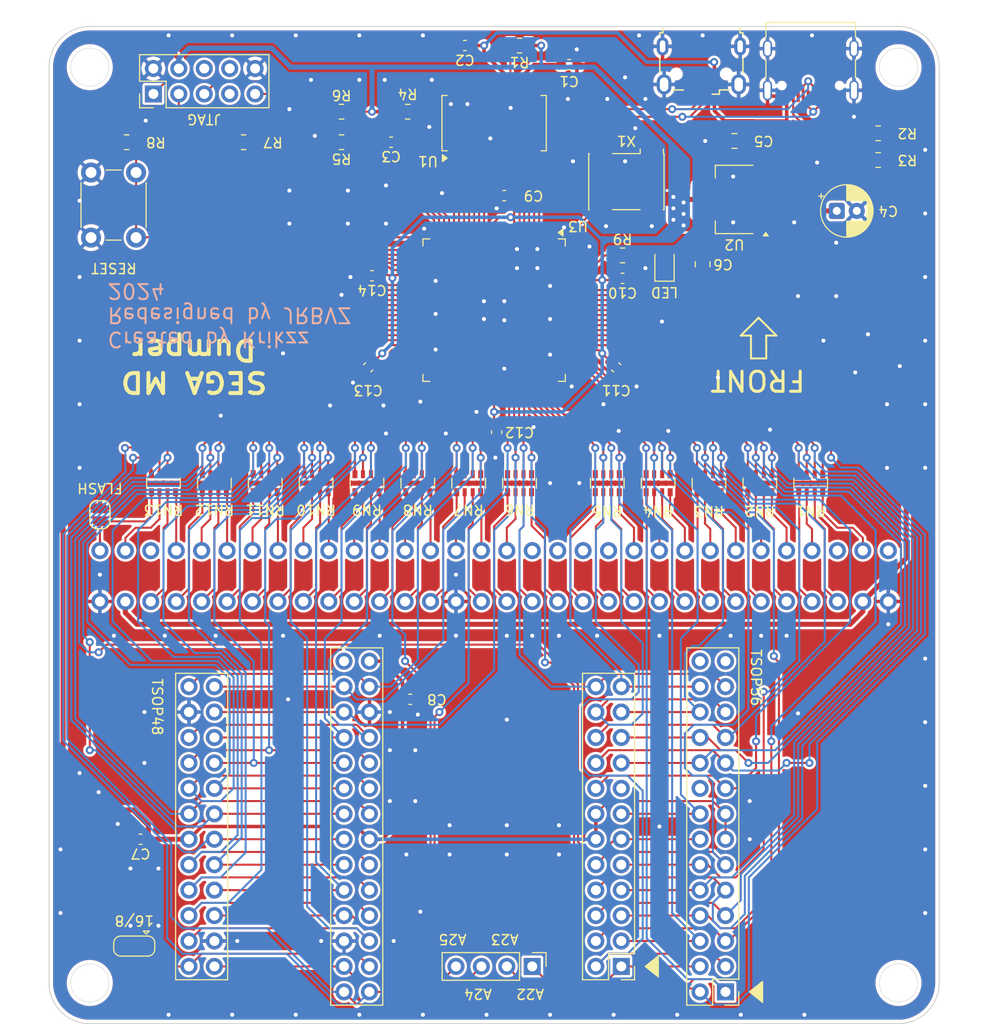
<source format=kicad_pcb>
(kicad_pcb (version 20241229) (generator "pcbnew") (generator_version "9.0")
  (title_block (title "Flashkit MD") (date "2024-02-22") (company "JRBVZ"))
  (layers (0 "F.Cu" signal) (2 "B.Cu" signal) (13 "F.Paste" user) (15 "B.Paste" user) (5 "F.SilkS" user "F.Silkscreen") (7 "B.SilkS" user "B.Silkscreen") (1 "F.Mask" user) (3 "B.Mask" user) (25 "Edge.Cuts" user))
  (net 0 "")
  (net 1 "+3.3V")
  (net 2 "GND")
  (net 3 "+5V")
  (net 4 "Net-(U1-3V3OUT)")
  (net 5 "Net-(D1-A)")
  (net 6 "/CA7")
  (net 7 "/CA10")
  (net 8 "/CA6")
  (net 9 "/CA11")
  (net 10 "/CA5")
  (net 11 "/CA12")
  (net 12 "/CA4")
  (net 13 "/CA13")
  (net 14 "/CA3")
  (net 15 "/CA14")
  (net 16 "/CA2")
  (net 17 "/CA15")
  (net 18 "/CA1")
  (net 19 "/CA16")
  (net 20 "/CA0")
  (net 21 "/CD7")
  (net 22 "/CD0")
  (net 23 "/CD8")
  (net 24 "/CD6")
  (net 25 "/CD1")
  (net 26 "/CD9")
  (net 27 "/CD5")
  (net 28 "/CD2")
  (net 29 "/CD10")
  (net 30 "/CD4")
  (net 31 "/CD3")
  (net 32 "/CD11")
  (net 34 "/CHRST")
  (net 35 "Net-(J2-CC1)")
  (net 36 "/CA8")
  (net 37 "/CA9")
  (net 38 "/CA17")
  (net 39 "/CA18")
  (net 40 "/CA19")
  (net 41 "/CA20")
  (net 42 "/CA21")
  (net 43 "/CA22")
  (net 45 "Net-(J2-CC2)")
  (net 48 "/COE")
  (net 49 "/CCE_L")
  (net 50 "/CAS")
  (net 51 "/CMCLK")
  (net 52 "/CDTAK")
  (net 53 "/CCAS")
  (net 54 "/CD15")
  (net 55 "/CD14")
  (net 56 "/CD13")
  (net 57 "/CD12")
  (net 58 "/CCE_H")
  (net 59 "/CMRST")
  (net 60 "/CWE_L")
  (net 61 "/CWE_H")
  (net 63 "/CTIME")
  (net 64 "/CCART")
  (net 65 "/USBDM")
  (net 66 "/USBDP")
  (net 72 "/TCK")
  (net 73 "/TDO")
  (net 74 "/TMS")
  (net 78 "/TDI")
  (net 79 "/BYTE")
  (net 80 "Net-(U1-~{RESET})")
  (net 81 "Net-(U1-~{PWREN})")
  (net 82 "/WE_H")
  (net 83 "/DD11")
  (net 84 "/TIME")
  (net 85 "/CART")
  (net 86 "/MRST")
  (net 87 "/DD4")
  (net 88 "/WE_L")
  (net 89 "/DD3")
  (net 90 "/DD12")
  (net 91 "/DD2")
  (net 92 "/CE_H")
  (net 93 "/DD10")
  (net 94 "/DD9")
  (net 95 "/DD14")
  (net 96 "/DD13")
  (net 97 "/DD5")
  (net 98 "/DD6")
  (net 99 "/DD15")
  (net 100 "/DD1")
  (net 101 "/MCLK")
  (net 102 "/DD0")
  (net 103 "/DTAK")
  (net 104 "/DD8")
  (net 105 "/CE_L")
  (net 106 "/AA0")
  (net 107 "/AS")
  (net 108 "/DD7")
  (net 109 "/AA1")
  (net 110 "/AA15")
  (net 111 "/OE")
  (net 112 "/AA16")
  (net 113 "/AA2")
  (net 114 "/AA14")
  (net 115 "/AA3")
  (net 116 "/AA22")
  (net 117 "/AA13")
  (net 118 "/AA21")
  (net 119 "/AA4")
  (net 120 "/AA20")
  (net 121 "/AA12")
  (net 122 "/AA19")
  (net 123 "/AA5")
  (net 124 "/AA18")
  (net 125 "/AA11")
  (net 126 "/AA17")
  (net 127 "/AA6")
  (net 128 "/AA9")
  (net 129 "/AA10")
  (net 130 "/AA8")
  (net 131 "/AA7")
  (net 132 "/HRST")
  (net 133 "/AA23")
  (net 134 "Net-(U3-IO1_14{slash}GCLK1)")
  (net 138 "/AA25")
  (net 139 "/AA24")
  (net 143 "/TXE")
  (net 144 "/RXF")
  (net 145 "/FWR")
  (net 146 "/FRD")
  (net 147 "/FD3")
  (net 148 "/CLK")
  (net 149 "/FD6")
  (net 150 "/FD5")
  (net 151 "/FD7")
  (net 152 "/FD1")
  (net 153 "/FD2")
  (net 154 "/FD4")
  (net 155 "/FD0")
  (net 164 "/KAS")
  (net 170 "/LED")
  (footprint "Package_QFP:LQFP-100_14x14mm_P0.5mm" (layer "F.Cu") (at 146.812 47.752 -90)
    (property "Reference" "U3")
    (property "Value" "EPM240T100")
  )
  (footprint "Capacitor_SMD:C_0603_1608Metric" (layer "F.Cu") (at 147.066 59.944 -90)
    (property "Reference" "C12")
    (property "Value" "0.1uF")
  )
  (footprint "Resistor_SMD:R_0805_2012Metric" (layer "F.Cu") (at 121.793 30.988 180)
    (property "Reference" "R7")
    (property "Value" "10K")
  )
  (footprint "Capacitor_SMD:C_0603_1608Metric" (layer "F.Cu") (at 111.506 100.584 180)
    (property "Reference" "C7")
    (property "Value" "0.1uF")
  )
  (footprint "Resistor_SMD:R_0805_2012Metric" (layer "F.Cu") (at 131.572 30.988)
    (property "Reference" "R5")
    (property "Value" "10K")
  )
  (footprint "Capacitor_SMD:C_0603_1608Metric" (layer "F.Cu") (at 138.43 86.614 180)
    (property "Reference" "C8")
    (property "Value" "0.1uF")
  )
  (footprint "SEGA_lib:TSOP56-DIP_P2.54mm" (layer "F.Cu") (at 169.921 115.825 180)
    (property "Reference" "U4" (hide yes))
    (property "Value" "TSOP56")
  )
  (footprint "Connector_USB:USB_C_Receptacle_Palconn_UTC16-G" (layer "F.Cu") (at 178.435 23.876 180)
    (property "Reference" "J2" (hide yes))
    (property "Value" "USB_C_Receptacle_USB2.0")
  )
  (footprint "Capacitor_SMD:C_0603_1608Metric" (layer "F.Cu") (at 159.004 53.467 -45)
    (property "Reference" "C11")
    (property "Value" "0.1uF")
  )
  (footprint "Resistor_SMD:R_Array_Convex_4x0603" (layer "F.Cu") (at 118.872 65.035 90)
    (property "Reference" "RN12")
    (property "Value" "100R")
  )
  (footprint "Resistor_SMD:R_Array_Convex_4x0603" (layer "F.Cu") (at 139.192 65.035 90)
    (property "Reference" "RN8")
    (property "Value" "100R")
  )
  (footprint "Resistor_SMD:R_Array_Convex_4x0603" (layer "F.Cu") (at 149.352 65.035 90)
    (property "Reference" "RN6")
    (property "Value" "100R")
  )
  (footprint "Resistor_SMD:R_Array_Convex_4x0603" (layer "F.Cu") (at 144.272 65.035 90)
    (property "Reference" "RN7")
    (property "Value" "100R")
  )
  (footprint "Capacitor_SMD:C_0603_1608Metric" (layer "F.Cu") (at 147.828 36.322 180)
    (property "Reference" "C9")
    (property "Value" "0.1uF")
  )
  (footprint "Capacitor_SMD:C_0805_2012Metric" (layer "F.Cu") (at 167.64 43.18 -90)
    (property "Reference" "C6")
    (property "Value" "1uF")
  )
  (footprint "Capacitor_SMD:C_0603_1608Metric" (layer "F.Cu") (at 143.891 21.336 180)
    (property "Reference" "C2")
    (property "Value" "0.1uF")
  )
  (footprint "Resistor_SMD:R_0805_2012Metric" (layer "F.Cu") (at 159.639 42.291)
    (property "Reference" "R9")
    (property "Value" "330R")
  )
  (footprint "SEGA_lib:SEGA_Slot" (layer "F.Cu") (at 146.812 74.306 180)
    (property "Reference" "J3" (hide yes))
    (property "Value" "SEGA_Connector")
  )
  (footprint "Resistor_SMD:R_0805_2012Metric" (layer "F.Cu") (at 131.572 27.94)
    (property "Reference" "R6")
    (property "Value" "10K")
  )
  (footprint "Resistor_SMD:R_Array_Convex_4x0603" (layer "F.Cu") (at 163.195 65.035 90)
    (property "Reference" "RN4")
    (property "Value" "100R")
  )
  (footprint "Capacitor_SMD:C_0603_1608Metric" (layer "F.Cu") (at 134.62 44.323 180)
    (property "Reference" "C14")
    (property "Value" "0.1uF")
  )
  (footprint "Resistor_SMD:R_0805_2012Metric" (layer "F.Cu") (at 149.352 21.336 180)
    (property "Reference" "R1")
    (property "Value" "10K")
  )
  (footprint "Capacitor_SMD:C_0603_1608Metric" (layer "F.Cu") (at 136.525 30.988)
    (property "Reference" "C3")
    (property "Value" "0.1uF")
  )
  (footprint "Resistor_SMD:R_0805_2012Metric" (layer "F.Cu") (at 185.166 30.099)
    (property "Reference" "R2")
    (property "Value" "5.1K")
  )
  (footprint "Resistor_SMD:R_0805_2012Metric" (layer "F.Cu") (at 110.109 30.988)
    (property "Reference" "R8")
    (property "Value" "10K")
  )
  (footprint "Jumper:SolderJumper-2_P1.3mm_Open_RoundedPad1.0x1.5mm" (layer "F.Cu") (at 107.442 68.184001 -90)
    (property "Reference" "JP2" (hide yes))
    (property "Value" "FLASH")
  )
  (footprint "Connector_USB:USB_Micro-B_Wuerth_629105150521" (layer "F.Cu") (at 167.513 23.368 180)
    (property "Reference" "J1" (hide yes))
    (property "Value" "USB_B_Micro")
  )
  (footprint "LED_SMD:LED_0805_2012Metric" (layer "F.Cu") (at 163.83 43.18 90)
    (property "Reference" "D1" (hide yes))
    (property "Value" "LED")
  )
  (footprint "Resistor_SMD:R_Array_Convex_4x0603" (layer "F.Cu") (at 168.275 65.035 90)
    (property "Reference" "RN3")
    (property "Value" "100R")
  )
  (footprint "Resistor_SMD:R_Array_Convex_4x0603" (layer "F.Cu") (at 178.435 65.035 90)
    (property "Reference" "RN1")
    (property "Value" "100R")
  )
  (footprint "Button_Switch_THT:SW_PUSH_6mm" (layer "F.Cu") (at 106.553 40.513 90)
    (property "Reference" "SW1" (hide yes))
    (property "Value" "RESET")
  )
  (footprint "Package_SO:SSOP-28_5.3x10.2mm_P0.65mm" (layer "F.Cu") (at 146.812 29.083 90)
    (property "Reference" "U1")
    (property "Value" "FT245RL")
  )
  (footprint "Resistor_SMD:R_Array_Convex_4x0603" (layer "F.Cu") (at 113.792 65.035 90)
    (property "Reference" "RN13")
    (property "Value" "100R")
  )
  (footprint "Resistor_SMD:R_0805_2012Metric" (layer "F.Cu") (at 138.176 27.94 180)
    (property "Reference" "R4")
    (property "Value" "10K")
  )
  (footprint "Resistor_SMD:R_Array_Convex_4x0603" (layer "F.Cu") (at 158.115 65.035 90)
    (property "Reference" "RN5")
    (property "Value" "100R")
  )
  (footprint "Resistor_SMD:R_Array_Convex_4x0603" (layer "F.Cu") (at 173.355 65.035 90)
    (property "Reference" "RN2")
    (property "Value" "100R")
  )
  (footprint "SEGA_lib:TSOP48_DIP_P2.54mm" (layer "F.Cu") (at 137.922 99.314 180)
    (property "Reference" "U5" (hide yes))
    (property "Value" "TSOP48")
  )
  (footprint "Capacitor_THT:CP_Radial_D5.0mm_P2.00mm" (layer "F.Cu") (at 181.035888 37.846)
    (property "Reference" "C4")
    (property "Value" "47uF 16V")
  )
  (footprint "Jumper:SolderJumper-3_P1.3mm_Bridged12_RoundedPad1.0x1.5mm" (layer "F.Cu") (at 110.871 111.252 180)
    (property "Reference" "JP1" (hide yes))
    (property "Value" "16/8")
  )
  (footprint "Connector_PinHeader_2.54mm:PinHeader_2x05_P2.54mm_Vertical" (layer "F.Cu") (at 112.781 26.167 90)
    (property "Reference" "J4" (hide yes))
    (property "Value" "JTAG")
  )
  (footprint "Capacitor_SMD:C_0805_2012Metric" (layer "F.Cu") (at 170.815 30.861 180)
    (property "Reference" "C5")
    (property "Value" "1uF")
  )
  (footprint "Resistor_SMD:R_Array_Convex_4x0603" (layer "F.Cu") (at 123.952 65.035 90)
    (property "Reference" "RN11")
    (property "Value" "100R")
  )
  (footprint "Oscillator:Oscillator_SMD_Abracon_ASV-4Pin_7.0x5.1mm" (layer "F.Cu") (at 160.02 34.925 180)
    (property "Reference" "X1")
    (property "Value" "ASV-50MHz")
  )
  (footprint "Resistor_SMD:R_0805_2012Metric" (layer "F.Cu") (at 185.166 32.766)
    (property "Reference" "R3")
    (property "Value" "5.1K")
  )
  (footprint "Resistor_SMD:R_Array_Convex_4x0603" (layer "F.Cu") (at 129.032 65.035 90)
    (property "Reference" "RN10")
    (property "Value" "100R")
  )
  (footprint "Connector_PinHeader_2.54mm:PinHeader_1x04_P2.54mm_Vertical" (layer "F.Cu") (at 150.622 113.284 -90)
    (property "Reference" "J5" (hide yes))
    (property "Value" "A22-25")
  )
  (footprint "Capacitor_SMD:C_0603_1608Metric" (layer "F.Cu") (at 159.639 44.577 180)
    (property "Reference" "C10")
    (property "Value" "0.1uF")
  )
  (footprint "Package_TO_SOT_SMD:SOT-223-3_TabPin2" (layer "F.Cu") (at 170.815 36.703 180)
    (property "Reference" "U2")
    (property "Value" "AMS1117-3.3")
  )
  (footprint "Capacitor_SMD:C_0603_1608Metric" (layer "F.Cu") (at 134.239 53.467 -135)
    (property "Reference" "C13")
    (property "Value" "0.1uF")
  )
  (footprint "Capacitor_SMD:C_0603_1608Metric" (layer "F.Cu") (at 154.305 23.241)
    (property "Reference" "C1")
    (property "Value" "0.1uF")
  )
  (footprint "Resistor_SMD:R_Array_Convex_4x0603" (layer "F.Cu") (at 134.112 65.035 90)
    (property "Reference" "RN9")
    (property "Value" "100R")
  )
  (gr_line (start 173.99 50.292) (end 173.99 52.578) (stroke (width 0.2)) (layer "F.SilkS"))
  (gr_line (start 173.228 48.514) (end 175.006 50.292) (stroke (width 0.2)) (layer "F.SilkS"))
  (gr_line (start 172.466 52.578) (end 173.99 52.578) (stroke (width 0.2)) (layer "F.SilkS"))
  (gr_line (start 175.006 50.292) (end 173.99 50.292) (stroke (width 0.2)) (layer "F.SilkS"))
  (gr_line (start 173.228 48.514) (end 171.45 50.292) (stroke (width 0.2)) (layer "F.SilkS"))
  (gr_line (start 171.45 50.292) (end 172.466 50.292) (stroke (width 0.2)) (layer "F.SilkS"))
  (gr_poly (pts (xy 173.609 116.84) (xy 173.609 114.808) (xy 172.339 115.824)) (stroke (width 0.15)) (fill yes) (layer "F.SilkS"))
  (gr_line (start 172.466 50.292) (end 172.466 52.578) (stroke (width 0.2)) (layer "F.SilkS"))
  (gr_poly (pts (xy 163.195 114.3) (xy 163.195 112.268) (xy 161.925 113.284)) (stroke (width 0.15)) (fill yes) (layer "F.SilkS"))
  (gr_arc (start 102.362 23.495) (mid 103.552318 20.621318) (end 106.426 19.431) (stroke (width 0.1)) (layer "Edge.Cuts"))
  (gr_circle (center 187.198 23.495) (end 189.103 23.495) (stroke (width 0.05)) (fill no) (layer "Edge.Cuts"))
  (gr_line (start 191.262 23.495) (end 191.262 114.935) (stroke (width 0.1)) (layer "Edge.Cuts"))
  (gr_arc (start 106.426 118.999) (mid 103.552318 117.808682) (end 102.362 114.935) (stroke (width 0.1)) (layer "Edge.Cuts"))
  (gr_circle (center 106.426 114.935) (end 106.426 113.03) (stroke (width 0.05)) (fill no) (layer "Edge.Cuts"))
  (gr_arc (start 187.198 19.431) (mid 190.071682 20.621318) (end 191.262 23.495) (stroke (width 0.1)) (layer "Edge.Cuts"))
  (gr_circle (center 106.426 23.495) (end 108.331 23.495) (stroke (width 0.05)) (fill no) (layer "Edge.Cuts"))
  (gr_line (start 102.362 114.935) (end 102.362 23.495) (stroke (width 0.1)) (layer "Edge.Cuts"))
  (gr_line (start 187.198 118.999) (end 106.426 118.999) (stroke (width 0.1)) (layer "Edge.Cuts"))
  (gr_line (start 106.426 19.431) (end 187.198 19.431) (stroke (width 0.1)) (layer "Edge.Cuts"))
  (gr_arc (start 191.262 114.935) (mid 190.071682 117.808682) (end 187.198 118.999) (stroke (width 0.1)) (layer "Edge.Cuts"))
  (gr_circle (center 187.198 114.935) (end 185.293 114.935) (stroke (width 0.05)) (fill no) (layer "Edge.Cuts"))
  (gr_text "A23" (at 149.352 109.982 180) (layer "F.SilkS") (effects (font (size 1 1)) (justify left bottom)))
  (gr_text "A25" (at 144.145 109.982 180) (layer "F.SilkS") (effects (font (size 1 1)) (justify left bottom)))
  (gr_text "SEGA MD\nDumper" (at 116.84 50.546 180) (layer "F.SilkS") (effects (font (size 2 2.2) (thickness 0.4) (bold yes)) (justify bottom)))
  (gr_text "A22" (at 151.892 115.443 180) (layer "F.SilkS") (effects (font (size 1 1)) (justify left bottom)))
  (gr_text "A24" (at 146.685 115.443 180) (layer "F.SilkS") (effects (font (size 1 1)) (justify left bottom)))
  (gr_text "FRONT" (at 178.054 53.594 180) (layer "F.SilkS") (effects (font (size 2 2) (thickness 0.3)) (justify left bottom)))
  (gr_text "Created by Krikzz\nRedesigned by JRBVZ\n2024" (at 108.077 44.958 180) (layer "B.SilkS") (effects (font (size 1.5 1.5) (thickness 0.2)) (justify left bottom mirror)))
  (segment (start 132.4845 27.94) (end 134.62 27.94) (width 0.2) (layer "F.Cu") (net 1))
  (segment (start 117.602 99.314) (end 116.332 100.584) (width 0.35) (layer "F.Cu") (net 1))
  (segment (start 158.455992 52.918992) (end 157.607 52.07) (width 0.2) (layer "F.Cu") (net 1))
  (segment (start 169.921 98.045) (end 168.65 96.774) (width 0.2) (layer "F.Cu") (net 1))
  (segment (start 110.236 29.718) (end 109.1965 30.7575) (width 0.5) (layer "F.Cu") (net 1))
  (segment (start 137.3 27.9765) (end 137.2635 27.94) (width 0.35) (layer "F.Cu") (net 1))
  (segment (start 134.361 100.585) (end 135.635 100.585) (width 0.35) (layer "F.Cu") (net 1))
  (segment (start 146.812 38.989) (end 146.812 40.077) (width 0.2) (layer "F.Cu") (net 1))
  (segment (start 157.607 52.07) (end 157.289 51.752) (width 0.2) (layer "F.Cu") (net 1))
  (segment (start 132.4845 30.988) (end 132.4845 27.94) (width 0.2) (layer "F.Cu") (net 1))
  (segment (start 173.965 36.703) (end 167.665 36.703) (width 0.2) (layer "F.Cu") (net 1))
  (segment (start 167.665 41.951) (end 167.665 36.703) (width 0.35) (layer "F.Cu") (net 1))
  (segment (start 144.537 32.683) (end 144.537 31.507) (width 0.35) (layer "F.Cu") (net 1))
  (segment (start 144.812 54.324) (end 144.812 55.427) (width 0.2) (layer "F.Cu") (net 1))
  (segment (start 135.636 52.07) (end 134.787008 52.918992) (width 0.2) (layer "F.Cu") (net 1))
  (segment (start 146.558 54.102) (end 145.034 54.102) (width 0.2) (layer "F.Cu") (net 1))
  (segment (start 139.137 44.252) (end 136.652 44.252) (width 0.2) (layer "F.Cu") (net 1))
  (segment (start 135.635 100.585) (end 137.668 98.552) (width 0.35) (layer "F.Cu") (net 1))
  (segment (start 137.3 30.988) (end 137.3 27.9765) (width 0.35) (layer "F.Cu") (net 1))
  (segment (start 148.463 38.481) (end 147.32 38.481) (width 0.2) (layer "F.Cu") (net 1))
  (segment (start 137.668 98.552) (end 137.668 84.836) (width 0.35) (layer "F.Cu") (net 1))
  (segment (start 165.8112 37.0078) (end 166.116 36.703) (width 0.2) (layer "F.Cu") (net 1))
  (segment (start 112.281 111.142) (end 112.171 111.252) (width 0.35) (layer "F.Cu") (net 1))
  (segment (start 146.812 54.356) (end 146.558 54.102) (width 0.2) (layer "F.Cu") (net 1))
  (segment (start 109.1965 30.7575) (end 109.1965 30.988) (width 0.5) (layer "F.Cu") (net 1))
  (segment (start 137.2635 27.94) (end 134.62 27.94) (width 0.35) (layer "F.Cu") (net 1))
  (segment (start 133.09 99.314) (end 117.602 99.314) (width 0.35) (layer "F.Cu") (net 1))
  (segment (start 146.812 58.915) (end 147.066 59.169) (width 0.2) (layer "F.Cu") (net 1))
  (segment (start 136.652 44.5525) (end 136.652 44.252) (width 0.2) (layer "F.Cu") (net 1))
  (segment (start 135.637 82.805) (end 134.361 82.805) (width 0.35) (layer "F.Cu") (net 1))
  (segment (start 136.454 51.252) (end 135.636 52.07) (width 0.2) (layer "F.Cu") (net 1))
  (segment (start 148.463 38.481) (end 148.812 38.481) (width 0.2) (layer "F.Cu") (net 1))
  (segment (start 148.812 38.227) (end 148.812 36.531) (width 0.2) (layer "F.Cu") (net 1))
  (segment (start 157.607 44.752) (end 154.487 44.752) (width 0.2) (layer "F.Cu") (net 1))
  (segment (start 164.243 36.925) (end 164.719 36.449) (width 0.2) (layer "F.Cu") (net 1))
  (segment (start 135.72 44.252) (end 135.395 44.577) (width 0.2) (layer "F.Cu") (net 1))
  (segment (start 150.2645 21.336) (end 151.511 21.336) (width 0.35) (layer "F.Cu") (net 1))
  (segment (start 112.281 100.584) (end 112.281 111.142) (width 0.2) (layer "F.Cu") (net 1))
  (segment (start 146.812 55.427) (end 146.812 57.912) (width 0.2) (layer "F.Cu") (net 1))
  (segment (start 110.744 97.663) (end 112.281 99.2) (width 0.5) (layer "F.Cu") (net 1))
  (segment (start 146.812 57.912) (end 146.812 58.915) (width 0.2) (layer "F.Cu") (net 1))
  (segment (start 147.32 38.481) (end 146.812 38.989) (width 0.2) (layer "F.Cu") (net 1))
  (segment (start 156.972 100.584) (end 156.972 98.044) (width 0.35) (layer "F.Cu") (net 1))
  (segment (start 112.281 99.2) (end 112.281 100.584) (width 0.5) (layer "F.Cu") (net 1))
  (segment (start 115.321 22.611) (end 114.3 21.59) (width 0.5) (layer "F.Cu") (net 1))
  (segment (start 148.812 36.531) (end 148.603 36.322) (width 0.2) (layer "F.Cu") (net 1))
  (segment (start 148.812 40.077) (end 148.812 38.481) (width 0.2) (layer "F.Cu") (net 1))
  (segment (start 139.137 51.252) (end 136.454 51.252) (width 0.2) (layer "F.Cu") (net 1))
  (segment (start 148.812 38.481) (end 148.812 38.227) (width 0.2) (layer "F.Cu") (net 1))
  (segment (start 146.812 55.427) (end 146.812 54.356) (width 0.2) (layer "F.Cu") (net 1))
  (segment (start 137.668 84.836) (end 135.637 82.805) (width 0.35) (layer "F.Cu") (net 1))
  (segment (start 106.807 97.663) (end 110.744 97.663) (width 0.5) (layer "F.Cu") (net 1))
  (segment (start 110.236 22.606) (end 110.236 29.718) (width 0.5) (layer "F.Cu") (net 1))
  (segment (start 109.1965 30.988) (end 106.045 30.988) (width 0.5) (layer "F.Cu") (net 1))
  (segment (start 115.321 23.627) (end 115.321 22.611) (width 0.5) (layer "F.Cu") (net 1))
  (segment (start 167.443 36.925) (end 167.665 36.703) (width 0.35) (layer "F.Cu") (net 1))
  (segment (start 103.759 33.274) (end 103.759 94.615) (width 0.5) (layer "F.Cu") (net 1))
  (segment (start 116.332 100.584) (end 112.281 100.584) (width 0.5) (layer "F.Cu") (net 1))
  (segment (start 114.3 21.59) (end 111.252 21.59) (width 0.5) (layer "F.Cu") (net 1))
  (segment (start 136.652 44.252) (end 135.72 44.252) (width 0.2) (layer "F.Cu") (net 1))
  (segment (start 169.921 100.585) (end 169.921 98.045) (width 0.2) (layer "F.Cu") (net 1))
  (segment (start 158.689 44.752) (end 158.864 44.577) (width 0.2) (layer "F.Cu") (net 1))
  (segment (start 168.65 96.774) (end 158.242 96.774) (width 0.2) (layer "F.Cu") (net 1))
  (segment (start 157.289 51.752) (end 154.487 51.752) (width 0.2) (layer "F.Cu") (net 1))
  (segment (start 111.252 21.59) (end 110.236 22.606) (width 0.5) (layer "F.Cu") (net 1))
  (segment (start 144.537 31.507) (end 144.018 30.988) (width 0.35) (layer "F.Cu") (net 1))
  (segment (start 106.045 30.988) (end 103.759 33.274) (width 0.5) (layer "F.Cu") (net 1))
  (segment (start 166.116 36.703) (end 167.665 36.703) (width 0.2) (layer "F.Cu") (net 1))
  (segment (start 134.361 100.585) (end 133.09 99.314) (width 0.35) (layer "F.Cu") (net 1))
  (segment (start 103.759 94.615) (end 106.807 97.663) (width 0.5) (layer "F.Cu") (net 1))
  (segment (start 162.56 36.925) (end 164.243 36.925) (width 0.2) (layer "F.Cu") (net 1))
  (segment (start 144.018 30.988) (end 137.3 30.988) (width 0.35) (layer "F.Cu") (net 1))
  (segment (start 145.034 54.102) (end 144.812 54.324) (width 0.2) (layer "F.Cu") (net 1))
  (segment (start 165.735 37.0078) (end 165.8112 37.0078) (width 0.2) (layer "F.Cu") (net 1))
  (segment (start 157.607 44.752) (end 158.689 44.752) (width 0.2) (layer "F.Cu") (net 1))
  (segment (start 158.242 96.774) (end 156.972 98.044) (width 0.2) (layer "F.Cu") (net 1))
  (segment (start 167.386 42.23) (end 167.665 41.951) (width 0.35) (layer "F.Cu") (net 1))
  (via (at 136.652 44.5525) (size 0.8) (drill 0.4) (layers "F.Cu" "B.Cu") (net 1))
  (via (at 151.511 21.336) (size 0.8) (drill 0.4) (layers "F.Cu" "B.Cu") (net 1))
  (via (at 165.735 37.0078) (size 0.8) (drill 0.4) (layers "F.Cu" "B.Cu") (net 1))
  (via (at 135.636 52.07) (size 0.8) (drill 0.4) (layers "F.Cu" "B.Cu") (net 1))
  (via (at 164.719 37.592) (size 0.8) (drill 0.4) (layers "F.Cu" "B.Cu") (net 1))
  (via (at 165.735 38.1508) (size 0.8) (drill 0.4) (layers "F.Cu" "B.Cu") (net 1))
  (via (at 157.607 44.752) (size 0.8) (drill 0.4) (layers "F.Cu" "B.Cu") (net 1))
  (via (at 148.463 38.481) (size 0.8) (drill 0.4) (layers "F.Cu" "B.Cu") (net 1))
  (via (at 146.812 57.912) (size 0.8) (drill 0.4) (layers "F.Cu" "B.Cu") (net 1))
  (via (at 164.719 38.735) (size 0.8) (drill 0.4) (layers "F.Cu" "B.Cu") (net 1))
  (via (at 165.735 39.2938) (size 0.8) (drill 0.4) (layers "F.Cu" "B.Cu") (net 1))
  (via (at 134.62 27.94) (size 0.8) (drill 0.4) (layers "F.Cu" "B.Cu") (net 1))
  (via (at 164.719 36.449) (size 0.8) (drill 0.4) (layers "F.Cu" "B.Cu") (net 1))
  (via (at 157.607 52.07) (size 0.8) (drill 0.4) (layers "F.Cu" "B.Cu") (net 1))
  (segment (start 151.765 23.495) (end 134.62 23.495) (width 0.5) (layer "B.Cu") (net 1))
  (segment (start 134.362 100.584) (end 134.361 100.585) (width 0.2) (layer "B.Cu") (net 1))
  (segment (start 146.812 57.912) (end 153.67 57.912) (width 0.35) (layer "B.Cu") (net 1))
  (segment (start 165.354 35.814) (end 164.719 36.449) (width 0.5) (layer "B.Cu") (net 1))
  (segment (start 157.607 52.07) (end 157.607 44.752) (width 0.35) (layer "B.Cu") (net 1))
  (segment (start 165.1508 37.592) (end 165.735 37.0078) (width 0.35) (layer "B.Cu") (net 1))
  (segment (start 134.62 23.495) (end 126.492 23.495) (width 0.5) (layer "B.Cu") (net 1))
  (segment (start 157.607 40.767) (end 157.607 44.752) (width 0.35) (layer "B.Cu") (net 1))
  (segment (start 151.511 21.336) (end 151.511 23.495) (width 0.35) (layer "B.Cu") (net 1))
  (segment (start 136.652 51.054) (end 135.636 52.07) (width 0.35) (layer "B.Cu") (net 1))
  (segment (start 148.463 38.481) (end 139.7 38.481) (width 0.35) (layer "B.Cu") (net 1))
  (segment (start 157.607 53.975) (end 157.607 52.07) (width 0.35) (layer "B.Cu") (net 1))
  (segment (start 156.845 23.495) (end 151.765 23.495) (width 0.5) (layer "B.Cu") (net 1))
  (segment (start 164.719 38.735) (end 165.1508 38.735) (width 0.35) (layer "B.Cu") (net 1))
  (segment (start 165.735 38.1508) (end 165.2778 38.1508) (width 0.35) (layer "B.Cu") (net 1))
  (segment (start 148.463 38.481) (end 155.321 38.481) (width 0.35) (layer "B.Cu") (net 1))
  (segment (start 134.62 23.495) (end 134.62 27.94) (width 0.5) (layer "B.Cu") (net 1))
  (segment (start 115.321 22.601) (end 115.321 23.627) (width 0.5) (layer "B.Cu") (net 1))
  (segment (start 157.607 40.767) (end 164.2618 40.767) (width 0.35) (layer "B.Cu") (net 1))
  (segment (start 156.972 100.584) (end 134.362 100.584) (width 0.35) (layer "B.Cu") (net 1))
  (segment (start 124.587 21.59) (end 116.332 21.59) (width 0.5) (layer "B.Cu") (net 1))
  (segment (start 139.7 38.481) (end 136.652 41.529) (width 0.35) (layer "B.Cu") (net 1))
  (segment (start 165.354 32.004) (end 165.354 35.814) (width 0.5) (layer "B.Cu") (net 1))
  (segment (start 126.492 23.495) (end 124.587 21.59) (width 0.5) (layer "B.Cu") (net 1))
  (segment (start 164.2618 40.767) (end 165.735 39.2938) (width 0.35) (layer "B.Cu") (net 1))
  (segment (start 165.2778 38.1508) (end 164.719 37.592) (width 0.35) (layer "B.Cu") (net 1))
  (segment (start 165.2778 37.0078) (end 164.719 36.449) (width 0.2) (layer "B.Cu") (net 1))
  (segment (start 136.652 44.5525) (end 136.652 51.054) (width 0.35) (layer "B.Cu") (net 1))
  (segment (start 165.735 37.0078) (end 165.2778 37.0078) (width 0.2) (layer "B.Cu") (net 1))
  (segment (start 165.2778 39.2938) (end 164.719 38.735) (width 0.35) (layer "B.Cu") (net 1))
  (segment (start 165.354 32.004) (end 156.845 23.495) (width 0.5) (layer "B.Cu") (net 1))
  (segment (start 136.652 41.529) (end 136.652 44.5525) (width 0.35) (layer "B.Cu") (net 1))
  (segment (start 116.332 21.59) (end 115.321 22.601) (width 0.5) (layer "B.Cu") (net 1))
  (segment (start 164.719 37.592) (end 165.1508 37.592) (width 0.35) (layer "B.Cu") (net 1))
  (segment (start 165.735 39.2938) (end 165.2778 39.2938) (width 0.35) (layer "B.Cu") (net 1))
  (segment (start 155.321 38.481) (end 157.607 40.767) (width 0.35) (layer "B.Cu") (net 1))
  (segment (start 165.1508 38.735) (end 165.735 38.1508) (width 0.35) (layer "B.Cu") (net 1))
  (segment (start 153.67 57.912) (end 157.607 53.975) (width 0.35) (layer "B.Cu") (net 1))
  (segment (start 151.511 23.495) (end 151.765 23.495) (width 0.35) (layer "B.Cu") (net 1))
  (segment (start 152.4 52.197) (end 152.345 52.252) (width 0.2) (layer "F.Cu") (net 2))
  (segment (start 133.845 44.323) (end 132.588 44.323) (width 0.2) (layer "F.Cu") (net 2))
  (segment (start 140.907 51.752) (end 140.97 51.689) (width 0.2) (layer "F.Cu") (net 2))
  (segment (start 136.017 35.306) (end 135.763 35.052) (width 0.2) (layer "F.Cu") (net 2))
  (segment (start 147.053 37.579) (end 147.066 37.592) (width 0.2) (layer "F.Cu") (net 2))
  (segment (start 159.552008 54.015008) (end 160.909 55.372) (width 0.2) (layer "F.Cu") (net 2))
  (segment (start 135.763 31.001) (end 135.75 30.988) (width 0.2) (layer "F.Cu") (net 2))
  (segment (start 145.312 57.634) (end 145.312 55.427) (width 0.2) (layer "F.Cu") (net 2))
  (segment (start 147.812 55.427) (end 147.812 53.61) (width 0.2) (layer "F.Cu") (net 2))
  (segment (start 147.812 40.077) (end 147.812 41.386) (width 0.2) (layer "F.Cu") (net 2))
  (segment (start 163.83 44.1175) (end 162.4815 44.1175) (width 0.2) (layer "F.Cu") (net 2))
  (segment (start 161.544 44.577) (end 161.925 44.196) (width 0.2) (layer "F.Cu") (net 2))
  (segment (start 154.487 52.252) (end 152.455 52.252) (width 0.2) (layer "F.Cu") (net 2))
  (segment (start 139.137 44.752) (end 140.891 44.752) (width 0.2) (layer "F.Cu") (net 2))
  (segment (start 145.034 57.912) (end 145.312 57.634) (width 0.2) (layer "F.Cu") (net 2))
  (segment (start 161.925 44.196) (end 161.925 43.561) (width 0.2) (layer "F.Cu") (net 2))
  (segment (start 139.137 51.752) (end 140.907 51.752) (width 0.2) (layer "F.Cu") (net 2))
  (segment (start 154.487 45.252) (end 152.487 45.252) (width 0.2) (layer "F.Cu") (net 2))
  (segment (start 160.909 55.372) (end 161.036 55.372) (width 0.2) (layer "F.Cu") (net 2))
  (segment (start 147.812 41.386) (end 148.082 41.656) (width 0.2) (layer "F.Cu") (net 2))
  (segment (start 132.588 44.323) (end 132.461 44.45) (width 0.2) (layer "F.Cu") (net 2))
  (segment (start 146.939 62.484) (end 147.066 62.357) (width 0.2) (layer "F.Cu") (net 2))
  (segment (start 140.891 44.752) (end 140.97 44.831) (width 0.2) (layer "F.Cu") (net 2))
  (segment (start 146.431 31.115) (end 146.487 31.171) (width 0.2) (layer "F.Cu") (net 2))
  (segment (start 160.414 44.577) (end 161.544 44.577) (width 0.2) (layer "F.Cu") (net 2))
  (segment (start 152.4 45.339) (end 152.313 45.252) (width 0.2) (layer "F.Cu") (net 2))
  (segment (start 147.053 36.322) (end 147.053 37.579) (width 0.2) (layer "F.Cu") (net 2))
  (segment (start 148.082 41.656) (end 148.336 41.656) (width 0.2) (layer "F.Cu") (net 2))
  (segment (start 181.635 26.386) (end 181.635 27.965) (width 0.2) (layer "F.Cu") (net 2))
  (segment (start 181.635 27.965) (end 182.118 28.448) (width 0.2) (layer "F.Cu") (net 2))
  (segment (start 147.812 53.61) (end 147.828 53.594) (width 0.2) (layer "F.Cu") (net 2))
  (segment (start 182.118 28.448) (end 182.753 28.448) (width 0.2) (layer "F.Cu") (net 2))
  (segment (start 148.312 41.632) (end 148.336 41.656) (width 0.2) (layer "F.Cu") (net 2))
  (segment (start 148.312 40.077) (end 148.312 41.632) (width 0.2) (layer "F.Cu") (net 2))
  (segment (start 135.763 35.052) (end 135.763 31.001) (width 0.2) (layer "F.Cu") (net 2))
  (segment (start 163.8425 44.13) (end 163.83 44.1175) (width 0.2) (layer "F.Cu") (net 2))
  (segment (start 133.690992 54.015008) (end 132.715 54.991) (width 0.2) (layer "F.Cu") (net 2))
  (segment (start 125.223 110.745) (end 125.222 110.744) (width 0.2) (layer "F.Cu") (net 2))
  (segment (start 162.4815 44.1175) (end 161.925 43.561) (width 0.2) (layer "F.Cu") (net 2))
  (segment (start 121.158 110.744) (end 125.222 110.744) (width 0.2) (layer "F.Cu") (net 2))
  (segment (start 129.539 110.745) (end 125.223 110.745) (width 0.2) (layer "F.Cu") (net 2))
  (segment (start 129.54 110.744) (end 129.539 110.745) (width 0.2) (layer "F.Cu") (net 2))
  (segment (start 148.336 41.656) (end 149.098 41.656) (width 0.2) (layer "F.Cu") (net 2))
  (segment (start 167.64 44.13) (end 163.8425 44.13) (width 0.2) (layer "F.Cu") (net 2))
  (segment (start 146.431 30.607) (end 146.431 31.115) (width 0.2) (layer "F.Cu") (net 2))
  (segment (start 147.066 62.357) (end 147.066 60.719) (width 0.2) (layer "F.Cu") (net 2))
  (segment (start 152.455 52.252) (end 152.4 52.197) (width 0.2) (layer "F.Cu") (net 2))
  (segment (start 126.365 35.814) (end 122.7055 32.1545) (width 0.2) (layer "F.Cu") (net 2))
  (segment (start 147.828 53.594) (end 147.812 53.578) (width 0.2) (layer "F.Cu") (net 2))
  (segment (start 152.487 45.252) (end 152.4 45.339) (width 0.2) (layer "F.Cu") (net 2))
  (segment (start 146.487 31.171) (end 146.487 32.683) (width 0.2) (layer "F.Cu") (net 2))
  (segment (start 122.7055 32.1545) (end 122.7055 30.988) (width 0.2) (layer "F.Cu") (net 2))
  (via (at 139.7 118.11) (size 0.8) (drill 0.4) (layers "F.Cu" "B.Cu") (net 2))
  (via (at 153.289 99.187) (size 0.8) (drill 0.4) (layers "F.Cu" "B.Cu") (net 2))
  (via (at 148.082 102.108) (size 0.8) (drill 0.4) (layers "F.Cu" "B.Cu") (net 2))
  (via (at 140.97 51.689) (size 0.8) (drill 0.4) (layers "F.Cu" "B.Cu") (net 2))
  (via (at 177.8 118.11) (size 0.8) (drill 0.4) (layers "F.Cu" "B.Cu") (net 2))
  (via (at 126.365 39.116) (size 0.8) (drill 0.4) (layers "F.Cu" "B.Cu") (net 2))
  (via (at 145.05 57.912) (size 0.8) (drill 0.4) (layers "F.Cu" "B.Cu") (net 2))
  (via (at 113.284 109.22) (size 0.8) (drill 0.4) (layers "F.Cu" "B.Cu") (net 2))
  (via (at 184.15 50.165) (size 0.8) (drill 0.4) (layers "F.Cu" "B.Cu") (net 2))
  (via (at 170.434 80.264) (size 0.8) (drill 0.4) (layers "F.Cu" "B.Cu") (net 2))
  (via (at 154.686 32.893) (size 0.8) (drill 0.4) (layers "F.Cu" "B.Cu") (net 2))
  (via (at 140.97 44.831) (size 0.8) (drill 0.4) (layers "F.Cu" "B.Cu") (net 2))
  (via (at 186.182 79.121) (size 0.8) (drill 0.4) (layers "F.Cu" "B.Cu") (net 2))
  (via (at 139.7 20.32) (size 0.8) (drill 0.4) (layers "F.Cu" "B.Cu") (net 2))
  (via (at 187.325 53.34) (size 0.8) (drill 0.4) (layers "F.Cu" "B.Cu") (net 2))
  (via (at 182.753 28.448) (size 0.8) (drill 0.4) (layers "F.Cu" "B.Cu") (net 2))
  (via (at 167.64 20.32) (size 0.8) (drill 0.4) (layers "F.Cu" "B.Cu") (net 2))
  (via (at 140.589 24.765) (size 0.8) (drill 0.4) (layers "F.Cu" "B.Cu") (net 2))
  (via (at 145.796 46.863) (size 0.8) (drill 0.4) (layers "F.Cu" "B.Cu") (net 2))
  (via (at 136.398 91.694) (size 0.8) (drill 0.4) (layers "F.Cu" "B.Cu") (net 2))
  (via (at 174.371 59.69) (size 0.8) (drill 0.4) (layers "F.Cu" "B.Cu") (net 2))
  (via (at 103.505 101.6) (size 0.8) (drill 0.4) (layers "F.Cu" "B.Cu") (net 2))
  (via (at 154.178 26.67) (size 0.8) (drill 0.4) (layers "F.Cu" "B.Cu") (net 2))
  (via (at 146.939 62.484) (size 0.8) (drill 0.4) (layers "F.Cu" "B.Cu") (net 2))
  (via (at 176.784 38.989) (size 0.8) (drill 0.4) (layers "F.Cu" "B.Cu") (net 2))
  (via (at 105.41 36.83) (size 0.8) (drill 0.4) (layers "F.Cu" "B.Cu") (net 2))
  (via (at 189.865 82.55) (size 0.8) (drill 0.4) (layers "F.Cu" "B.Cu") (net 2))
  (via (at 157.988 39.37) (size 0.8) (drill 0.4) (layers "F.Cu" "B.Cu") (net 2))
  (via (at 133.35 24.765) (size 0.8) (drill 0.4) (layers "F.Cu" "B.Cu") (net 2))
  (via (at 108.839 80.264) (size 0.8) (drill 0.4) (layers "F.Cu" "B.Cu") (net 2))
  (via (at 158.75 118.11) (size 0.8) (drill 0.4) (layers "F.Cu" "B.Cu") (net 2))
  (via (at 140.335 29.464) (size 0.8) (drill 0.4) (layers "F.Cu" "B.Cu") (net 2))
  (via (at 126.365 27.686) (size 0.8) (drill 0.4) (layers "F.Cu" "B.Cu") (net 2))
  (via (at 163.322 99.314) (size 0.8) (drill 0.4) (layers "F.Cu" "B.Cu") (net 2))
  (via (at 136.398 87.884) (size 0.8) (drill 0.4) (layers "F.Cu" "B.Cu") (net 2))
  (via (at 114.3 20.32) (size 0.8) (drill 0.4) (layers "F.Cu" "B.Cu") (net 2))
  (via (at 107.315 95.885) (size 0.8) (drill 0.4) (layers "F.Cu" "B.Cu") (net 2))
  (via (at 153.289 80.264) (size 0.8) (drill 0.4) (layers "F.Cu" "B.Cu") (net 2))
  (via (at 130.429 57.277) (size 0.8) (drill 0.4) (layers "F.Cu" "B.Cu") (net 2))
  (via (at 162.56 39.37) (size 0.8) (drill 0.4) (layers "F.Cu" "B.Cu") (net 2))
  (via (at 171.45 118.11) (size 0.8) (drill 0.4) (layers "F.Cu" "B.Cu") (net 2))
  (via (at 139.446 56.896) (size 0.8) (drill 0.4) (layers "F.Cu" "B.Cu") (net 2))
  (via (at 156.337 41.402) (size 0.8) (drill 0.4) (layers "F.Cu" "B.Cu") (net 2))
  (via (at 159.893 24.511) (size 0.8) (drill 0.4) (layers "F.Cu" "B.Cu") (net 2))
  (via (at 167.894 30.861) (size 0.8) (drill 0.4) (layers "F.Cu" "B.Cu") (net 2))
  (via (at 139.827 39.624) (size 0.8) (drill 0.4) (layers "F.Cu" "B.Cu") (net 2))
  (via (at 165.1 118.11) (size 0.8) (drill 0.4) (layers "F.Cu" "B.Cu") (net 2))
  (via (at 136.398 96.774) (size 0.8) (drill 0.4) (layers "F.Cu" "B.Cu") (net 2))
  (via (at 132.207 35.814) (size 0.8) (drill 0.4) (layers "F.Cu" "B.Cu") (net 2))
  (via (at 189.865 95.25) (size 0.8) (drill 0.4) (layers "F.Cu" "B.Cu") (net 2))
  (via (at 119.507 58.293) (size 0.8) (drill 0.4) (layers "F.Cu" "B.Cu") (net 2))
  (via (at 149.098 43.561) (size 0.8) (drill 0.4) (layers "F.Cu" "B.Cu") (net 2))
  (via (at 125.73 80.264) (size 0.8) (drill 0.4) (layers "F.Cu" "B.Cu") (net 2))
  (via (at 180.975 46.355) (size 0.8) (drill 0.4) (layers "F.Cu" "B.Cu") (net 2))
  (via (at 172.339 100.584) (size 0.8) (drill 0.4) (layers "F.Cu" "B.Cu") (net 2))
  (via (at 159.893 32.893) (size 0.8) (drill 0.4) (layers "F.Cu" "B.Cu") (net 2))
  (via (at 138.938 91.694) (size 0.8) (drill 0.4) (layers "F.Cu" "B.Cu") (net 2))
  (via (at 132.715 54.991) (size 0.8) (drill 0.4) (layers "F.Cu" "B.Cu") (net 2))
  (via (at 136.017 60.071) (size 0.8) (drill 0.4) (layers "F.Cu" "B.Cu") (net 2))
  (via (at 139.446 107.823) (size 0.8) (drill 0.4) (layers "F.Cu" "B.Cu") (net 2))
  (via (at 105.41 44.45) (size 0.8) (drill 0.4) (layers "F.Cu" "B.Cu") (net 2))
  (via (at 144.145 27.178) (size 0.8) (drill 0.4) (layers "F.Cu" "B.Cu") (net 2))
  (via (at 189.865 88.9) (size 0.8) (drill 0.4) (layers "F.Cu" "B.Cu") (net 2))
  (via (at 103.505 107.95) (size 0.8) (drill 0.4) (layers "F.Cu" "B.Cu") (net 2))
  (via (at 189.865 44.45) (size 0.8) (drill 0.4) (layers "F.Cu" "B.Cu") (net 2))
  (via (at 126.238 86.614) (size 0.8) (drill 0.4) (layers "F.Cu" "B.Cu") (net 2))
  (via (at 111.887 87.884) (size 0.8) (drill 0.4) (layers "F.Cu" "B.Cu") (net 2))
  (via (at 112.014 28.829) (size 0.8) (drill 0.4) (layers "F.Cu" "B.Cu") (net 2))
  (via (at 135.89 24.765) (size 0.8) (drill 0.4) (layers "F.Cu" "B.Cu") (net 2))
  (via (at 152.4 118.11) (size 0.8) (drill 0.4) (layers "F.Cu" "B.Cu") (net 2))
  (via (at 133.35 20.32) (size 0.8) (drill 0.4) (layers "F.Cu" "B.Cu") (net 2))
  (via (at 161.036 55.372) (size 0.8) (drill 0.4) (layers "F.Cu" "B.Cu") (net 2))
  (via (at 189.865 31.75) (size 0.8) (drill 0.4) (layers "F.Cu" "B.Cu") (net 2))
  (via (at 163.322 80.264) (size 0.8) (drill 0.4) (layers "F.Cu" "B.Cu") (net 2))
  (via (at 131.572 46.228) (size 0.8) (drill 0.4) (layers "F.Cu" "B.Cu") (net 2))
  (via (at 148.463 27.559) (size 0.8) (drill 0.4) (layers "F.Cu" "B.Cu") (net 2))
  (via (at 132.207 39.116) (size 0.8) (drill 0.4) (layers "F.Cu" "B.Cu") (net 2))
  (via (at 129.54 110.744) (size 0.8) (drill 0.4) (layers "F.Cu" "B.Cu") (net 2))
  (via (at 173.482 80.264) (size 0.8) (drill 0.4) (layers "F.Cu" "B.Cu") (net 2))
  (via (at 186.055 57.15) (size 0.8) (drill 0.4) (layers "F.Cu" "B.Cu") (net 2))
  (via (at 121.158 110.744) (size 0.8) (drill 0.4) (layers "F.Cu" "B.Cu") (net 2))
  (via (at 189.865 57.15) (size 0.8) (drill 0.4) (layers "F.Cu" "B.Cu") (net 2))
  (via (at 186.055 63.5) (size 0.8) (drill 0.4) (layers "F.Cu" "B.Cu") (net 2))
  (via (at 107.442 74.168) (size 0.8) (drill 0.4) (layers "F.Cu" "B.Cu") (net 2))
  (via (at 150.622 80.264) (size 0.8) (drill 0.4) (layers "F.Cu" "B.Cu") (net 2))
  (via (at 142.494 27.178) (size 0.8) (drill 0.4) (layers "F.Cu" "B.Cu") (net 2))
  (via (at 118.999 80.264) (size 0.8) (drill 0.4) (layers "F.Cu" "B.Cu") (net 2))
  (via (at 110.49 109.22) (size 0.8) (drill 0.4) (layers "F.Cu" "B.Cu") (net 2))
  (via (at 158.115 26.67) (size 0.8) (drill 0.4) (layers "F.Cu" "B.Cu") (net 2))
  (via (at 179.705 50.8) (size 0.8) (drill 0.4) (layers "F.Cu" "B.Cu") (net 2))
  (via (at 172.339 96.774) (size 0.8) (drill 0.4) (layers "F.Cu" "B.Cu") (net 2))
  (via (at 189.865 107.95) (size 0.8) (drill 0.4) (layers "F.Cu" "B.Cu") (net 2))
  (via (at 147.828 48.768) (size 0.8) (drill 0.4) (layers "F.Cu" "B.Cu") (net 2))
  (via (at 120.65 20.32) (size 0.8) (drill 0.4) (layers "F.Cu" "B.Cu") (net 2))
  (via (at 143.002 80.264) (size 0.8) (drill 0.4) (layers "F.Cu" "B.Cu") (net 2))
  (via (at 138.938 96.774) (size 0.8) (drill 0.4) (layers "F.Cu" "B.Cu") (net 2))
  (via (at 149.098 41.656) (size 0.8) (drill 0.4) (layers "F.Cu" "B.Cu") (net 2))
  (via (at 152.4 52.197) (size 0.8) (drill 0.4) (layers "F.Cu" "B.Cu") (net 2))
  (via (at 139.192 88.138) (size 0.8) (drill 0.4) (layers "F.Cu" "B.Cu") (net 2))
  (via (at 125.73 52.07) (size 0.8) (drill 0.4) (layers "F.Cu" "B.Cu") (net 2))
  (via (at 155.067 21.717) (size 0.8) (drill 0.4) (layers "F.Cu" "B.Cu") (net 2))
  (via (at 113.919 80.264) (size 0.8) (drill 0.4) (layers "F.Cu" "B.Cu") (net 2))
  (via (at 127 118.11) (size 0.8) (drill 0.4) (layers "F.Cu" "B.Cu") (net 2))
  (via (at 113.284 103.505) (size 0.8) (drill 0.4) (layers "F.Cu" "B.Cu") (net 2))
  (via (at 153.289 102.108) (size 0.8) (drill 0.4) (layers "F.Cu" "B.Cu") (net 2))
  (via (at 105.41 93.98) (size 0.8) (drill 0.4) (layers "F.Cu" "B.Cu") (net 2))
  (via (at 133.35 118.11) (size 0.8) (drill 0.4) (layers "F.Cu" "B.Cu") (net 2))
  (via (at 164.211 59.817) (size 0.8) (drill 0.4) (layers "F.Cu" "B.Cu") (net 2))
  (via (at 148.082 88.646) (size 0.8) (drill 0.4) (layers "F.Cu" "B.Cu") (net 2))
  (via (at 136.017 39.116) (size 0.8) (drill 0.4) (layers "F.Cu" "B.Cu") (net 2))
  (via (at 160.909 29.591) (size 0.8) (drill 0.4) (layers "F.Cu" "B.Cu") (net 2))
  (via (at 148.082 80.264) (size 0.8) (drill 0.4) (layers "F.Cu" "B.Cu") (net 2))
  (via (at 159.258 59.817) (size 0.8) (drill 0.4) (layers "F.Cu" "B.Cu") (net 2))
  (via (at 189.865 63.5) (size 0.8) (drill 0.4) (layers "F.Cu" "B.Cu") (net 2))
  (via (at 128.524 24.765) (size 0.8) (drill 0.4) (layers "F.Cu" "B.Cu") (net 2))
  (via (at 127 20.32) (size 0.8) (drill 0.4) (layers "F.Cu" "B.Cu") (net 2))
  (via (at 146.05 118.11) (size 0.8) (drill 0.4) (layers "F.Cu" "B.Cu") (net 2))
  (via (at 151.13 43.561) (size 0.8) (drill 0.4) (layers "F.Cu" "B.Cu") (net 2))
  (via (at 147.066 37.592) (size 0.8) (drill 0.4) (layers "F.Cu" "B.Cu") (net 2))
  (via (at 105.41 57.15) (size 0.8) (drill 0.4) (layers "F.Cu" "B.Cu") (net 2))
  (via (at 141.986 60.071) (size 0.8) (drill 0.4) (layers "F.Cu" "B.Cu") (net 2))
  (via (at 163.576 48.895) (size 0.8) (drill 0.4) (layers "F.Cu" "B.Cu") (net 2))
  (via (at 105.41 50.8) (size 0.8) (drill 0.4) (layers "F.Cu" "B.Cu") (net 2))
  (via (at 161.29 20.32) (size 0.8) (drill 0.4) (layers "F.Cu" "B.Cu") (net 2))
  (via (at 157.099 80.264) (size 0.8) (drill 0.4) (layers "F.Cu" "B.Cu") (net 2))
  (via (at 152.4 48.641) (size 0.8) (drill 0.4) (layers "F.Cu" "B.Cu") (net 2))
  (via (at 176.022 80.264) (size 0.8) (drill 0.4) (layers "F.Cu" "B.Cu") (net 2))
  (via (at 178.562 20.32) (size 0.8) (drill 0.4) (layers "F.Cu" "B.Cu") (net 2))
  (via (at 135.382 80.264) (size 0.8) (drill 0.4) (layers "F.Cu" "B.Cu") (net 2))
  (via (at 120.65 118.11) (size 0.8) (drill 0.4) (layers "F.Cu" "B.Cu") (net 2))
  (via (at 135.763 57.277) (size 0.8) (drill 0.4) (layers "F.Cu" "B.Cu") (net 2))
  (via (at 155.321 65.024) (size 0.8) (drill 0.4) (layers "F.Cu" "B.Cu") (net 2))
  (via (at 142.367 99.187) (size 0.8) (drill 0.4) (layers "F.Cu" "B.Cu") (net 2))
  (via (at 146.431 30.607) (size 0.8) (drill 0.4) (layers "F.Cu" "B.Cu") (net 2))
  (via (at 182.88 53.975) (size 0.8) (drill 0.4) (layers "F.Cu" "B.Cu") (net 2))
  (via (at 114.3 118.11) (size 0.8) (drill 0.4) (layers "F.Cu" "B.Cu") (net 2))
  (via (at 141.605 36.068) (size 0.8) (drill 0.4) (layers "F.Cu" "B.Cu") (net 2))
  (via (at 147.828 53.594) (size 0.8) (drill 0.4) (layers "F.Cu" "B.Cu") (net 2))
  (via (at 189.865 50.8) (size 0.8) (drill 0.4) (layers "F.Cu" "B.Cu") (net 2))
  (via (at 132.461 44.45) (size 0.8) (drill 0.4) (layers "F.Cu" "B.Cu") (net 2))
  (via (at 148.082 99.187) (size 0.8) (drill 0.4) (layers "F.Cu" "B.Cu") (net 2))
  (via (at 109.22 99.06) (size 0.8) (drill 0.4) (layers "F.Cu" "B.Cu") (net 2))
  (via (at 105.41 63.5) (size 0.8) (drill 0.4) (layers "F.Cu" "B.Cu") (net 2))
  (via (at 154.559 55.372) (size 0.8) (drill 0.4) (layers "F.Cu" "B.Cu") (net 2))
  (via (at 180.975 41.021) (size 0.8) (drill 0.4) (layers "F.Cu" "B.Cu") (net 2))
  (via (at 138.049 102.108) (size 0.8) (drill 0.4) (layers "F.Cu" "B.Cu") (net 2))
  (via (at 189.865 38.1) (size 0.8) (drill 0.4) (layers "F.Cu" "B.Cu") (net 2))
  (via (at 136.779 110.744) (size 0.8) (drill 0.4) (layers "F.Cu" "B.Cu") (net 2))
  (via (at 145.796 48.641) (size 0.8) (drill 0.4) (layers "F.Cu" "B.Cu") (net 2))
  (via (at 143.002 74.168) (size 0.8) (drill 0.4) (layers "F.Cu" "B.Cu") (net 2))
  (via (at 110.49 103.505) (size 0.8) (drill 0.4) (layers "F.Cu" "B.Cu") (net 2))
  (via (at 111.887 92.964) (size 0.8) (drill 0.4) (layers "F.Cu" "B.Cu") (net 2))
  (via (at 157.734 57.15) (size 0.8) (drill 0.4) (layers "F.Cu" "B.Cu") (net 2))
  (via (at 177.165 46.355) (size 0.8) (drill 0.4) (layers "F.Cu" "B.Cu") (net 2))
  (via (at 152.4 45.339) (size 0.8) (drill 0.4) (layers "F.Cu" "B.Cu") (net 2))
  (via (at 140.97 48.133) (size 0.8) (drill 0.4) (layers "F.Cu" "B.Cu") (net 2))
  (via (at 136.017 35.306) (size 0.8) (drill 0.4) (layers "F.Cu" "B.Cu") (net 2))
  (via (at 161.925 26.67) (size 0.8) (drill 0.4) (layers "F.Cu" "B.Cu") (net 2))
  (via (at 179.07 33.02) (size 0.8) (drill 0.4) (layers "F.Cu" "B.Cu") (net 2))
  (via (at 151.13 41.656) (size 0.8) (drill 0.4) (layers "F.Cu" "B.Cu") (net 2))
  (via (at 170.688 38.989) (size 0.8) (drill 0.4) (layers "F.Cu" "B.Cu") (net 2))
  (via (at 152.4 65.024) (size 0.8) (drill 0.4) (layers "F.Cu" "B.Cu") (net 2))
  (via (at 150.749 59.436) (size 0.8) (drill 0.4) (layers "F.Cu" "B.Cu") (net 2))
  (via (at 169.164 54.483) (size 0.8) (drill 0.4) (layers "F.Cu" "B.Cu") (net 2))
  (via (at 153.797 39.497) (size 0.8) (drill 0.4) (layers "F.Cu" "B.Cu") (net 2))
  (via (at 147.828 46.863) (size 0.8) (drill 0.4) (layers "F.Cu" "B.Cu") (net 2))
  (via (at 161.925 43.561) (size 0.8) (drill 0.4) (layers "F.Cu" "B.Cu") (net 2))
  (via (at 177.165 88.011) (size 0.8) (drill 0.4) (layers "F.Cu" "B.Cu") (net 2))
  (via (at 128.905 30.353) (size 0.8) (drill 0.4) (layers "F.Cu" "B.Cu") (net 2))
  (via (at 170.688 34.417) (size 0.8) (drill 0.4) (layers "F.Cu" "B.Cu") (net 2))
  (via (at 142.367 102.108) (size 0.8) (drill 0.4) (layers "F.Cu" "B.Cu") (net 2))
  (via (at 189.865 101.6) (size 0.8) (drill 0.4) (layers "F.Cu" "B.Cu") (net 2))
  (via (at 126.365 35.814) (size 0.8) (drill 0.4) (layers "F.Cu" "B.Cu") (net 2))
  (segment (start 136.398 87.884) (end 136.397 87.885) (width 0.2) (layer "B.Cu") (net 2))
  (segment (start 139.318 87.885) (end 139.192 88.138) (width 0.2) (layer "B.Cu") (net 2))
  (segment (start 129.541 110.745) (end 129.54 110.744) (width 0.2) (layer "B.Cu") (net 2))
  (segment (start 136.397 87.885) (end 134.361 87.885) (width 0.2) (layer "B.Cu") (net 2))
  (segment (start 118.872 110.744) (end 121.158 110.744) (width 0.2) (layer "B.Cu") (net 2))
  (segment (start 143.002 80.01) (end 143.002 80.264) (width 0.2) (layer "B.Cu") (net 2))
  (segment (start 143.002 76.846) (end 143.002 80.01) (width 0.2) (layer "B.Cu") (net 2))
  (segment (start 131.821 110.745) (end 129.541 110.745) (width 0.2) (layer "B.Cu") (net 2))
  (segment (start 136.399 87.885) (end 136.398 87.884) (width 0.2) (layer "B.Cu") (net 2))
  (segment (start 107.442 76.846) (end 107.442 74.168) (width 0.2) (layer "B.Cu") (net 2))
  (segment (start 186.182 76.846) (end 186.182 79.121) (width 0.2) (layer "B.Cu") (net 2))
  (segment (start 145.809 22.111) (end 147.787 24.089) (width 0.35) (layer "F.Cu") (net 3))
  (segment (start 173.965 34.403) (end 173.965 30.607) (width 0.35) (layer "F.Cu") (net 3))
  (segment (start 176.135 34.403) (end 178.689 36.957) (width 0.35) (layer "F.Cu") (net 3))
  (segment (start 147.787 24.089) (end 147.787 25.483) (width 0.35) (layer "F.Cu") (net 3))
  (segment (start 182.372 79.121) (end 111.125 79.121) (width 0.5) (layer "F.Cu") (net 3))
  (segment (start 173.965 30.074) (end 172.7454 28.8544) (width 0.35) (layer "F.Cu") (net 3))
  (segment (start 144.666 21.336) (end 145.809 21.336) (width 0.35) (layer "F.Cu") (net 3))
  (segment (start 180.635 24.806) (end 179.832 24.003) (width 0.2) (layer "F.Cu") (net 3))
  (segment (start 109.982 77.978) (end 109.982 76.846) (width 0.5) (layer "F.Cu") (net 3))
  (segment (start 174.625 30.607) (end 173.965 30.607) (width 0.35) (layer "F.Cu") (net 3))
  (segment (start 168.813 25.268) (end 168.813 23.017) (width 0.35) (layer "F.Cu") (net 3))
  (segment (start 187.96 56.388) (end 179.197 47.625) (width 0.5) (layer "F.Cu") (net 3))
  (segment (start 145.809 21.336) (end 145.809 22.111) (width 0.35) (layer "F.Cu") (net 3))
  (segment (start 179.197 47.625) (end 179.197 44.329) (width 0.5) (layer "F.Cu") (net 3))
  (segment (start 179.832 24.003) (end 177.038 24.003) (width 0.2) (layer "F.Cu") (net 3))
  (segment (start 111.125 79.121) (end 109.982 77.978) (width 0.5) (layer "F.Cu") (net 3))
  (segment (start 173.965 30.607) (end 173.965 30.074) (width 0.35) (layer "F.Cu") (net 3))
  (segment (start 172.7454 28.8544) (end 171.7548 28.8544) (width 0.35) (layer "F.Cu") (net 3))
  (segment (start 176.235 26.186) (end 176.035 26.386) (width 0.2) (layer "F.Cu") (net 3))
  (segment (start 178.689 36.957) (end 179.578 37.846) (width 0.35) (layer "F.Cu") (net 3))
  (segment (start 180.635 26.186) (end 180.635 24.806) (width 0.2) (layer "F.Cu") (net 3))
  (segment (start 171.7548 28.8544) (end 169.8244 28.8544) (width 0.35) (layer "F.Cu") (net 3))
  (segment (start 179.191 44.323) (end 179.191 38.233) (width 0.5) (layer "F.Cu") (net 3))
  (segment (start 173.965 34.403) (end 176.135 34.403) (width 0.35) (layer "F.Cu") (net 3))
  (segment (start 179.578 37.846) (end 181.035888 37.846) (width 0.35) (layer "F.Cu") (net 3))
  (segment (start 179.191 38.233) (end 178.689 37.731) (width 0.5) (layer "F.Cu") (net 3))
  (segment (start 176.235 24.806) (end 176.235 26.186) (width 0.2) (layer "F.Cu") (net 3))
  (segment (start 183.642 76.846) (end 187.96 72.528) (width 0.5) (layer "F.Cu") (net 3))
  (segment (start 183.642 77.851) (end 182.372 79.121) (width 0.5) (layer "F.Cu") (net 3))
  (segment (start 179.197 44.329) (end 179.191 44.323) (width 0.5) (layer "F.Cu") (net 3))
  (segment (start 183.642 76.846) (end 183.642 77.851) (width 0.5) (layer "F.Cu") (net 3))
  (segment (start 171.765 30.861) (end 171.765 28.8646) (width 0.2) (layer "F.Cu") (net 3))
  (segment (start 187.96 72.528) (end 187.96 56.388) (width 0.5) (layer "F.Cu") (net 3))
  (segment (start 168.813 27.843) (end 168.813 25.268) (width 0.35) (layer "F.Cu") (net 3))
  (segment (start 177.038 24.003) (end 176.235 24.806) (width 0.2) (layer "F.Cu") (net 3))
  (segment (start 178.689 37.731) (end 178.689 36.957) (width 0.5) (layer "F.Cu") (net 3))
  (segment (start 169.8244 28.8544) (end 168.813 27.843) (width 0.35) (layer "F.Cu") (net 3))
  (segment (start 171.765 28.8646) (end 171.7548 28.8544) (width 0.2) (layer "F.Cu") (net 3))
  (segment (start 168.813 23.017) (end 168.783 22.987) (width 0.35) (layer "F.Cu") (net 3))
  (segment (start 180.835 26.386) (end 180.635 26.186) (width 0.2) (layer "F.Cu") (net 3))
  (segment (start 176.035 26.386) (end 176.035 29.197) (width 0.35) (layer "F.Cu") (net 3))
  (segment (start 176.035 29.197) (end 174.625 30.607) (width 0.35) (layer "F.Cu") (net 3))
  (segment (start 179.191 38.233) (end 179.578 37.846) (width 0.5) (layer "F.Cu") (net 3))
  (via (at 145.809 21.336) (size 0.8) (drill 0.4) (layers "F.Cu" "B.Cu") (net 3))
  (via (at 168.783 22.987) (size 0.8) (drill 0.4) (layers "F.Cu" "B.Cu") (net 3))
  (segment (start 145.809 21.336) (end 147.079 20.066) (width 0.35) (layer "B.Cu") (net 3))
  (segment (start 162.052 22.987) (end 168.783 22.987) (width 0.35) (layer "B.Cu") (net 3))
  (segment (start 147.079 20.066) (end 159.131 20.066) (width 0.35) (layer "B.Cu") (net 3))
  (segment (start 159.131 20.066) (end 162.052 22.987) (width 0.35) (layer "B.Cu") (net 3))
  (segment (start 149.737 24.283) (end 150.779 23.241) (width 0.35) (layer "F.Cu") (net 4))
  (segment (start 150.779 23.241) (end 153.53 23.241) (width 0.35) (layer "F.Cu") (net 4))
  (segment (start 149.737 25.483) (end 149.737 24.283) (width 0.35) (layer "F.Cu") (net 4))
  (segment (start 163.7815 42.291) (end 160.5515 42.291) (width 0.2) (layer "F.Cu") (net 5))
  (segment (start 163.83 42.2425) (end 163.7815 42.291) (width 0.2) (layer "F.Cu") (net 5))
  (segment (start 179.832 69.607) (end 179.832 75.576) (width 0.2) (layer "F.Cu") (net 6))
  (segment (start 178.835 65.935) (end 178.835 68.61) (width 0.2) (layer "F.Cu") (net 6))
  (segment (start 179.832 75.576) (end 181.102 76.846) (width 0.2) (layer "F.Cu") (net 6))
  (segment (start 178.835 68.61) (end 179.832 69.607) (width 0.2) (layer "F.Cu") (net 6))
  (segment (start 178.562 76.846) (end 177.292 75.576) (width 0.2) (layer "F.Cu") (net 7))
  (segment (start 177.292 75.576) (end 177.292 65.992) (width 0.2) (layer "F.Cu") (net 7))
  (segment (start 177.292 65.992) (end 177.235 65.935) (width 0.2) (layer "F.Cu") (net 7))
  (segment (start 174.752 75.576) (end 176.022 76.846) (width 0.2) (layer "F.Cu") (net 8))
  (segment (start 173.755 68.61) (end 174.752 69.607) (width 0.2) (layer "F.Cu") (net 8))
  (segment (start 173.755 65.935) (end 173.755 68.61) (width 0.2) (layer "F.Cu") (net 8))
  (segment (start 174.752 69.607) (end 174.752 75.576) (width 0.2) (layer "F.Cu") (net 8))
  (segment (start 173.482 76.846) (end 172.212 75.576) (width 0.2) (layer "F.Cu") (net 9))
  (segment (start 172.212 75.576) (end 172.212 65.992) (width 0.2) (layer "F.Cu") (net 9))
  (segment (start 172.212 65.992) (end 172.155 65.935) (width 0.2) (layer "F.Cu") (net 9))
  (segment (start 169.672 75.576) (end 170.942 76.846) (width 0.2) (layer "F.Cu") (net 10))
  (segment (start 168.675 68.61) (end 169.672 69.607) (width 0.2) (layer "F.Cu") (net 10))
  (segment (start 168.675 65.935) (end 168.675 68.61) (width 0.2) (layer "F.Cu") (net 10))
  (segment (start 169.672 69.607) (end 169.672 75.576) (width 0.2) (layer "F.Cu") (net 10))
  (segment (start 167.132 75.576) (end 167.132 65.992) (width 0.2) (layer "F.Cu") (net 11))
  (segment (start 168.402 76.846) (end 167.132 75.576) (width 0.2) (layer "F.Cu") (net 11))
  (segment (start 167.132 65.992) (end 167.075 65.935) (width 0.2) (layer "F.Cu") (net 11))
  (segment (start 164.592 69.607) (end 164.592 75.576) (width 0.2) (layer "F.Cu") (net 12))
  (segment (start 163.595 65.935) (end 163.595 68.61) (width 0.2) (layer "F.Cu") (net 12))
  (segment (start 163.595 68.61) (end 164.592 69.607) (width 0.2) (layer "F.Cu") (net 12))
  (segment (start 164.592 75.576) (end 165.862 76.846) (width 0.2) (layer "F.Cu") (net 12))
  (segment (start 162.052 65.992) (end 161.995 65.935) (width 0.2) (layer "F.Cu") (net 13))
  (segment (start 163.322 76.846) (end 162.052 75.576) (width 0.2) (layer "F.Cu") (net 13))
  (segment (start 162.052 75.576) (end 162.052 65.992) (width 0.2) (layer "F.Cu") (net 13))
  (segment (start 159.512 75.576) (end 160.782 76.846) (width 0.2) (layer "F.Cu") (net 14))
  (segment (start 158.515 68.61) (end 159.512 69.607) (width 0.2) (layer "F.Cu") (net 14))
  (segment (start 159.512 69.607) (end 159.512 75.576) (width 0.2) (layer "F.Cu") (net 14))
  (segment (start 158.515 65.935) (end 158.515 68.61) (width 0.2) (layer "F.Cu") (net 14))
  (segment (start 156.972 75.576) (end 158.242 76.846) (width 0.2) (layer "F.Cu") (net 15))
  (segment (start 157.715 65.935) (end 157.715 68.61) (width 0.2) (layer "F.Cu") (net 15))
  (segment (start 156.972 69.353) (end 156.972 75.576) (width 0.2) (layer "F.Cu") (net 15))
  (segment (start 157.715 68.61) (end 156.972 69.353) (width 0.2) (layer "F.Cu") (net 15))
  (segment (start 156.915 68.013) (end 154.432 70.496) (width 0.2) (layer "F.Cu") (net 16))
  (segment (start 154.432 75.576) (end 155.702 76.846) (width 0.2) (layer "F.Cu") (net 16))
  (segment (start 154.432 70.496) (end 154.432 75.576) (width 0.2) (layer "F.Cu") (net 16))
  (segment (start 156.915 65.935) (end 156.915 68.013) (width 0.2) (layer "F.Cu") (net 16))
  (segment (start 150.552 65.935) (end 150.552 69.272) (width 0.2) (layer "F.Cu") (net 17))
  (segment (start 151.892 75.576) (end 153.162 76.846) (width 0.2) (layer "F.Cu") (net 17))
  (segment (start 151.892 70.612) (end 151.892 75.576) (width 0.2) (layer "F.Cu") (net 17))
  (segment (start 150.552 69.272) (end 151.892 70.612) (width 0.2) (layer "F.Cu") (net 17))
  (segment (start 149.352 75.576) (end 150.622 76.846) (width 0.2) (layer "F.Cu") (net 18))
  (segment (start 149.752 69.323) (end 149.352 69.723) (width 0.2) (layer "F.Cu") (net 18))
  (segment (start 149.352 69.723) (end 149.352 75.576) (width 0.2) (layer "F.Cu") (net 18))
  (segment (start 149.752 65.935) (end 149.752 69.323) (width 0.2) (layer "F.Cu") (net 18))
  (segment (start 146.812 69.342) (end 146.812 75.576) (width 0.2) (layer "F.Cu") (net 19))
  (segment (start 148.152 65.935) (end 148.152 68.002) (width 0.2) (layer "F.Cu") (net 19))
  (segment (start 146.812 75.576) (end 148.082 76.846) (width 0.2) (layer "F.Cu") (net 19))
  (segment (start 148.152 68.002) (end 146.812 69.342) (width 0.2) (layer "F.Cu") (net 19))
  (segment (start 144.672 69.08) (end 144.272 69.48) (width 0.2) (layer "F.Cu") (net 20))
  (segment (start 145.542 76.846) (end 144.272 75.576) (width 0.2) (layer "F.Cu") (net 20))
  (segment (start 144.272 69.48) (end 144.272 75.576) (width 0.2) (layer "F.Cu") (net 20))
  (segment (start 144.672 65.935) (end 144.672 69.08) (width 0.2) (layer "F.Cu") (net 20))
  (segment (start 143.072 68.013) (end 141.732 69.353) (width 0.2) (layer "F.Cu") (net 21))
  (segment (start 141.732 69.353) (end 141.732 75.576) (width 0.2) (layer "F.Cu") (net 21))
  (segment (start 143.072 65.935) (end 143.072 68.013) (width 0.2) (layer "F.Cu") (net 21))
  (segment (start 141.732 75.576) (end 140.462 76.846) (width 0.2) (layer "F.Cu") (net 21))
  (segment (start 139.592 65.935) (end 139.592 69.08) (width 0.2) (layer "F.Cu") (net 22))
  (segment (start 139.192 69.48) (end 139.192 75.576) (width 0.2) (layer "F.Cu") (net 22))
  (segment (start 139.192 75.576) (end 137.922 76.846) (width 0.2) (layer "F.Cu") (net 22))
  (segment (start 139.592 69.08) (end 139.192 69.48) (width 0.2) (layer "F.Cu") (net 22))
  (segment (start 136.652 75.576) (end 135.382 76.846) (width 0.2) (layer "F.Cu") (net 23))
  (segment (start 136.652 69.353) (end 136.652 75.576) (width 0.2) (layer "F.Cu") (net 23))
  (segment (start 137.992 65.935) (end 137.992 68.013) (width 0.2) (layer "F.Cu") (net 23))
  (segment (start 137.992 68.013) (end 136.652 69.353) (width 0.2) (layer "F.Cu") (net 23))
  (segment (start 134.512 69.08) (end 134.112 69.48) (width 0.2) (layer "F.Cu") (net 24))
  (segment (start 134.512 65.935) (end 134.512 69.08) (width 0.2) (layer "F.Cu") (net 24))
  (segment (start 134.112 69.48) (end 134.112 75.576) (width 0.2) (layer "F.Cu") (net 24))
  (segment (start 134.112 75.576) (end 132.842 76.846) (width 0.2) (layer "F.Cu") (net 24))
  (segment (start 132.912 65.935) (end 132.912 68.013) (width 0.2) (layer "F.Cu") (net 25))
  (segment (start 132.912 68.013) (end 131.572 69.353) (width 0.2) (layer "F.Cu") (net 25))
  (segment (start 131.572 69.353) (end 131.572 75.576) (width 0.2) (layer "F.Cu") (net 25))
  (segment (start 131.572 75.576) (end 130.302 76.846) (width 0.2) (layer "F.Cu") (net 25))
  (segment (start 129.432 65.935) (end 129.432 69.08) (width 0.2) (layer "F.Cu") (net 26))
  (segment (start 129.032 75.576) (end 127.762 76.846) (width 0.2) (layer "F.Cu") (net 26))
  (segment (start 129.432 69.08) (end 129.032 69.48) (width 0.2) (layer "F.Cu") (net 26))
  (segment (start 129.032 69.48) (end 129.032 75.576) (width 0.2) (layer "F.Cu") (net 26))
  (segment (start 127.832 68.013) (end 126.492 69.353) (width 0.2) (layer "F.Cu") (net 27))
  (segment (start 126.492 75.576) (end 125.222 76.846) (width 0.2) (layer "F.Cu") (net 27))
  (segment (start 126.492 69.353) (end 126.492 75.576) (width 0.2) (layer "F.Cu") (net 27))
  (segment (start 127.832 65.935) (end 127.832 68.013) (width 0.2) (layer "F.Cu") (net 27))
  (segment (start 123.952 69.48) (end 123.952 75.576) (width 0.2) (layer "F.Cu") (net 28))
  (segment (start 123.952 75.576) (end 122.682 76.846) (width 0.2) (layer "F.Cu") (net 28))
  (segment (start 124.352 69.08) (end 123.952 69.48) (width 0.2) (layer "F.Cu") (net 28))
  (segment (start 124.352 65.935) (end 124.352 69.08) (width 0.2) (layer "F.Cu") (net 28))
  (segment (start 121.412 75.576) (end 120.142 76.846) (width 0.2) (layer "F.Cu") (net 29))
  (segment (start 121.412 69.353) (end 121.412 75.576) (width 0.2) (layer "F.Cu") (net 29))
  (segment (start 122.752 65.935) (end 122.752 68.013) (width 0.2) (layer "F.Cu") (net 29))
  (segment (start 122.752 68.013) (end 121.412 69.353) (width 0.2) (layer "F.Cu") (net 29))
  (segment (start 119.272 65.935) (end 119.272 69.08) (width 0.2) (layer "F.Cu") (net 30))
  (segment (start 118.872 75.576) (end 117.602 76.846) (width 0.2) (layer "F.Cu") (net 30))
  (segment (start 118.872 69.48) (end 118.872 75.576) (width 0.2) (layer "F.Cu") (net 30))
  (segment (start 119.272 69.08) (end 118.872 69.48) (width 0.2) (layer "F.Cu") (net 30))
  (segment (start 116.332 75.576) (end 115.062 76.846) (width 0.2) (layer "F.Cu") (net 31))
  (segment (start 117.672 68.013) (end 116.332 69.353) (width 0.2) (layer "F.Cu") (net 31))
  (segment (start 117.672 65.935) (end 117.672 68.013) (width 0.2) (layer "F.Cu") (net 31))
  (segment (start 116.332 69.353) (end 116.332 75.576) (width 0.2) (layer "F.Cu") (net 31))
  (segment (start 114.192 69.08) (end 113.792 69.48) (width 0.2) (layer "F.Cu") (net 32))
  (segment (start 113.792 75.576) (end 112.522 76.846) (width 0.2) (layer "F.Cu") (net 32))
  (segment (start 113.792 69.48) (end 113.792 75.576) (width 0.2) (layer "F.Cu") (net 32))
  (segment (start 114.192 65.935) (end 114.192 69.08) (width 0.2) (layer "F.Cu") (net 32))
  (segment (start 182.6315 69.48) (end 183.642 70.4905) (width 0.2) (layer "F.Cu") (net 34))
  (segment (start 179.635 65.935) (end 179.635 68.013) (width 0.2) (layer "F.Cu") (net 34))
  (segment (start 179.635 68.013) (end 181.102 69.48) (width 0.2) (layer "F.Cu") (net 34))
  (segment (start 183.642 70.4905) (end 183.642 71.766) (width 0.2) (layer "F.Cu") (net 34))
  (segment (start 181.102 69.48) (end 182.6315 69.48) (width 0.2) (layer "F.Cu") (net 34))
  (segment (start 179.685 26.386) (end 179.685 27.412) (width 0.2) (layer "F.Cu") (net 35))
  (segment (start 182.372 30.099) (end 184.2535 30.099) (width 0.2) (layer "F.Cu") (net 35))
  (segment (start 179.685 27.412) (end 182.372 30.099) (width 0.2) (layer "F.Cu") (net 35))
  (segment (start 178.562 71.766) (end 178.562 69.607) (width 0.2) (layer "F.Cu") (net 36))
  (segment (start 178.035 65.935) (end 178.035 69.08) (width 0.2) (layer "F.Cu") (net 36))
  (segment (start 178.035 69.08) (end 178.562 69.607) (width 0.2) (layer "F.Cu") (net 36))
  (segment (start 174.555 68.013) (end 176.022 69.48) (width 0.2) (layer "F.Cu") (net 37))
  (segment (start 176.022 69.48) (end 176.022 71.766) (width 0.2) (layer "F.Cu") (net 37))
  (segment (start 174.555 65.935) (end 174.555 68.013) (width 0.2) (layer "F.Cu") (net 37))
  (segment (start 172.955 65.935) (end 172.955 69.08) (width 0.2) (layer "F.Cu") (net 38))
  (segment (start 173.482 71.766) (end 173.482 69.607) (width 0.2) (layer "F.Cu") (net 38))
  (segment (start 172.955 69.08) (end 173.482 69.607) (width 0.2) (layer "F.Cu") (net 38))
  (segment (start 169.475 68.013) (end 170.942 69.48) (width 0.2) (layer "F.Cu") (net 39))
  (segment (start 170.942 69.48) (end 170.942 71.766) (width 0.2) (layer "F.Cu") (net 39))
  (segment (start 169.475 65.935) (end 169.475 68.013) (width 0.2) (layer "F.Cu") (net 39))
  (segment (start 167.875 69.08) (end 168.402 69.607) (width 0.2) (layer "F.Cu") (net 40))
  (segment (start 168.402 71.766) (end 168.402 69.607) (width 0.2) (layer "F.Cu") (net 40))
  (segment (start 167.875 65.935) (end 167.875 69.08) (width 0.2) (layer "F.Cu") (net 40))
  (segment (start 165.862 69.48) (end 165.862 71.766) (width 0.2) (layer "F.Cu") (net 41))
  (segment (start 164.395 68.013) (end 165.862 69.48) (width 0.2) (layer "F.Cu") (net 41))
  (segment (start 164.395 65.935) (end 164.395 68.013) (width 0.2) (layer "F.Cu") (net 41))
  (segment (start 162.795 65.935) (end 162.795 69.08) (width 0.2) (layer "F.Cu") (net 42))
  (segment (start 163.322 71.766) (end 163.322 69.607) (width 0.2) (layer "F.Cu") (net 42))
  (segment (start 162.795 69.08) (end 163.322 69.607) (width 0.2) (layer "F.Cu") (net 42))
  (segment (start 159.315 68.013) (end 160.782 69.48) (width 0.2) (layer "F.Cu") (net 43))
  (segment (start 159.315 65.935) (end 159.315 68.013) (width 0.2) (layer "F.Cu") (net 43))
  (segment (start 160.782 69.48) (end 160.782 71.766) (width 0.2) (layer "F.Cu") (net 43))
  (segment (start 184.2535 32.766) (end 181.229 32.766) (width 0.2) (layer "F.Cu") (net 45))
  (segment (start 181.229 32.766) (end 176.685 28.222) (width 0.2) (layer "F.Cu") (net 45))
  (segment (start 176.685 28.222) (end 176.685 26.386) (width 0.2) (layer "F.Cu") (net 45))
  (segment (start 148.952 65.935) (end 148.952 68.599) (width 0.2) (layer "F.Cu") (net 48))
  (segment (start 148.082 69.469) (end 148.082 71.766) (width 0.2) (layer "F.Cu") (net 48))
  (segment (start 148.952 68.599) (end 148.082 69.469) (width 0.2) (layer "F.Cu") (net 48))
  (segment (start 145.542 66.005) (end 145.472 65.935) (width 0.2) (layer "F.Cu") (net 49))
  (segment (start 145.542 71.766) (end 145.542 66.005) (width 0.2) (layer "F.Cu") (net 49))
  (segment (start 140.812 55.427) (end 140.812 57.331256) (width 0.2) (layer "F.Cu") (net 50))
  (segment (start 135.312 62.831256) (end 135.312 64.135) (width 0.2) (layer "F.Cu") (net 50))
  (segment (start 140.812 57.331256) (end 135.312 62.831256) (width 0.2) (layer "F.Cu") (net 50))
  (segment (start 140.462 71.766) (end 140.462 66.005) (width 0.2) (layer "F.Cu") (net 51))
  (segment (start 140.462 66.005) (end 140.392 65.935) (width 0.2) (layer "F.Cu") (net 51))
  (segment (start 137.922 69.48) (end 137.922 71.766) (width 0.2) (layer "F.Cu") (net 52))
  (segment (start 138.792 68.61) (end 137.922 69.48) (width 0.2) (layer "F.Cu") (net 52))
  (segment (start 138.792 65.935) (end 138.792 68.61) (width 0.2) (layer "F.Cu") (net 52))
  (segment (start 135.382 71.766) (end 135.382 66.005) (width 0.2) (layer "F.Cu") (net 53))
  (segment (start 135.382 66.005) (end 135.312 65.935) (width 0.2) (layer "F.Cu") (net 53))
  (segment (start 133.712 65.935) (end 133.712 68.61) (width 0.2) (layer "F.Cu") (net 54))
  (segment (start 132.842 69.48) (end 132.842 71.766) (width 0.2) (layer "F.Cu") (net 54))
  (segment (start 133.712 68.61) (end 132.842 69.48) (width 0.2) (layer "F.Cu") (net 54))
  (segment (start 130.302 66.005) (end 130.232 65.935) (width 0.2) (layer "F.Cu") (net 55))
  (segment (start 130.302 71.766) (end 130.302 66.005) (width 0.2) (layer "F.Cu") (net 55))
  (segment (start 128.632 68.61) (end 127.762 69.48) (width 0.2) (layer "F.Cu") (net 56))
  (segment (start 128.632 65.935) (end 128.632 68.61) (width 0.2) (layer "F.Cu") (net 56))
  (segment (start 127.762 69.48) (end 127.762 71.766) (width 0.2) (layer "F.Cu") (net 56))
  (segment (start 125.222 66.005) (end 125.152 65.935) (width 0.2) (layer "F.Cu") (net 57))
  (segment (start 125.222 71.766) (end 125.222 66.005) (width 0.2) (layer "F.Cu") (net 57))
  (segment (start 123.552 68.61) (end 122.682 69.48) (width 0.2) (layer "F.Cu") (net 58))
  (segment (start 122.682 69.48) (end 122.682 71.766) (width 0.2) (layer "F.Cu") (net 58))
  (segment (start 123.552 65.935) (end 123.552 68.61) (width 0.2) (layer "F.Cu") (net 58))
  (segment (start 120.142 71.766) (end 120.142 66.005) (width 0.2) (layer "F.Cu") (net 59))
  (segment (start 120.142 66.005) (end 120.072 65.935) (width 0.2) (layer "F.Cu") (net 59))
  (segment (start 117.602 69.48) (end 117.602 71.766) (width 0.2) (layer "F.Cu") (net 60))
  (segment (start 118.472 68.61) (end 117.602 69.48) (width 0.2) (layer "F.Cu") (net 60))
  (segment (start 118.472 65.935) (end 118.472 68.61) (width 0.2) (layer "F.Cu") (net 60))
  (segment (start 115.062 71.766) (end 115.062 66.005) (width 0.2) (layer "F.Cu") (net 61))
  (segment (start 115.062 66.005) (end 114.992 65.935) (width 0.2) (layer "F.Cu") (net 61))
  (segment (start 110.998 69.48) (end 109.982 70.496) (width 0.2) (layer "F.Cu") (net 63))
  (segment (start 113.392 65.935) (end 113.392 68.61) (width 0.2) (layer "F.Cu") (net 63))
  (segment (start 109.982 70.496) (end 109.982 71.766) (width 0.2) (layer "F.Cu") (net 63))
  (segment (start 112.522 69.48) (end 110.998 69.48) (width 0.2) (layer "F.Cu") (net 63))
  (segment (start 113.392 68.61) (end 112.522 69.48) (width 0.2) (layer "F.Cu") (net 63))
  (segment (start 112.014 68.845) (end 107.453 68.845) (width 0.2) (layer "F.Cu") (net 64))
  (segment (start 107.442 71.766) (end 107.442 68.834) (width 0.2) (layer "F.Cu") (net 64))
  (segment (start 107.453 68.845) (end 107.442 68.834) (width 0.2) (layer "F.Cu") (net 64))
  (segment (start 112.592 68.267) (end 112.014 68.845) (width 0.2) (layer "F.Cu") (net 64))
  (segment (start 112.592 65.935) (end 112.592 68.267) (width 0.2) (layer "F.Cu") (net 64))
  (segment (start 150.387 27.07) (end 151.765 28.448) (width 0.2) (layer "F.Cu") (net 65))
  (segment (start 150.387 25.483) (end 150.387 27.07) (width 0.2) (layer "F.Cu") (net 65))
  (segment (start 151.765 28.448) (end 166.37 28.448) (width 0.2) (layer "F.Cu") (net 65))
  (segment (start 178.185 26.386) (end 178.185 27.436) (width 0.2) (layer "F.Cu") (net 65))
  (segment (start 178.689 27.94) (end 179.185 27.444) (width 0.2) (layer "F.Cu") (net 65))
  (segment (start 179.185 27.444) (end 179.185 26.386) (width 0.2) (layer "F.Cu") (net 65))
  (segment (start 168.163 26.655) (end 168.163 25.268) (width 0.2) (layer "F.Cu") (net 65))
  (segment (start 166.37 28.448) (end 168.163 26.655) (width 0.2) (layer "F.Cu") (net 65))
  (segment (start 178.185 27.436) (end 178.689 27.94) (width 0.2) (layer "F.Cu") (net 65))
  (via (at 178.689 27.94) (size 0.8) (drill 0.4) (layers "F.Cu" "B.Cu") (net 65))
  (via (at 165.608 28.448) (size 0.8) (drill 0.4) (layers "F.Cu" "B.Cu") (net 65))
  (segment (start 178.689 27.94) (end 178.181 28.448) (width 0.2) (layer "B.Cu") (net 65))
  (segment (start 165.608 28.448) (end 178.181 28.448) (width 0.2) (layer "B.Cu") (net 65))
  (segment (start 177.685 26.386) (end 177.685 25.388) (width 0.2) (layer "F.Cu") (net 66))
  (segment (start 178.181 24.892) (end 178.685 25.396) (width 0.2) (layer "F.Cu") (net 66))
  (segment (start 178.685 25.396) (end 178.685 26.386) (width 0.2) (layer "F.Cu") (net 66))
  (segment (start 167.513 26.67) (end 167.513 25.268) (width 0.2) (layer "F.Cu") (net 66))
  (segment (start 151.037 26.958) (end 151.765 27.686) (width 0.2) (layer "F.Cu") (net 66))
  (segment (start 151.037 25.483) (end 151.037 26.958) (width 0.2) (layer "F.Cu") (net 66))
  (segment (start 166.497 27.686) (end 167.513 26.67) (width 0.2) (layer "F.Cu") (net 66))
  (segment (start 151.765 27.686) (end 164.592 27.686) (width 0.2) (layer "F.Cu") (net 66))
  (segment (start 164.592 27.686) (end 166.497 27.686) (width 0.2) (layer "F.Cu") (net 66))
  (segment (start 177.685 25.388) (end 178.181 24.892) (width 0.2) (layer "F.Cu") (net 66))
  (via (at 164.592 27.686) (size 0.8) (drill 0.4) (layers "F.Cu" "B.Cu") (net 66))
  (via (at 178.181 24.892) (size 0.8) (drill 0.4) (layers "F.Cu" "B.Cu") (net 66))
  (segment (start 164.592 27.686) (end 176.149 27.686) (width 0.2) (layer "B.Cu") (net 66))
  (segment (start 178.181 25.654) (end 176.149 27.686) (width 0.2) (layer "B.Cu") (net 66))
  (segment (start 178.181 24.892) (end 178.181 25.654) (width 0.2) (layer "B.Cu") (net 66))
  (segment (start 141.312 38.696) (end 139.846 37.23) (width 0.2) (layer "F.Cu") (net 72))
  (segment (start 114.051 24.897) (end 115.956 24.897) (width 0.2) (layer "F.Cu") (net 72))
  (segment (start 112.781 26.167) (end 114.051 24.897) (width 0.2) (layer "F.Cu") (net 72))
  (segment (start 116.591 27.945) (end 119.634 30.988) (width 0.2) (layer "F.Cu") (net 72))
  (segment (start 139.846 37.23) (end 125.806686 37.23) (width 0.2) (layer "F.Cu") (net 72))
  (segment (start 119.634 30.988) (end 120.8805 30.988) (width 0.2) (layer "F.Cu") (net 72))
  (segment (start 116.591 25.532) (end 116.591 27.945) (width 0.2) (layer "F.Cu") (net 72))
  (segment (start 141.312 40.077) (end 141.312 38.696) (width 0.2) (layer "F.Cu") (net 72))
  (segment (start 125.806686 37.23) (end 120.8805 32.303814) (width 0.2) (layer "F.Cu") (net 72))
  (segment (start 115.956 24.897) (end 116.591 25.532) (width 0.2) (layer "F.Cu") (net 72))
  (segment (start 120.8805 32.303814) (end 120.8805 30.988) (width 0.2) (layer "F.Cu") (net 72))
  (segment (start 125.641 37.63) (end 139.680314 37.63) (width 0.2) (layer "F.Cu") (net 73))
  (segment (start 139.680314 37.63) (end 140.812 38.761686) (width 0.2) (layer "F.Cu") (net 73))
  (segment (start 115.321 27.31) (end 125.641 37.63) (width 0.2) (layer "F.Cu") (net 73))
  (segment (start 115.321 26.167) (end 115.321 27.31) (width 0.2) (layer "F.Cu") (net 73))
  (segment (start 140.812 38.761686) (end 140.812 40.077) (width 0.2) (layer "F.Cu") (net 73))
  (segment (start 135.547686 36.43) (end 131.572 32.454314) (width 0.2) (layer "F.Cu") (net 74))
  (segment (start 119.131 24.897) (end 117.861 26.167) (width 0.2) (layer "F.Cu") (net 74))
  (segment (start 142.312 38.564629) (end 140.177371 36.43) (width 0.2) (layer "F.Cu") (net 74))
  (segment (start 129.470686 27.94) (end 126.427686 24.897) (width 0.2) (layer "F.Cu") (net 74))
  (segment (start 142.312 40.077) (end 142.312 38.564629) (width 0.2) (layer "F.Cu") (net 74))
  (segment (start 130.6595 27.94) (end 129.470686 27.94) (width 0.2) (layer "F.Cu") (net 74))
  (segment (start 126.427686 24.897) (end 119.131 24.897) (width 0.2) (layer "F.Cu") (net 74))
  (segment (start 131.572 32.454314) (end 131.572 29.083) (width 0.2) (layer "F.Cu") (net 74))
  (segment (start 131.572 29.083) (end 130.6595 28.1705) (width 0.2) (layer "F.Cu") (net 74))
  (segment (start 140.177371 36.43) (end 135.547686 36.43) (width 0.2) (layer "F.Cu") (net 74))
  (segment (start 130.6595 28.1705) (end 130.6595 27.94) (width 0.2) (layer "F.Cu") (net 74))
  (segment (start 127.132 26.167) (end 122.941 26.167) (width 0.2) (layer "F.Cu") (net 78))
  (segment (start 130.6595 29.6945) (end 127.132 26.167) (width 0.2) (layer "F.Cu") (net 78))
  (segment (start 140.011686 36.83) (end 135.382 36.83) (width 0.2) (layer "F.Cu") (net 78))
  (segment (start 130.6595 30.988) (end 130.6595 29.6945) (width 0.2) (layer "F.Cu") (net 78))
  (segment (start 135.382 36.83) (end 130.6595 32.1075) (width 0.2) (layer "F.Cu") (net 78))
  (segment (start 141.812 38.630314) (end 140.011686 36.83) (width 0.2) (layer "F.Cu") (net 78))
  (segment (start 141.812 40.077) (end 141.812 38.630314) (width 0.2) (layer "F.Cu") (net 78))
  (segment (start 130.6595 32.1075) (end 130.6595 30.988) (width 0.2) (layer "F.Cu") (net 78))
  (segment (start 116.332 113.284) (end 111.76 113.284) (width 0.2) (layer "F.Cu") (net 79))
  (segment (start 133.09 112.014) (end 117.602 112.014) (width 0.2) (layer "F.Cu") (net 79))
  (segment (start 117.602 112.014) (end 116.332 113.284) (width 0.2) (layer "F.Cu") (net 79))
  (segment (start 110.871 112.395) (end 110.871 111.252) (width 0.2) (layer "F.Cu") (net 79))
  (segment (start 111.76 113.284) (end 110.871 112.395) (width 0.2) (layer "F.Cu") (net 79))
  (segment (start 134.361 113.285) (end 133.09 112.014) (width 0.2) (layer "F.Cu") (net 79))
  (segment (start 148.437 25.483) (end 148.437 21.3385) (width 0.2) (layer "F.Cu") (net 80))
  (segment (start 148.437 21.3385) (end 148.4395 21.336) (width 0.2) (layer "F.Cu") (net 80))
  (segment (start 139.2155 28.067) (end 139.0885 27.94) (width 0.2) (layer "F.Cu") (net 81))
  (segment (start 149.737 31.615372) (end 146.188628 28.067) (width 0.2) (layer "F.Cu") (net 81))
  (segment (start 146.188628 28.067) (end 139.2155 28.067) (width 0.2) (layer "F.Cu") (net 81))
  (segment (start 149.737 32.683) (end 149.737 31.615372) (width 0.2) (layer "F.Cu") (net 81))
  (segment (start 114.992 61.595686) (end 114.992 64.135) (width 0.2) (layer "F.Cu") (net 82))
  (segment (start 131.335686 45.252) (end 114.992 61.595686) (width 0.2) (layer "F.Cu") (net 82))
  (segment (start 139.137 45.252) (end 131.335686 45.252) (width 0.2) (layer "F.Cu") (net 82))
  (segment (start 131.821 98.045) (end 118.873 98.045) (width 0.2) (layer "F.Cu") (net 83))
  (segment (start 118.873 98.045) (end 118.872 98.044) (width 0.2) (layer "F.Cu") (net 83))
  (segment (start 132.310744 43.434) (end 114.192 61.552744) (width 0.2) (layer "F.Cu") (net 83))
  (segment (start 114.192 61.552744) (end 114.192 64.135) (width 0.2) (layer "F.Cu") (net 83))
  (segment (start 139.137 43.752) (end 136.589 43.752) (width 0.2) (layer "F.Cu") (net 83))
  (segment (start 136.271 43.434) (end 132.310744 43.434) (width 0.2) (layer "F.Cu") (net 83))
  (segment (start 136.589 43.752) (end 136.271 43.434) (width 0.2) (layer "F.Cu") (net 83))
  (via (at 114.192 62.484) (size 0.8) (drill 0.4) (layers "F.Cu" "B.Cu") (net 83))
  (segment (start 104.572 70.457256) (end 104.572 88.697) (width 0.2) (layer "B.Cu") (net 83))
  (segment (start 114.192 62.484) (end 112.166 64.51) (width 0.2) (layer "B.Cu") (net 83))
  (segment (start 115.189 99.314) (end 117.602 99.314) (width 0.2) (layer "B.Cu") (net 83))
  (segment (start 112.166 64.51) (end 110.519256 64.51) (width 0.2) (layer "B.Cu") (net 83))
  (segment (start 110.519256 64.51) (end 104.572 70.457256) (width 0.2) (layer "B.Cu") (net 83))
  (segment (start 104.572 88.697) (end 115.189 99.314) (width 0.2) (layer "B.Cu") (net 83))
  (segment (start 117.602 99.314) (end 118.872 98.044) (width 0.2) (layer "B.Cu") (net 83))
  (segment (start 113.392 61.787058) (end 113.392 64.135) (width 0.2) (layer "F.Cu") (net 84))
  (segment (start 136.654686 43.252) (end 136.436685 43.034) (width 0.2) (layer "F.Cu") (net 84))
  (segment (start 139.137 43.252) (end 136.654686 43.252) (width 0.2) (layer "F.Cu") (net 84))
  (segment (start 136.436685 43.034) (end 132.145058 43.034) (width 0.2) (layer "F.Cu") (net 84))
  (segment (start 132.145058 43.034) (end 113.392 61.787058) (width 0.2) (layer "F.Cu") (net 84))
  (segment (start 131.979372 42.634) (end 112.592 62.021372) (width 0.2) (layer "F.Cu") (net 85))
  (segment (start 139.137 42.752) (end 136.72037 42.752) (width 0.2) (layer "F.Cu") (net 85))
  (segment (start 112.592 62.021372) (end 112.592 64.135) (width 0.2) (layer "F.Cu") (net 85))
  (segment (start 136.60237 42.634) (end 131.979372 42.634) (width 0.2) (layer "F.Cu") (net 85))
  (segment (start 136.72037 42.752) (end 136.60237 42.634) (width 0.2) (layer "F.Cu") (net 85))
  (segment (start 120.072 61.157) (end 120.072 64.135) (width 0.2) (layer "F.Cu") (net 86))
  (segment (start 139.137 47.252) (end 133.977 47.252) (width 0.2) (layer "F.Cu") (net 86))
  (segment (start 133.977 47.252) (end 120.072 61.157) (width 0.2) (layer "F.Cu") (net 86))
  (segment (start 133.715 46.752) (end 119.272 61.195) (width 0.2) (layer "F.Cu") (net 87))
  (segment (start 139.137 46.752) (end 133.715 46.752) (width 0.2) (layer "F.Cu") (net 87))
  (segment (start 119.272 61.195) (end 119.272 64.135) (width 0.2) (layer "F.Cu") (net 87))
  (segment (start 106.426 91.694) (end 106.426 80.899) (width 0.2) (layer "F.Cu") (net 87))
  (segment (start 131.821 100.585) (end 118.873 100.585) (width 0.2) (layer "F.Cu") (net 87))
  (segment (start 118.873 100.585) (end 118.872 100.584) (width 0.2) (layer "F.Cu") (net 87))
  (via (at 106.426 91.694) (size 0.8) (drill 0.4) (layers "F.Cu" "B.Cu") (net 87))
  (via (at 119.272 61.5188) (size 0.8) (drill 0.4) (layers "F.Cu" "B.Cu") (net 87))
  (via (at 106.426 80.899) (size 0.8) (drill 0.4) (layers "F.Cu" "B.Cu") (net 87))
  (segment (start 106.426 91.694) (end 107.003314 91.694) (width 0.2) (layer "B.Cu") (net 87))
  (segment (start 115.062 101.092) (end 115.824 101.854) (width 0.2) (layer "B.Cu") (net 87))
  (segment (start 107.003314 91.694) (end 115.062 99.752686) (width 0.2) (layer "B.Cu") (net 87))
  (segment (start 116.338686 65.71) (end 119.272 62.776686) (width 0.2) (layer "B.Cu") (net 87))
  (segment (start 106.426 80.899) (end 105.772 80.245) (width 0.2) (layer "B.Cu") (net 87))
  (segment (start 115.824 101.854) (end 116.967 101.854) (width 0.2) (layer "B.Cu") (net 87))
  (segment (start 116.967 101.854) (end 118.237 100.584) (width 0.2) (layer "B.Cu") (net 87))
  (segment (start 105.772 70.954314) (end 111.016314 65.71) (width 0.2) (layer "B.Cu") (net 87))
  (segment (start 115.062 99.752686) (end 115.062 101.092) (width 0.2) (layer "B.Cu") (net 87))
  (segment (start 111.016314 65.71) (end 116.338686 65.71) (width 0.2) (layer "B.Cu") (net 87))
  (segment (start 118.237 100.584) (end 118.872 100.584) (width 0.2) (layer "B.Cu") (net 87))
  (segment (start 105.772 80.245) (end 105.772 70.954314) (width 0.2) (layer "B.Cu") (net 87))
  (segment (start 119.272 62.776686) (end 119.272 61.5188) (width 0.2) (layer "B.Cu") (net 87))
  (segment (start 108.077 81.153) (end 151.251186 81.153) (width 0.2) (layer "F.Cu") (net 88))
  (segment (start 155.194 85.095814) (end 155.194 100.838) (width 0.2) (layer "F.Cu") (net 88))
  (segment (start 133.453 46.252) (end 118.472 61.233) (width 0.2) (layer "F.Cu") (net 88))
  (segment (start 156.21 101.854) (end 157.607 101.854) (width 0.2) (layer "F.Cu") (net 88))
  (segment (start 167.381 100.585) (end 159.513 100.585) (width 0.2) (layer "F.Cu") (net 88))
  (segment (start 118.472 61.233) (end 118.472 64.135) (width 0.2) (layer "F.Cu") (net 88))
  (segment (start 159.513 100.585) (end 159.512 100.584) (width 0.2) (layer "F.Cu") (net 88))
  (segment (start 155.194 100.838) (end 156.21 101.854) (width 0.2) (layer "F.Cu") (net 88))
  (segment (start 107.315 81.915) (end 108.077 81.153) (width 0.2) (layer "F.Cu") (net 88))
  (segment (start 139.137 46.252) (end 133.453 46.252) (width 0.2) (layer "F.Cu") (net 88))
  (segment (start 158.877 100.584) (end 159.512 100.584) (width 0.2) (layer "F.Cu") (net 88))
  (segment (start 157.607 101.854) (end 158.877 100.584) (width 0.2) (layer "F.Cu") (net 88))
  (segment (start 151.251186 81.153) (end 155.194 85.095814) (width 0.2) (layer "F.Cu") (net 88))
  (via (at 118.472 62.484) (size 0.8) (drill 0.4) (layers "F.Cu" "B.Cu") (net 88))
  (via (at 107.315 81.915) (size 0.8) (drill 0.4) (layers "F.Cu" "B.Cu") (net 88))
  (segment (start 110.850628 65.31) (end 116.173 65.31) (width 0.2) (layer "B.Cu") (net 88))
  (segment (start 116.173 65.31) (end 118.472 63.011) (width 0.2) (layer "B.Cu") (net 88))
  (segment (start 105.372 80.988) (end 105.372 70.788628) (width 0.2) (layer "B.Cu") (net 88))
  (segment (start 107.315 81.915) (end 106.299 81.915) (width 0.2) (layer "B.Cu") (net 88))
  (segment (start 106.299 81.915) (end 105.372 80.988) (width 0.2) (layer "B.Cu") (net 88))
  (segment (start 118.472 63.011) (end 118.472 62.484) (width 0.2) (layer "B.Cu") (net 88))
  (segment (start 105.372 70.788628) (end 110.850628 65.31) (width 0.2) (layer "B.Cu") (net 88))
  (segment (start 133.191 45.752) (end 117.672 61.271) (width 0.2) (layer "F.Cu") (net 89))
  (segment (start 139.137 45.752) (end 133.191 45.752) (width 0.2) (layer "F.Cu") (net 89))
  (segment (start 117.672 61.271) (end 117.672 64.135) (width 0.2) (layer "F.Cu") (net 89))
  (segment (start 134.361 98.045) (end 133.09 96.774) (width 0.2) (layer "F.Cu") (net 89))
  (segment (start 133.09 96.774) (end 117.602 96.774) (width 0.2) (layer "F.Cu") (net 89))
  (segment (start 117.602 96.774) (end 116.332 98.044) (width 0.2) (layer "F.Cu") (net 89))
  (via (at 117.672 61.5188) (size 0.8) (drill 0.4) (layers "F.Cu" "B.Cu") (net 89))
  (segment (start 104.972 88.531314) (end 114.484686 98.044) (width 0.2) (layer "B.Cu") (net 89))
  (segment (start 110.684942 64.91) (end 104.972 70.622942) (width 0.2) (layer "B.Cu") (net 89))
  (segment (start 104.972 70.622942) (end 104.972 88.531314) (width 0.2) (layer "B.Cu") (net 89))
  (segment (start 116.007314 64.91) (end 110.684942 64.91) (width 0.2) (layer "B.Cu") (net 89))
  (segment (start 117.672 61.5188) (end 117.672 63.245314) (width 0.2) (layer "B.Cu") (net 89))
  (segment (start 117.672 63.245314) (end 116.007314 64.91) (width 0.2) (layer "B.Cu") (net 89))
  (segment (start 114.484686 98.044) (end 116.332 98.044) (width 0.2) (layer "B.Cu") (net 89))
  (segment (start 134.978942 49.252) (end 125.152 59.078942) (width 0.2) (layer "F.Cu") (net 90))
  (segment (start 134.361 103.125) (end 133.09 101.854) (width 0.2) (layer "F.Cu") (net 90))
  (segment (start 133.09 101.854) (end 117.602 101.854) (width 0.2) (layer "F.Cu") (net 90))
  (segment (start 125.152 59.078942) (end 125.152 64.135) (width 0.2) (layer "F.Cu") (net 90))
  (segment (start 139.137 49.252) (end 134.978942 49.252) (width 0.2) (layer "F.Cu") (net 90))
  (segment (start 117.602 101.854) (end 116.332 103.124) (width 0.2) (layer "F.Cu") (net 90))
  (via (at 125.152 62.484) (size 0.8) (drill 0.4) (layers "F.Cu" "B.Cu") (net 90))
  (segment (start 114.065 66.91) (end 111.252 69.723) (width 0.2) (layer "B.Cu") (net 90))
  (segment (start 121.196 84.250629) (end 121.196 100.165) (width 0.2) (layer "B.Cu") (net 90))
  (segment (start 120.923 66.91) (end 114.065 66.91) (width 0.2) (layer "B.Cu") (net 90))
  (segment (start 111.252 78.867) (end 114.77 82.385) (width 0.2) (layer "B.Cu") (net 90))
  (segment (start 125.152 62.681) (end 120.923 66.91) (width 0.2) (layer "B.Cu") (net 90))
  (segment (start 125.152 62.484) (end 125.152 62.681) (width 0.2) (layer "B.Cu") (net 90))
  (segment (start 119.507 101.854) (end 117.602 101.854) (width 0.2) (layer "B.Cu") (net 90))
  (segment (start 117.602 101.854) (end 116.332 103.124) (width 0.2) (layer "B.Cu") (net 90))
  (segment (start 114.77 82.385) (end 119.330371 82.385) (width 0.2) (layer "B.Cu") (net 90))
  (segment (start 121.196 100.165) (end 119.507 101.854) (width 0.2) (layer "B.Cu") (net 90))
  (segment (start 111.252 69.723) (end 111.252 78.867) (width 0.2) (layer "B.Cu") (net 90))
  (segment (start 119.330371 82.385) (end 121.196 84.250629) (width 0.2) (layer "B.Cu") (net 90))
  (segment (start 134.361 95.505) (end 133.09 94.234) (width 0.2) (layer "F.Cu") (net 91))
  (segment (start 117.602 94.234) (end 116.332 95.504) (width 0.2) (layer "F.Cu") (net 91))
  (segment (start 139.137 48.752) (end 134.913256 48.752) (width 0.2) (layer "F.Cu") (net 91))
  (segment (start 124.352 59.313256) (end 124.352 64.135) (width 0.2) (layer "F.Cu") (net 91))
  (segment (start 134.913256 48.752) (end 124.352 59.313256) (width 0.2) (layer "F.Cu") (net 91))
  (segment (start 133.09 94.234) (end 117.602 94.234) (width 0.2) (layer "F.Cu") (net 91))
  (via (at 124.352 61.5188) (size 0.8) (drill 0.4) (layers "F.Cu" "B.Cu") (net 91))
  (segment (start 120.796 84.416314) (end 120.796 95.485) (width 0.2) (layer "B.Cu") (net 91))
  (segment (start 124.352 62.915314) (end 120.757314 66.51) (width 0.2) (layer "B.Cu") (net 91))
  (segment (start 111.925 66.51) (end 108.712 69.723) (width 0.2) (layer "B.Cu") (net 91))
  (segment (start 120.757314 66.51) (end 111.925 66.51) (width 0.2) (layer "B.Cu") (net 91))
  (segment (start 119.164686 82.785) (end 120.796 84.416314) (width 0.2) (layer "B.Cu") (net 91))
  (segment (start 124.352 61.5188) (end 124.352 62.915314) (width 0.2) (layer "B.Cu") (net 91))
  (segment (start 108.712 78.867) (end 112.63 82.785) (width 0.2) (layer "B.Cu") (net 91))
  (segment (start 108.712 69.723) (end 108.712 78.867) (width 0.2) (layer "B.Cu") (net 91))
  (segment (start 117.602 96.774) (end 116.332 95.504) (width 0.2) (layer "B.Cu") (net 91))
  (segment (start 119.507 96.774) (end 117.602 96.774) (width 0.2) (layer "B.Cu") (net 91))
  (segment (start 120.796 95.485) (end 119.507 96.774) (width 0.2) (layer "B.Cu") (net 91))
  (segment (start 112.63 82.785) (end 119.164686 82.785) (width 0.2) (layer "B.Cu") (net 91))
  (segment (start 134.84757 48.252) (end 123.552 59.54757) (width 0.2) (layer "F.Cu") (net 92))
  (segment (start 139.137 48.252) (end 134.84757 48.252) (width 0.2) (layer "F.Cu") (net 92))
  (segment (start 123.552 59.54757) (end 123.552 64.135) (width 0.2) (layer "F.Cu") (net 92))
  (segment (start 118.872 95.504) (end 131.82 95.504) (width 0.2) (layer "F.Cu") (net 93))
  (segment (start 131.82 95.504) (end 131.821 95.505) (width 0.2) (layer "F.Cu") (net 93))
  (segment (start 122.752 59.781884) (end 122.752 64.135) (width 0.2) (layer "F.Cu") (net 93))
  (segment (start 134.781884 47.752) (end 122.752 59.781884) (width 0.2) (layer "F.Cu") (net 93))
  (segment (start 139.137 47.752) (end 134.781884 47.752) (width 0.2) (layer "F.Cu") (net 93))
  (via (at 122.752 61.5188) (size 0.8) (drill 0.4) (layers "F.Cu" "B.Cu") (net 93))
  (segment (start 118.999 83.185) (end 120.396 84.582) (width 0.2) (layer "B.Cu") (net 93))
  (segment (start 106.172 78.867) (end 110.49 83.185) (width 0.2) (layer "B.Cu") (net 93))
  (segment (start 120.396 93.98) (end 118.872 95.504) (width 0.2) (layer "B.Cu") (net 93))
  (segment (start 120.396 84.582) (end 120.396 93.98) (width 0.2) (layer "B.Cu") (net 93))
  (segment (start 120.591628 66.11) (end 111.182 66.11) (width 0.2) (layer "B.Cu") (net 93))
  (segment (start 111.182 66.11) (end 106.172 71.12) (width 0.2) (layer "B.Cu") (net 93))
  (segment (start 122.752 61.5188) (end 122.752 63.949628) (width 0.2) (layer "B.Cu") (net 93))
  (segment (start 110.49 83.185) (end 118.999 83.185) (width 0.2) (layer "B.Cu") (net 93))
  (segment (start 122.752 63.949628) (end 120.591628 66.11) (width 0.2) (layer "B.Cu") (net 93))
  (segment (start 106.172 71.12) (end 106.172 78.867) (width 0.2) (layer "B.Cu") (net 93))
  (segment (start 118.873 92.965) (end 118.872 92.964) (width 0.2) (layer "F.Cu") (net 94))
  (segment (start 129.432 61.449) (end 129.413 61.468) (width 0.2) (layer "F.Cu") (net 94))
  (segment (start 131.821 92.965) (end 118.873 92.965) (width 0.2) (layer "F.Cu") (net 94))
  (segment (start 129.413 61.468) (end 129.432 61.487) (width 0.2) (layer "F.Cu") (net 94))
  (segment (start 129.432 61.487) (end 129.432 64.135) (width 0.2) (layer "F.Cu") (net 94))
  (segment (start 135.176 50.752) (end 129.432 56.496) (width 0.2) (layer "F.Cu") (net 94))
  (segment (start 129.432 56.496) (end 129.432 61.449) (width 0.2) (layer "F.Cu") (net 94))
  (segment (start 139.137 50.752) (end 135.176 50.752) (width 0.2) (layer "F.Cu") (net 94))
  (via (at 122.809 92.964) (size 0.8) (drill 0.4) (layers "F.Cu" "B.Cu") (net 94))
  (via (at 129.432 61.5188) (size 0.8) (drill 0.4) (layers "F.Cu" "B.Cu") (net 94))
  (segment (start 118.872 78.867) (end 118.872 69.723) (width 0.2) (layer "B.Cu") (net 94))
  (segment (start 120.485 68.11) (end 124.040314 68.11) (width 0.2) (layer "B.Cu") (net 94))
  (segment (start 129.432 62.718314) (end 129.432 61.5188) (width 0.2) (layer "B.Cu") (net 94))
  (segment (start 124.040314 68.11) (end 129.432 62.718314) (width 0.2) (layer "B.Cu") (net 94))
  (segment (start 118.872 69.723) (end 120.485 68.11) (width 0.2) (layer "B.Cu") (net 94))
  (segment (start 122.809 92.964) (end 122.809 82.804) (width 0.2) (layer "B.Cu") (net 94))
  (segment (start 122.809 82.804) (end 118.872 78.867) (width 0.2) (layer "B.Cu") (net 94))
  (segment (start 130.232 59.205943) (end 130.232 62.414) (width 0.2) (layer "F.Cu") (net 95))
  (segment (start 130.302 62.484) (end 130.232 62.554) (width 0.2) (layer "F.Cu") (net 95))
  (segment (start 130.232 62.554) (end 130.232 64.135) (width 0.2) (layer "F.Cu") (net 95))
  (segment (start 133.09 106.934) (end 117.602 106.934) (width 0.2) (layer "F.Cu") (net 95))
  (segment (start 130.232 62.414) (end 130.302 62.484) (width 0.2) (layer "F.Cu") (net 95))
  (segment (start 117.602 106.934) (end 116.332 108.204) (width 0.2) (layer "F.Cu") (net 95))
  (segment (start 134.361 108.205) (end 133.09 106.934) (width 0.2) (layer "F.Cu") (net 95))
  (segment (start 137.185943 52.252) (end 130.232 59.205943) (width 0.2) (layer "F.Cu") (net 95))
  (segment (start 139.137 52.252) (end 137.185943 52.252) (width 0.2) (layer "F.Cu") (net 95))
  (via (at 130.232 62.484) (size 0.8) (drill 0.4) (layers "F.Cu" "B.Cu") (net 95))
  (segment (start 121.412 78.874) (end 123.571 81.033) (width 0.2) (layer "B.Cu") (net 95))
  (segment (start 122.625 68.51) (end 121.412 69.723) (width 0.2) (layer "B.Cu") (net 95))
  (segment (start 117.602 106.934) (end 116.332 108.204) (width 0.2) (layer "B.Cu") (net 95))
  (segment (start 120.269 106.934) (end 117.602 106.934) (width 0.2) (layer "B.Cu") (net 95))
  (segment (start 130.232 62.484) (end 124.205999 68.51) (width 0.2) (layer "B.Cu") (net 95))
  (segment (start 123.571 103.632) (end 120.269 106.934) (width 0.2) (layer "B.Cu") (net 95))
  (segment (start 123.571 81.033) (end 123.571 103.632) (width 0.2) (layer "B.Cu") (net 95))
  (segment (start 121.412 69.723) (end 121.412 78.874) (width 0.2) (layer "B.Cu") (net 95))
  (segment (start 124.205999 68.51) (end 122.625 68.51) (width 0.2) (layer "B.Cu") (net 95))
  (segment (start 128.651 62.484) (end 128.632 62.503) (width 0.2) (layer "F.Cu") (net 96))
  (segment (start 128.632 62.465) (end 128.651 62.484) (width 0.2) (layer "F.Cu") (net 96))
  (segment (start 128.632 62.503) (end 128.632 64.135) (width 0.2) (layer "F.Cu") (net 96))
  (segment (start 134.361 105.665) (end 133.09 104.394) (width 0.2) (layer "F.Cu") (net 96))
  (segment (start 128.632 56.730314) (end 128.632 62.465) (width 0.2) (layer "F.Cu") (net 96))
  (segment (start 117.602 104.394) (end 116.332 105.664) (width 0.2) (layer "F.Cu") (net 96))
  (segment (start 139.137 50.252) (end 135.110314 50.252) (width 0.2) (layer "F.Cu") (net 96))
  (segment (start 133.09 104.394) (end 117.602 104.394) (width 0.2) (layer "F.Cu") (net 96))
  (segment (start 135.110314 50.252) (end 128.632 56.730314) (width 0.2) (layer "F.Cu") (net 96))
  (via (at 128.632 62.484) (size 0.8) (drill 0.4) (layers "F.Cu" "B.Cu") (net 96))
  (segment (start 123.874628 67.71) (end 118.345 67.71) (width 0.2) (layer "B.Cu") (net 96))
  (segment (start 121.996 101.905) (end 119.507 104.394) (width 0.2) (layer "B.Cu") (net 96))
  (segment (start 128.632 62.484) (end 128.632 62.952628) (width 0.2) (layer "B.Cu") (net 96))
  (segment (start 116.332 69.723) (end 116.332 78.867) (width 0.2) (layer "B.Cu") (net 96))
  (segment (start 121.996 83.919258) (end 121.996 101.905) (width 0.2) (layer "B.Cu") (net 96))
  (segment (start 119.05 81.585) (end 119.661741 81.585) (width 0.2) (layer "B.Cu") (net 96))
  (segment (start 118.345 67.71) (end 116.332 69.723) (width 0.2) (layer "B.Cu") (net 96))
  (segment (start 116.332 78.867) (end 119.05 81.585) (width 0.2) (layer "B.Cu") (net 96))
  (segment (start 119.661741 81.585) (end 121.996 83.919258) (width 0.2) (layer "B.Cu") (net 96))
  (segment (start 128.632 62.952628) (end 123.874628 67.71) (width 0.2) (layer "B.Cu") (net 96))
  (segment (start 119.507 104.394) (end 117.602 104.394) (width 0.2) (layer "B.Cu") (net 96))
  (segment (start 117.602 104.394) (end 116.332 105.664) (width 0.2) (layer "B.Cu") (net 96))
  (segment (start 127.832 61.538) (end 127.832 64.135) (width 0.2) (layer "F.Cu") (net 97))
  (segment (start 127.832 61.398) (end 127.762 61.468) (width 0.2) (layer "F.Cu") (net 97))
  (segment (start 135.044628 49.752) (end 127.832 56.964628) (width 0.2) (layer "F.Cu") (net 97))
  (segment (start 127.762 61.468) (end 127.832 61.538) (width 0.2) (layer "F.Cu") (net 97))
  (segment (start 118.873 103.125) (end 118.872 103.124) (width 0.2) (layer "F.Cu") (net 97))
  (segment (start 131.821 103.125) (end 118.873 103.125) (width 0.2) (layer "F.Cu") (net 97))
  (segment (start 139.137 49.752) (end 135.044628 49.752) (width 0.2) (layer "F.Cu") (net 97))
  (segment (start 127.832 56.964628) (end 127.832 61.398) (width 0.2) (layer "F.Cu") (net 97))
  (via (at 127.832 61.5188) (size 0.8) (drill 0.4) (layers "F.Cu" "B.Cu") (net 97))
  (segment (start 119.496056 81.985) (end 121.596 84.084943) (width 0.2) (layer "B.Cu") (net 97))
  (segment (start 116.205 67.31) (end 113.792 69.723) (width 0.2) (layer "B.Cu") (net 97))
  (segment (start 121.596 84.084943) (end 121.596 100.4) (width 0.2) (layer "B.Cu") (net 97))
  (segment (start 127.832 61.5188) (end 127.832 63.186942) (width 0.2) (layer "B.Cu") (net 97))
  (segment (start 123.708942 67.31) (end 116.205 67.31) (width 0.2) (layer "B.Cu") (net 97))
  (segment (start 127.832 63.186942) (end 123.708942 67.31) (width 0.2) (layer "B.Cu") (net 97))
  (segment (start 113.792 78.867) (end 116.91 81.985) (width 0.2) (layer "B.Cu") (net 97))
  (segment (start 116.91 81.985) (end 119.496056 81.985) (width 0.2) (layer "B.Cu") (net 97))
  (segment (start 113.792 69.723) (end 113.792 78.867) (width 0.2) (layer "B.Cu") (net 97))
  (segment (start 121.596 100.4) (end 118.872 103.124) (width 0.2) (layer "B.Cu") (net 97))
  (segment (start 137.383 53.752) (end 134.512 56.623) (width 0.2) (layer "F.Cu") (net 98))
  (segment (start 134.512 61.36) (end 134.62 61.468) (width 0.2) (layer "F.Cu") (net 98))
  (segment (start 134.512 56.623) (end 134.512 61.36) (width 0.2) (layer "F.Cu") (net 98))
  (segment (start 118.873 105.665) (end 118.872 105.664) (width 0.2) (layer "F.Cu") (net 98))
  (segment (start 134.512 61.576) (end 134.512 64.135) (width 0.2) (layer "F.Cu") (net 98))
  (segment (start 139.137 53.752) (end 137.383 53.752) (width 0.2) (layer "F.Cu") (net 98))
  (segment (start 134.62 61.468) (end 134.512 61.576) (width 0.2) (layer "F.Cu") (net 98))
  (segment (start 131.821 105.665) (end 118.873 105.665) (width 0.2) (layer "F.Cu") (net 98))
  (via (at 134.512 61.5188) (size 0.8) (drill 0.4) (layers "F.Cu" "B.Cu") (net 98))
  (segment (start 129.032 69.723) (end 129.032 102.876) (width 0.2) (layer "B.Cu") (net 98))
  (segment (start 134.512 64.243) (end 129.032 69.723) (width 0.2) (layer "B.Cu") (net 98))
  (segment (start 129.032 102.876) (end 131.821 105.665) (width 0.2) (layer "B.Cu") (net 98))
  (segment (start 134.512 61.5188) (end 134.512 64.243) (width 0.2) (layer "B.Cu") (net 98))
  (segment (start 133.712 62.503) (end 133.712 64.135) (width 0.2) (layer "F.Cu") (net 99))
  (segment (start 134.361 110.745) (end 133.09 109.474) (width 0.2) (layer "F.Cu") (net 99))
  (segment (start 117.602 109.474) (end 116.332 110.744) (width 0.2) (layer "F.Cu") (net 99))
  (segment (start 133.09 109.474) (end 117.602 109.474) (width 0.2) (layer "F.Cu") (net 99))
  (segment (start 133.731 62.484) (end 133.712 62.503) (width 0.2) (layer "F.Cu") (net 99))
  (segment (start 139.137 53.252) (end 137.317314 53.252) (width 0.2) (layer "F.Cu") (net 99))
  (segment (start 137.317314 53.252) (end 133.712 56.857314) (width 0.2) (layer "F.Cu") (net 99))
  (segment (start 133.712 56.857314) (end 133.712 62.465) (width 0.2) (layer "F.Cu") (net 99))
  (segment (start 133.712 62.465) (end 133.731 62.484) (width 0.2) (layer "F.Cu") (net 99))
  (via (at 133.712 62.484) (size 0.8) (drill 0.4) (layers "F.Cu" "B.Cu") (net 99))
  (segment (start 126.492 78.867) (end 128.143 80.518) (width 0.2) (layer "B.Cu") (net 99))
  (segment (start 126.492 69.723) (end 126.492 78.867) (width 0.2) (layer "B.Cu") (net 99))
  (segment (start 133.09 109.474) (end 134.361 110.745) (width 0.2) (layer "B.Cu") (net 99))
  (segment (start 133.712 62.484) (end 133.712 62.503) (width 0.2) (layer "B.Cu") (net 99))
  (segment (start 130.302 109.474) (end 133.09 109.474) (width 0.2) (layer "B.Cu") (net 99))
  (segment (start 128.143 80.518) (end 128.143 107.315) (width 0.2) (layer "B.Cu") (net 99))
  (segment (start 128.143 107.315) (end 130.302 109.474) (width 0.2) (layer "B.Cu") (net 99))
  (segment (start 133.712 62.503) (end 126.492 69.723) (width 0.2) (layer "B.Cu") (net 99))
  (segment (start 132.912 57.091628) (end 132.912 61.398) (width 0.2) (layer "F.Cu") (net 100))
  (segment (start 137.251628 52.752) (end 132.912 57.091628) (width 0.2) (layer "F.Cu") (net 100))
  (segment (start 132.912 61.398) (end 132.842 61.468) (width 0.2) (layer "F.Cu") (net 100))
  (segment (start 117.602 91.694) (end 116.332 92.964) (width 0.2) (layer "F.Cu") (net 100))
  (segment (start 132.912 61.538) (end 132.912 64.135) (width 0.2) (layer "F.Cu") (net 100))
  (segment (start 134.361 92.965) (end 133.09 91.694) (width 0.2) (layer "F.Cu") (net 100))
  (segment (start 133.09 91.694) (end 117.602 91.694) (width 0.2) (layer "F.Cu") (net 100))
  (segment (start 139.137 52.752) (end 137.251628 52.752) (width 0.2) (layer "F.Cu") (net 100))
  (segment (start 132.842 61.468) (end 132.912 61.538) (width 0.2) (layer "F.Cu") (net 100))
  (via (at 124.333 91.694) (size 0.8) (drill 0.4) (layers "F.Cu" "B.Cu") (net 100))
  (via (at 132.912 61.5188) (size 0.8) (drill 0.4) (layers "F.Cu" "B.Cu") (net 100))
  (segment (start 124.333 79.248) (end 123.952 78.867) (width 0.2) (layer "B.Cu") (net 100))
  (segment (start 125.095 68.58) (end 127.069314 68.58) (width 0.2) (layer "B.Cu") (net 100))
  (segment (start 127.069314 68.58) (end 132.912 62.737314) (width 0.2) (layer "B.Cu") (net 100))
  (segment (start 124.333 91.694) (end 124.333 79.248) (width 0.2) (layer "B.Cu") (net 100))
  (segment (start 132.912 62.737314) (end 132.912 61.5188) (width 0.2) (layer "B.Cu") (net 100))
  (segment (start 123.952 78.867) (end 123.952 69.723) (width 0.2) (layer "B.Cu") (net 100))
  (segment (start 123.952 69.723) (end 125.095 68.58) (width 0.2) (layer "B.Cu") (net 100))
  (segment (start 140.392 60.014) (end 140.392 64.135) (width 0.2) (layer "F.Cu") (net 101))
  (segment (start 142.812 57.594) (end 140.392 60.014) (width 0.2) (layer "F.Cu") (net 101))
  (segment (start 142.812 55.427) (end 142.812 57.594) (width 0.2) (layer "F.Cu") (net 101))
  (segment (start 133.09 89.154) (end 117.602 89.154) (width 0.2) (layer "F.Cu") (net 102))
  (segment (start 139.592 61.449) (end 139.573 61.468) (width 0.2) (layer "F.Cu") (net 102))
  (segment (start 142.312 57.528314) (end 139.592 60.248314) (width 0.2) (layer "F.Cu") (net 102))
  (segment (start 134.361 90.425) (end 133.09 89.154) (width 0.2) (layer "F.Cu") (net 102))
  (segment (start 117.602 89.154) (end 116.332 90.424) (width 0.2) (layer "F.Cu") (net 102))
  (segment (start 139.592 61.487) (end 139.592 64.135) (width 0.2) (layer "F.Cu") (net 102))
  (segment (start 139.592 60.248314) (end 139.592 61.449) (width 0.2) (layer "F.Cu") (net 102))
  (segment (start 139.573 61.468) (end 139.592 61.487) (width 0.2) (layer "F.Cu") (net 102))
  (segment (start 142.312 55.427) (end 142.312 57.528314) (width 0.2) (layer "F.Cu") (net 102))
  (via (at 139.592 61.5188) (size 0.8) (drill 0.4) (layers "F.Cu" "B.Cu") (net 102))
  (segment (start 134.112 78.867) (end 130.302 82.677) (width 0.2) (layer "B.Cu") (net 102))
  (segment (start 134.112 69.723) (end 134.112 78.867) (width 0.2) (layer "B.Cu") (net 102))
  (segment (start 132.588 89.154) (end 133.859 90.425) (width 0.2) (layer "B.Cu") (net 102))
  (segment (start 139.592 64.243) (end 134.112 69.723) (width 0.2) (layer "B.Cu") (net 102))
  (segment (start 133.859 90.425) (end 134.361 90.425) (width 0.2) (layer "B.Cu") (net 102))
  (segment (start 139.592 61.5188) (end 139.592 64.243) (width 0.2) (layer "B.Cu") (net 102))
  (segment (start 130.302 82.677) (end 130.302 88.112157) (width 0.2) (layer "B.Cu") (net 102))
  (segment (start 130.302 88.112157) (end 131.343843 89.154) (width 0.2) (layer "B.Cu") (net 102))
  (segment (start 131.343843 89.154) (end 132.588 89.154) (width 0.2) (layer "B.Cu") (net 102))
  (segment (start 138.792 60.482628) (end 138.792 64.135) (width 0.2) (layer "F.Cu") (net 103))
  (segment (start 141.812 55.427) (end 141.812 57.462628) (width 0.2) (layer "F.Cu") (net 103))
  (segment (start 141.812 57.462628) (end 138.792 60.482628) (width 0.2) (layer "F.Cu") (net 103))
  (segment (start 137.922 61.468) (end 137.992 61.538) (width 0.2) (layer "F.Cu") (net 104))
  (segment (start 141.312 55.427) (end 141.312 57.396942) (width 0.2) (layer "F.Cu") (net 104))
  (segment (start 118.873 90.425) (end 118.872 90.424) (width 0.2) (layer "F.Cu") (net 104))
  (segment (start 137.992 61.538) (end 137.992 64.135) (width 0.2) (layer "F.Cu") (net 104))
  (segment (start 137.992 60.716942) (end 137.992 61.398) (width 0.2) (layer "F.Cu") (net 104))
  (segment (start 137.992 61.398) (end 137.922 61.468) (width 0.2) (layer "F.Cu") (net 104))
  (segment (start 141.312 57.396942) (end 137.992 60.716942) (width 0.2) (layer "F.Cu") (net 104))
  (segment (start 131.821 90.425) (end 118.873 90.425) (width 0.2) (layer "F.Cu") (net 104))
  (via (at 137.992 61.5188) (size 0.8) (drill 0.4) (layers "F.Cu" "B.Cu") (net 104))
  (segment (start 137.992 61.5188) (end 137.992 63.303) (width 0.2) (layer "B.Cu") (net 104))
  (segment (start 129.902 88.506) (end 131.821 90.425) (width 0.2) (layer "B.Cu") (net 104))
  (segment (start 137.992 63.303) (end 131.572 69.723) (width 0.2) (layer "B.Cu") (net 104))
  (segment (start 131.572 78.867) (end 129.902 80.537001) (width 0.2) (layer "B.Cu") (net 104))
  (segment (start 131.572 69.723) (end 131.572 78.867) (width 0.2) (layer "B.Cu") (net 104))
  (segment (start 129.902 80.537001) (end 129.902 88.506) (width 0.2) (layer "B.Cu") (net 104))
  (segment (start 145.472 62.414) (end 145.542 62.484) (width 0.2) (layer "F.Cu") (net 105))
  (segment (start 145.542 62.484) (end 145.472 62.554) (width 0.2) (layer "F.Cu") (net 105))
  (segment (start 145.472 62.554) (end 145.472 64.135) (width 0.2) (layer "F.Cu") (net 105))
  (segment (start 145.472 60.903) (end 145.472 62.414) (width 0.2) (layer "F.Cu") (net 105))
  (segment (start 118.872 85.344) (end 131.82 85.344) (width 0.2) (layer "F.Cu") (net 105))
  (segment (start 131.82 85.344) (end 131.821 85.345) (width 0.2) (layer "F.Cu") (net 105))
  (segment (start 145.812 55.427) (end 145.812 60.563) (width 0.2) (layer "F.Cu") (net 105))
  (segment (start 145.812 60.563) (end 145.472 60.903) (width 0.2) (layer "F.Cu") (net 105))
  (via (at 145.472 62.484) (size 0.8) (drill 0.4) (layers "F.Cu" "B.Cu") (net 105))
  (segment (start 135.820686 86.614) (end 133.09 86.614) (width 0.2) (layer "B.Cu") (net 105))
  (segment (start 145.472 65.948) (end 141.732 69.688) (width 0.2) (layer "B.Cu") (net 105))
  (segment (start 133.09 86.614) (end 131.821 85.345) (width 0.2) (layer "B.Cu") (net 105))
  (segment (start 141.732 80.702686) (end 135.820686 86.614) (width 0.2) (layer "B.Cu") (net 105))
  (segment (start 141.732 69.688) (end 141.732 80.702686) (width 0.2) (layer "B.Cu") (net 105))
  (segment (start 145.472 62.484) (end 145.472 65.948) (width 0.2) (layer "B.Cu") (net 105))
  (segment (start 117.602 84.074) (end 116.332 85.344) (width 0.2) (layer "F.Cu") (net 106))
  (segment (start 144.312 55.427) (end 144.312 60.492) (width 0.2) (layer "F.Cu") (net 106))
  (segment (start 144.312 60.492) (end 144.672 60.852) (width 0.2) (layer "F.Cu") (net 106))
  (segment (start 144.672 61.449) (end 144.653 61.468) (width 0.2) (layer "F.Cu") (net 106))
  (segment (start 144.672 60.852) (end 144.672 61.449) (width 0.2) (layer "F.Cu") (net 106))
  (segment (start 144.653 61.468) (end 144.672 61.487) (width 0.2) (layer "F.Cu") (net 106))
  (segment (start 133.09 84.074) (end 117.602 84.074) (width 0.2) (layer "F.Cu") (net 106))
  (segment (start 144.672 61.487) (end 144.672 64.135) (width 0.2) (layer "F.Cu") (net 106))
  (segment (start 134.361 85.345) (end 133.09 84.074) (width 0.2) (layer "F.Cu") (net 106))
  (via (at 144.672 61.5188) (size 0.8) (drill 0.4) (layers "F.Cu" "B.Cu") (net 106))
  (segment (start 136.524 85.345) (end 134.361 85.345) (width 0.2) (layer "B.Cu") (net 106))
  (segment (start 144.672 61.5188) (end 144.672 64.243) (width 0.2) (layer "B.Cu") (net 106))
  (segment (start 139.192 69.723) (end 139.192 82.677) (width 0.2) (layer "B.Cu") (net 106))
  (segment (start 139.192 82.677) (end 136.524 85.345) (width 0.2) (layer "B.Cu") (net 106))
  (segment (start 144.672 64.243) (end 139.192 69.723) (width 0.2) (layer "B.Cu") (net 106))
  (segment (start 143.812 55.427) (end 143.812 64.075) (width 0.2) (layer "F.Cu") (net 107))
  (segment (start 143.812 64.075) (end 143.872 64.135) (width 0.2) (layer "F.Cu") (net 107))
  (segment (start 140.462 104.394) (end 135.382 109.474) (width 0.2) (layer "F.Cu") (net 108))
  (segment (start 143.312 60.65) (end 143.072 60.89) (width 0.2) (layer "F.Cu") (net 108))
  (segment (start 143.002 61.468) (end 143.072 61.538) (width 0.2) (layer "F.Cu") (net 108))
  (segment (start 131.821 108.205) (end 118.873 108.205) (width 0.2) (layer "F.Cu") (net 108))
  (segment (start 118.873 108.205) (end 118.872 108.204) (width 0.2) (layer "F.Cu") (net 108))
  (segment (start 143.312 55.427) (end 143.312 60.65) (width 0.2) (layer "F.Cu") (net 108))
  (segment (start 143.072 60.89) (end 143.072 61.398) (width 0.2) (layer "F.Cu") (net 108))
  (segment (start 132.598327 108.205) (end 131.821 108.205) (width 0.2) (layer "F.Cu") (net 108))
  (segment (start 143.072 61.398) (end 143.002 61.468) (width 0.2) (layer "F.Cu") (net 108))
  (segment (start 133.867327 109.474) (end 132.598327 108.205) (width 0.2) (layer "F.Cu") (net 108))
  (segment (start 143.072 61.538) (end 143.072 64.135) (width 0.2) (layer "F.Cu") (net 108))
  (segment (start 135.382 109.474) (end 133.867327 109.474) (width 0.2) (layer "F.Cu") (net 108))
  (segment (start 140.462 85.344) (end 140.462 104.394) (width 0.2) (layer "F.Cu") (net 108))
  (segment (start 137.922 82.804) (end 140.462 85.344) (width 0.2) (layer "F.Cu") (net 108))
  (via (at 137.922 82.804) (size 0.8) (drill 0.4) (layers "F.Cu" "B.Cu") (net 108))
  (via (at 143.072 61.5188) (size 0.8) (drill 0.4) (layers "F.Cu" "B.Cu") (net 108))
  (segment (start 136.652 78.867) (end 136.652 69.7834) (width 0.2) (layer "B.Cu") (net 108))
  (segment (start 137.922 80.137) (end 136.652 78.867) (width 0.2) (layer "B.Cu") (net 108))
  (segment (start 136.652 69.7834) (end 143.072 63.3634) (width 0.2) (layer "B.Cu") (net 108))
  (segment (start 143.072 63.3634) (end 143.072 61.5188) (width 0.2) (layer "B.Cu") (net 108))
  (segment (start 137.922 82.804) (end 137.922 80.137) (width 0.2) (layer "B.Cu") (net 108))
  (segment (start 149.7584 61.5188) (end 149.752 61.5124) (width 0.2) (layer "F.Cu") (net 109))
  (segment (start 149.312 60.4755) (end 149.312 55.427) (width 0.2) (layer "F.Cu") (net 109))
  (segment (start 149.752 61.5252) (end 149.752 64.135) (width 0.2) (layer "F.Cu") (net 109))
  (segment (start 149.7584 61.5188) (end 149.752 61.5252) (width 0.2) (layer "F.Cu") (net 109))
  (segment (start 168.65 84.074) (end 158.242 84.074) (width 0.2) (layer "F.Cu") (net 109))
  (segment (start 158.242 84.074) (end 156.972 85.344) (width 0.2) (layer "F.Cu") (net 109))
  (segment (start 169.921 85.345) (end 168.65 84.074) (width 0.2) (layer "F.Cu") (net 109))
  (segment (start 149.752 61.5124) (end 149.752 60.9155) (width 0.2) (layer "F.Cu") (net 109))
  (segment (start 149.752 60.9155) (end 149.312 60.4755) (width 0.2) (layer "F.Cu") (net 109))
  (via (at 149.752 61.5188) (size 0.8) (drill 0.4) (layers "F.Cu" "B.Cu") (net 109))
  (segment (start 149.752 69.323) (end 149.352 69.723) (width 0.2) (layer "B.Cu") (net 109))
  (segment (start 149.352 69.723) (end 149.352 82.169) (width 0.2) (layer "B.Cu") (net 109))
  (segment (start 149.752 61.5188) (end 149.752 69.323) (width 0.2) (layer "B.Cu") (net 109))
  (segment (start 149.352 82.169) (end 152.527 85.344) (width 0.2) (layer "B.Cu") (net 109))
  (segment (start 152.527 85.344) (end 156.972 85.344) (width 0.2) (layer "B.Cu") (net 109))
  (segment (start 152.4635 82.931) (end 154.794 85.2615) (width 0.2) (layer "F.Cu") (net 110))
  (segment (start 154.794 113.138) (end 156.337 114.681) (width 0.2) (layer "F.Cu") (net 110))
  (segment (start 156.337 114.681) (end 158.115 114.681) (width 0.2) (layer "F.Cu") (net 110))
  (segment (start 159.513 113.285) (end 159.512 113.284) (width 0.2) (layer "F.Cu") (net 110))
  (segment (start 154.794 85.2615) (end 154.794 113.138) (width 0.2) (layer "F.Cu") (net 110))
  (segment (start 150.552 62.4648) (end 150.552 64.135) (width 0.2) (layer "F.Cu") (net 110))
  (segment (start 167.381 113.285) (end 159.513 113.285) (width 0.2) (layer "F.Cu") (net 110))
  (segment (start 151.892 82.931) (end 152.4635 82.931) (width 0.2) (layer "F.Cu") (net 110))
  (segment (start 150.552 62.4648) (end 150.552 60.89) (width 0.2) (layer "F.Cu") (net 110))
  (segment (start 150.552 60.89) (end 149.812 60.15) (width 0.2) (layer "F.Cu") (net 110))
  (segment (start 158.115 114.681) (end 159.512 113.284) (width 0.2) (layer "F.Cu") (net 110))
  (segment (start 149.812 60.15) (end 149.812 55.427) (width 0.2) (layer "F.Cu") (net 110))
  (via (at 151.892 82.931) (size 0.8) (drill 0.4) (layers "F.Cu" "B.Cu") (net 110))
  (via (at 150.552 62.4776) (size 0.8) (drill 0.4) (layers "F.Cu" "B.Cu") (net 110))
  (segment (start 150.552 68.383) (end 150.552 62.4776) (width 0.2) (layer "B.Cu") (net 110))
  (segment (start 151.892 82.931) (end 151.892 69.723) (width 0.2) (layer "B.Cu") (net 110))
  (segment (start 151.892 69.723) (end 150.552 68.383) (width 0.2) (layer "B.Cu") (net 110))
  (segment (start 148.812 60.801) (end 148.812 55.427) (width 0.2) (layer "F.Cu") (net 111))
  (segment (start 148.952 62.4776) (end 148.952 64.135) (width 0.2) (layer "F.Cu") (net 111))
  (segment (start 131.821 87.885) (end 118.873 87.885) (width 0.2) (layer "F.Cu") (net 111))
  (segment (start 118.873 87.885) (end 118.872 87.884) (width 0.2) (layer "F.Cu") (net 111))
  (segment (start 148.952 62.4776) (end 148.952 60.941) (width 0.2) (layer "F.Cu") (net 111))
  (segment (start 148.952 60.941) (end 148.812 60.801) (width 0.2) (layer "F.Cu") (net 111))
  (via (at 148.952 62.4776) (size 0.8) (drill 0.4) (layers "F.Cu" "B.Cu") (net 111))
  (segment (start 146.812 83.693) (end 141.351 89.154) (width 0.2) (layer "B.Cu") (net 111))
  (segment (start 146.812 69.723) (end 146.812 83.693) (width 0.2) (layer "B.Cu") (net 111))
  (segment (start 141.351 89.154) (end 133.477 89.154) (width 0.2) (layer "B.Cu") (net 111))
  (segment (start 148.952 67.583) (end 146.812 69.723) (width 0.2) (layer "B.Cu") (net 111))
  (segment (start 132.208 87.885) (end 131.821 87.885) (width 0.2) (layer "B.Cu") (net 111))
  (segment (start 148.952 62.4776) (end 148.952 67.583) (width 0.2) (layer "B.Cu") (net 111))
  (segment (start 133.477 89.154) (end 132.208 87.885) (width 0.2) (layer "B.Cu") (net 111))
  (segment (start 140.862 88.373) (end 140.862 109.074) (width 0.2) (layer "F.Cu") (net 112))
  (segment (start 148.152 60.89) (end 148.312 60.73) (width 0.2) (layer "F.Cu") (net 112))
  (segment (start 140.862 109.074) (end 135.382 114.554) (width 0.2) (layer "F.Cu") (net 112))
  (segment (start 135.382 114.554) (end 133.09 114.554) (width 0.2) (layer "F.Cu") (net 112))
  (segment (start 133.09 114.554) (end 131.821 113.285) (width 0.2) (layer "F.Cu") (net 112))
  (segment (start 148.152 61.538) (end 148.152 64.135) (width 0.2) (layer "F.Cu") (net 112))
  (segment (start 118.873 113.285) (end 118.872 113.284) (width 0.2) (layer "F.Cu") (net 112))
  (segment (start 148.312 60.73) (end 148.312 55.427) (width 0.2) (layer "F.Cu") (net 112))
  (segment (start 148.152 61.538) (end 148.152 60.89) (width 0.2) (layer "F.Cu") (net 112))
  (segment (start 131.821 113.285) (end 118.873 113.285) (width 0.2) (layer "F.Cu") (net 112))
  (segment (start 141.351 87.884) (end 140.862 88.373) (width 0.2) (layer "F.Cu") (net 112))
  (via (at 148.152 61.5188) (size 0.8) (drill 0.4) (layers "F.Cu" "B.Cu") (net 112))
  (via (at 141.351 87.884) (size 0.8) (drill 0.4) (layers "F.Cu" "B.Cu") (net 112))
  (segment (start 141.351 87.884) (end 144.272 84.963) (width 0.2) (layer "B.Cu") (net 112))
  (segment (start 148.152 65.843) (end 148.152 61.5188) (width 0.2) (layer "B.Cu") (net 112))
  (segment (start 144.272 69.723) (end 148.152 65.843) (width 0.2) (layer "B.Cu") (net 112))
  (segment (start 144.272 84.963) (end 144.272 69.723) (width 0.2) (layer "B.Cu") (net 112))
  (segment (start 156.915 61.3094) (end 156.915 64.135) (width 0.2) (layer "F.Cu") (net 113))
  (segment (start 159.513 85.345) (end 159.512 85.344) (width 0.2) (layer "F.Cu") (net 113))
  (segment (start 150.312 57.602) (end 152.908 60.198) (width 0.2) (layer "F.Cu") (net 113))
  (segment (start 152.908 60.198) (end 155.8036 60.198) (width 0.2) (layer "F.Cu") (net 113))
  (segment (start 167.381 85.345) (end 159.513 85.345) (width 0.2) (layer "F.Cu") (net 113))
  (segment (start 150.312 55.427) (end 150.312 57.602) (width 0.2) (layer "F.Cu") (net 113))
  (segment (start 155.8036 60.198) (end 156.915 61.3094) (width 0.2) (layer "F.Cu") (net 113))
  (via (at 156.915 61.5188) (size 0.8) (drill 0.4) (layers "F.Cu" "B.Cu") (net 113))
  (segment (start 156.915 67.1734) (end 154.432 69.6564) (width 0.2) (layer "B.Cu") (net 113))
  (segment (start 156.915 61.5188) (end 156.915 67.1734) (width 0.2) (layer "B.Cu") (net 113))
  (segment (start 154.432 78.9305) (end 159.512 84.0105) (width 0.2) (layer "B.Cu") (net 113))
  (segment (start 154.432 69.6564) (end 154.432 78.9305) (width 0.2) (layer "B.Cu") (net 113))
  (segment (start 159.512 84.0105) (end 159.512 85.344) (width 0.2) (layer "B.Cu") (net 113))
  (segment (start 157.715 62.465) (end 157.734 62.484) (width 0.2) (layer "F.Cu") (net 114))
  (segment (start 169.921 113.285) (end 168.65 112.014) (width 0.2) (layer "F.Cu") (net 114))
  (segment (start 156.2672 59.798) (end 157.715 61.2458) (width 0.2) (layer "F.Cu") (net 114))
  (segment (start 158.242 112.014) (end 156.972 113.284) (width 0.2) (layer "F.Cu") (net 114))
  (segment (start 168.65 112.014) (end 158.242 112.014) (width 0.2) (layer "F.Cu") (net 114))
  (segment (start 150.812 57.467) (end 153.143 59.798) (width 0.2) (layer "F.Cu") (net 114))
  (segment (start 153.143 59.798) (end 156.2672 59.798) (width 0.2) (layer "F.Cu") (net 114))
  (segment (start 157.734 62.484) (end 157.715 62.503) (width 0.2) (layer "F.Cu") (net 114))
  (segment (start 157.715 62.503) (end 157.715 64.135) (width 0.2) (layer "F.Cu") (net 114))
  (segment (start 157.715 61.2458) (end 157.715 62.465) (width 0.2) (layer "F.Cu") (net 114))
  (segment (start 150.812 55.427) (end 150.812 57.467) (width 0.2) (layer "F.Cu") (net 114))
  (via (at 157.715 62.484) (size 0.8) (drill 0.4) (layers "F.Cu" "B.Cu") (net 114))
  (segment (start 160.147 112.014) (end 158.242 112.014) (width 0.2) (layer "B.Cu") (net 114))
  (segment (start 160.147 94.234) (end 161.652 95.739) (width 0.2) (layer "B.Cu") (net 114))
  (segment (start 161.252 85.89) (end 160.528 86.614) (width 0.2) (layer "B.Cu") (net 114))
  (segment (start 160.528 86.614) (end 156.337 86.614) (width 0.2) (layer "B.Cu") (net 114))
  (segment (start 161.252 83.147) (end 161.252 85.89) (width 0.2) (layer "B.Cu") (net 114))
  (segment (start 156.972 69.723) (end 156.972 78.867) (width 0.2) (layer "B.Cu") (net 114))
  (segment (start 161.652 95.739) (end 161.652 110.509) (width 0.2) (layer "B.Cu") (net 114))
  (segment (start 158.242 112.014) (end 156.972 113.284) (width 0.2) (layer "B.Cu") (net 114))
  (segment (start 156.337 86.614) (end 155.575 87.376) (width 0.2) (layer "B.Cu") (net 114))
  (segment (start 157.715 62.484) (end 157.715 68.98) (width 0.2) (layer "B.Cu") (net 114))
  (segment (start 156.337 94.234) (end 160.147 94.234) (width 0.2) (layer "B.Cu") (net 114))
  (segment (start 155.575 87.376) (end 155.575 93.472) (width 0.2) (layer "B.Cu") (net 114))
  (segment (start 157.715 68.98) (end 156.972 69.723) (width 0.2) (layer "B.Cu") (net 114))
  (segment (start 155.575 93.472) (end 156.337 94.234) (width 0.2) (layer "B.Cu") (net 114))
  (segment (start 161.652 110.509) (end 160.147 112.014) (width 0.2) (layer "B.Cu") (net 114))
  (segment (start 156.972 78.867) (end 161.252 83.147) (width 0.2) (layer "B.Cu") (net 114))
  (segment (start 156.68 59.398) (end 158.515 61.233) (width 0.2) (layer "F.Cu") (net 115))
  (segment (start 151.312 57.401314) (end 153.308686 59.398) (width 0.2) (layer "F.Cu") (net 115))
  (segment (start 169.921 87.885) (end 168.65 86.614) (width 0.2) (layer "F.Cu") (net 115))
  (segment (start 158.515 61.233) (end 158.515 64.135) (width 0.2) (layer "F.Cu") (net 115))
  (segment (start 151.312 55.427) (end 151.312 57.401314) (width 0.2) (layer "F.Cu") (net 115))
  (segment (start 153.308686 59.398) (end 156.68 59.398) (width 0.2) (layer "F.Cu") (net 115))
  (segment (start 168.65 86.614) (end 158.242 86.614) (width 0.2) (layer "F.Cu") (net 115))
  (segment (start 158.242 86.614) (end 156.972 87.884) (width 0.2) (layer "F.Cu") (net 115))
  (via (at 158.515 61.5188) (size 0.8) (drill 0.4) (layers "F.Cu" "B.Cu") (net 115))
  (segment (start 158.515 68.726) (end 159.512 69.723) (width 0.2) (layer "B.Cu") (net 115))
  (segment (start 161.652 88.03) (end 160.528 89.154) (width 0.2) (layer "B.Cu") (net 115))
  (segment (start 159.512 69.723) (end 159.512 78.867) (width 0.2) (layer "B.Cu") (net 115))
  (segment (start 160.528 89.154) (end 158.242 89.154) (width 0.2) (layer "B.Cu") (net 115))
  (segment (start 158.515 61.5188) (end 158.515 68.726) (width 0.2) (layer "B.Cu") (net 115))
  (segment (start 159.512 78.867) (end 161.652 81.007) (width 0.2) (layer "B.Cu") (net 115))
  (segment (start 161.652 81.007) (end 161.652 88.03) (width 0.2) (layer "B.Cu") (net 115))
  (segment (start 158.242 89.154) (end 156.972 87.884) (width 0.2) (layer "B.Cu") (net 115))
  (segment (start 159.315 62.4778) (end 159.3088 62.484) (width 0.2) (layer "F.Cu") (net 116))
  (segment (start 168.656 114.554) (end 166.751 114.554) (width 0.2) (layer "F.Cu") (net 116))
  (segment (start 151.812 57.335628) (end 153.474372 58.998) (width 0.2) (layer "F.Cu") (net 116))
  (segment (start 159.315 61.2202) (end 159.315 62.4778) (width 0.2) (layer "F.Cu") (net 116))
  (segment (start 159.3088 62.484) (end 159.315 62.4902) (width 0.2) (layer "F.Cu") (net 116))
  (segment (start 159.315 62.4902) (end 159.315 64.135) (width 0.2) (layer "F.Cu") (net 116))
  (segment (start 166.224 115.081) (end 152.419 115.081) (width 0.2) (layer "F.Cu") (net 116))
  (segment (start 166.751 114.554) (end 166.224 115.081) (width 0.2) (layer "F.Cu") (net 116))
  (segment (start 151.812 55.427) (end 151.812 57.335628) (width 0.2) (layer "F.Cu") (net 116))
  (segment (start 153.474372 58.998) (end 157.0928 58.998) (width 0.2) (layer "F.Cu") (net 116))
  (segment (start 169.921 115.819) (end 168.656 114.554) (width 0.2) (layer "F.Cu") (net 116))
  (segment (start 157.0928 58.998) (end 159.315 61.2202) (width 0.2) (layer "F.Cu") (net 116))
  (segment (start 152.419 115.081) (end 150.622 113.284) (width 0.2) (layer "F.Cu") (net 116))
  (segment (start 169.921 115.825) (end 169.921 115.819) (width 0.2) (layer "F.Cu") (net 116))
  (via (at 159.315 62.484) (size 0.8) (drill 0.4) (layers "F.Cu" "B.Cu") (net 116))
  (segment (start 162.052 69.723) (end 162.052 110.49) (width 0.2) (layer "B.Cu") (net 116))
  (segment (start 162.052 110.49) (end 166.116 114.554) (width 0.2) (layer "B.Cu") (net 116))
  (segment (start 166.116 114.554) (end 168.65 114.554) (width 0.2) (layer "B.Cu") (net 116))
  (segment (start 159.315 66.986) (end 162.052 69.723) (width 0.2) (layer "B.Cu") (net 116))
  (segment (start 159.315 62.484) (end 159.315 66.986) (width 0.2) (layer "B.Cu") (net 116))
  (segment (start 168.65 114.554) (end 169.921 115.825) (width 0.2) (layer "B.Cu") (net 116))
  (segment (start 161.995 61.157) (end 161.995 64.135) (width 0.2) (layer "F.Cu") (net 117))
  (segment (start 153.640058 58.598) (end 159.436 58.598) (width 0.2) (layer "F.Cu") (net 117))
  (segment (start 159.513 110.745) (end 159.512 110.744) (width 0.2) (layer "F.Cu") (net 117))
  (segment (start 159.436 58.598) (end 161.995 61.157) (width 0.2) (layer "F.Cu") (net 117))
  (segment (start 152.312 57.269942) (end 153.640058 58.598) (width 0.2) (layer "F.Cu") (net 117))
  (segment (start 167.381 110.745) (end 159.513 110.745) (width 0.2) (layer "F.Cu") (net 117))
  (segment (start 152.312 55.427) (end 152.312 57.269942) (width 0.2) (layer "F.Cu") (net 117))
  (via (at 161.995 61.5188) (size 0.8) (drill 0.4) (layers "F.Cu" "B.Cu") (net 117))
  (segment (start 161.995 67.126) (end 164.592 69.723) (width 0.2) (layer "B.Cu") (net 117))
  (segment (start 164.592 69.723) (end 164.592 107.956) (width 0.2) (layer "B.Cu") (net 117))
  (segment (start 164.592 107.956) (end 167.381 110.745) (width 0.2) (layer "B.Cu") (net 117))
  (segment (start 161.995 61.5188) (end 161.995 67.126) (width 0.2) (layer "B.Cu") (net 117))
  (segment (start 153.805744 58.198) (end 159.798 58.198) (width 0.2) (layer "F.Cu") (net 118))
  (segment (start 162.795 61.195) (end 162.795 62.465) (width 0.2) (layer "F.Cu") (net 118))
  (segment (start 162.814 62.484) (end 162.795 62.503) (width 0.2) (layer "F.Cu") (net 118))
  (segment (start 159.798 58.198) (end 162.795 61.195) (width 0.2) (layer "F.Cu") (net 118))
  (segment (start 162.795 62.465) (end 162.814 62.484) (width 0.2) (layer "F.Cu") (net 118))
  (segment (start 152.812 55.427) (end 152.812 57.204256) (width 0.2) (layer "F.Cu") (net 118))
  (segment (start 152.812 57.204256) (end 153.805744 58.198) (width 0.2) (layer "F.Cu") (net 118))
  (segment (start 167.381 98.045) (end 159.513 98.045) (width 0.2) (layer "F.Cu") (net 118))
  (segment (start 159.513 98.045) (end 159.512 98.044) (width 0.2) (layer "F.Cu") (net 118))
  (segment (start 162.795 62.503) (end 162.795 64.135) (width 0.2) (layer "F.Cu") (net 118))
  (via (at 162.795 62.484) (size 0.8) (drill 0.4) (layers "F.Cu" "B.Cu") (net 118))
  (segment (start 167.132 69.723) (end 167.132 78.867) (width 0.2) (layer "B.Cu") (net 118))
  (segment (start 162.795 65.386) (end 167.132 69.723) (width 0.2) (layer "B.Cu") (net 118))
  (segment (start 167.132 78.867) (end 165.462 80.537) (width 0.2) (layer "B.Cu") (net 118))
  (segment (start 165.462 80.537) (end 165.462 96.126) (width 0.2) (layer "B.Cu") (net 118))
  (segment (start 162.795 62.484) (end 162.795 65.386) (width 0.2) (layer "B.Cu") (net 118))
  (segment (start 165.462 96.126) (end 167.381 98.045) (width 0.2) (layer "B.Cu") (net 118))
  (segment (start 159.513 87.885) (end 159.512 87.884) (width 0.2) (layer "F.Cu") (net 119))
  (segment (start 163.595 61.233) (end 163.595 61.449) (width 0.2) (layer "F.Cu") (net 119))
  (segment (start 156.114 53.752) (end 163.595 61.233) (width 0.2) (layer "F.Cu") (net 119))
  (segment (start 163.595 61.449) (end 163.576 61.468) (width 0.2) (layer "F.Cu") (net 119))
  (segment (start 163.576 61.468) (end 163.595 61.487) (width 0.2) (layer "F.Cu") (net 119))
  (segment (start 167.381 87.885) (end 159.513 87.885) (width 0.2) (layer "F.Cu") (net 119))
  (segment (start 163.595 61.487) (end 163.595 64.135) (width 0.2) (layer "F.Cu") (net 119))
  (segment (start 154.487 53.752) (end 156.114 53.752) (width 0.2) (layer "F.Cu") (net 119))
  (via (at 163.576 61.5188) (size 0.8) (drill 0.4) (layers "F.Cu" "B.Cu") (net 119))
  (segment (start 169.672 69.723) (end 169.672 78.867) (width 0.2) (layer "B.Cu") (net 119))
  (segment (start 165.862 86.366) (end 167.381 87.885) (width 0.2) (layer "B.Cu") (net 119))
  (segment (start 167.259 81.28) (end 166.624 81.28) (width 0.2) (layer "B.Cu") (net 119))
  (segment (start 165.862 82.042) (end 165.862 86.366) (width 0.2) (layer "B.Cu") (net 119))
  (segment (start 163.576 61.5188) (end 163.576 63.627) (width 0.2) (layer "B.Cu") (net 119))
  (segment (start 166.624 81.28) (end 165.862 82.042) (width 0.2) (layer "B.Cu") (net 119))
  (segment (start 163.576 63.627) (end 169.672 69.723) (width 0.2) (layer "B.Cu") (net 119))
  (segment (start 169.672 78.867) (end 167.259 81.28) (width 0.2) (layer "B.Cu") (net 119))
  (segment (start 164.465 62.484) (end 164.395 62.554) (width 0.2) (layer "F.Cu") (net 120))
  (segment (start 164.395 62.554) (end 164.395 64.135) (width 0.2) (layer "F.Cu") (net 120))
  (segment (start 164.395 62.414) (end 164.465 62.484) (width 0.2) (layer "F.Cu") (net 120))
  (segment (start 168.65 101.854) (end 158.242 101.854) (width 0.2) (layer "F.Cu") (net 120))
  (segment (start 156.318314 53.252) (end 164.395 61.328686) (width 0.2) (layer "F.Cu") (net 120))
  (segment (start 164.395 61.328686) (end 164.395 62.414) (width 0.2) (layer "F.Cu") (net 120))
  (segment (start 169.921 103.125) (end 168.65 101.854) (width 0.2) (layer "F.Cu") (net 120))
  (segment (start 158.242 101.854) (end 156.972 103.124) (width 0.2) (layer "F.Cu") (net 120))
  (segment (start 154.487 53.252) (end 156.318314 53.252) (width 0.2) (layer "F.Cu") (net 120))
  (via (at 164.395 62.484) (size 0.8) (drill 0.4) (layers "F.Cu" "B.Cu") (net 120))
  (segment (start 166.624 94.234) (end 168.021 94.234) (width 0.2) (layer "B.Cu") (net 120))
  (segment (start 168.459686 67.945) (end 170.434 67.945) (width 0.2) (layer "B.Cu") (net 120))
  (segment (start 166.751 89.154) (end 165.862 90.043) (width 0.2) (layer "B.Cu") (net 120))
  (segment (start 170.434 67.945) (end 172.212 69.723) (width 0.2) (layer "B.Cu") (net 120))
  (segment (start 170.688 89.154) (end 166.751 89.154) (width 0.2) (layer "B.Cu") (net 120))
  (segment (start 165.862 93.472) (end 166.624 94.234) (width 0.2) (layer "B.Cu") (net 120))
  (segment (start 168.021 94.234) (end 168.656 94.869) (width 0.2) (layer "B.Cu") (net 120))
  (segment (start 172.212 69.723) (end 172.212 87.63) (width 0.2) (layer "B.Cu") (net 120))
  (segment (start 164.395 63.880314) (end 168.459686 67.945) (width 0.2) (layer "B.Cu") (net 120))
  (segment (start 168.656 101.86) (end 169.921 103.125) (width 0.2) (layer "B.Cu") (net 120))
  (segment (start 165.862 90.043) (end 165.862 93.472) (width 0.2) (layer "B.Cu") (net 120))
  (segment (start 172.212 87.63) (end 170.688 89.154) (width 0.2) (layer "B.Cu") (net 120))
  (segment (start 164.395 62.484) (end 164.395 63.880314) (width 0.2) (layer "B.Cu") (net 120))
  (segment (start 168.656 94.869) (end 168.656 101.86) (width 0.2) (layer "B.Cu") (net 120))
  (segment (start 168.65 109.474) (end 158.242 109.474) (width 0.2) (layer "F.Cu") (net 121))
  (segment (start 167.075 61.284) (end 167.075 64.135) (width 0.2) (layer "F.Cu") (net 121))
  (segment (start 158.242 109.474) (end 156.972 110.744) (width 0.2) (layer "F.Cu") (net 121))
  (segment (start 174.752 82.296) (end 174.752 82.423) (width 0.2) (layer "F.Cu") (net 121))
  (segment (start 156.384 52.752) (end 161.798 58.166) (width 0.2) (layer "F.Cu") (net 121))
  (segment (start 161.798 58.166) (end 163.957 58.166) (width 0.2) (layer "F.Cu") (net 121))
  (segment (start 170.236686 110.745) (end 169.921 110.745) (width 0.2) (layer "F.Cu") (net 121))
  (segment (start 154.487 52.752) (end 156.384 52.752) (width 0.2) (layer "F.Cu") (net 121))
  (segment (start 174.752 82.423) (end 175.26 82.931) (width 0.2) (layer "F.Cu") (net 121))
  (segment (start 175.26 105.721686) (end 170.236686 110.745) (width 0.2) (layer "F.Cu") (net 121))
  (segment (start 175.26 82.931) (end 175.26 105.721686) (width 0.2) (layer "F.Cu") (net 121))
  (segment (start 163.957 58.166) (end 167.075 61.284) (width 0.2) (layer "F.Cu") (net 121))
  (segment (start 169.921 110.745) (end 168.65 109.474) (width 0.2) (layer "F.Cu") (net 121))
  (via (at 167.075 61.5188) (size 0.8) (drill 0.4) (layers "F.Cu" "B.Cu") (net 121))
  (via (at 174.752 82.296) (size 0.8) (drill 0.4) (layers "F.Cu" "B.Cu") (net 121))
  (segment (start 172.281315 67.945) (end 167.075 62.738685) (width 0.2) (layer "B.Cu") (net 121))
  (segment (start 167.075 62.738685) (end 167.075 61.5188) (width 0.2) (layer "B.Cu") (net 121))
  (segment (start 172.974 67.945) (end 172.281315 67.945) (width 0.2) (layer "B.Cu") (net 121))
  (segment (start 174.752 69.723) (end 172.974 67.945) (width 0.2) (layer "B.Cu") (net 121))
  (segment (start 174.752 82.296) (end 174.752 69.723) (width 0.2) (layer "B.Cu") (net 121))
  (segment (start 158.982884 51.252) (end 167.875 60.144116) (width 0.2) (layer "F.Cu") (net 122))
  (segment (start 167.894 62.484) (end 167.875 62.503) (width 0.2) (layer "F.Cu") (net 122))
  (segment (start 168.149 103.125) (end 167.381 103.125) (width 0.2) (layer "F.Cu") (net 122))
  (segment (start 169.418 104.394) (end 168.149 103.125) (width 0.2) (layer "F.Cu") (net 122))
  (segment (start 167.875 60.144116) (end 167.875 62.465) (width 0.2) (layer "F.Cu") (net 122))
  (segment (start 167.875 62.503) (end 167.875 64.135) (width 0.2) (layer "F.Cu") (net 122))
  (segment (start 154.487 51.252) (end 158.982884 51.252) (width 0.2) (layer "F.Cu") (net 122))
  (segment (start 170.942 104.394) (end 169.418 104.394) (width 0.2) (layer "F.Cu") (net 122))
  (segment (start 173.736 101.6) (end 170.942 104.394) (width 0.2) (layer "F.Cu") (net 122))
  (segment (start 167.381 103.125) (end 159.513 103.125) (width 0.2) (layer "F.Cu") (net 122))
  (segment (start 159.513 103.125) (end 159.512 103.124) (width 0.2) (layer "F.Cu") (net 122))
  (segment (start 173.736 85.852) (end 173.736 101.6) (width 0.2) (layer "F.Cu") (net 122))
  (segment (start 167.875 62.465) (end 167.894 62.484) (width 0.2) (layer "F.Cu") (net 122))
  (via (at 173.736 85.852) (size 0.8) (drill 0.4) (layers "F.Cu" "B.Cu") (net 122))
  (via (at 167.875 62.484) (size 0.8) (drill 0.4) (layers "F.Cu" "B.Cu") (net 122))
  (segment (start 167.875 62.973) (end 167.875 62.484) (width 0.2) (layer "B.Cu") (net 122))
  (segment (start 172.377001 67.475) (end 167.875 62.973) (width 0.2) (layer "B.Cu") (net 122))
  (segment (start 177.292 69.723) (end 175.044 67.475) (width 0.2) (layer "B.Cu") (net 122))
  (segment (start 177.292 82.804) (end 177.292 69.723) (width 0.2) (layer "B.Cu") (net 122))
  (segment (start 173.736 85.852) (end 174.244 85.852) (width 0.2) (layer "B.Cu") (net 122))
  (segment (start 174.244 85.852) (end 177.292 82.804) (width 0.2) (layer "B.Cu") (net 122))
  (segment (start 175.044 67.475) (end 172.377001 67.475) (width 0.2) (layer "B.Cu") (net 122))
  (segment (start 154.487 50.752) (end 159.04857 50.752) (width 0.2) (layer "F.Cu") (net 123))
  (segment (start 168.675 61.449) (end 168.656 61.468) (width 0.2) (layer "F.Cu") (net 123))
  (segment (start 158.242 89.154) (end 156.972 90.424) (width 0.2) (layer "F.Cu") (net 123))
  (segment (start 168.65 89.154) (end 158.242 89.154) (width 0.2) (layer "F.Cu") (net 123))
  (segment (start 168.675 61.487) (end 168.675 64.135) (width 0.2) (layer "F.Cu") (net 123))
  (segment (start 168.656 61.468) (end 168.675 61.487) (width 0.2) (layer "F.Cu") (net 123))
  (segment (start 168.675 60.37843) (end 168.675 61.449) (width 0.2) (layer "F.Cu") (net 123))
  (segment (start 169.921 90.425) (end 168.65 89.154) (width 0.2) (layer "F.Cu") (net 123))
  (segment (start 159.04857 50.752) (end 168.675 60.37843) (width 0.2) (layer "F.Cu") (net 123))
  (via (at 168.675 61.5188) (size 0.8) (drill 0.4) (layers "F.Cu" "B.Cu") (net 123))
  (segment (start 168.675 63.207314) (end 172.542686 67.075) (width 0.2) (layer "B.Cu") (net 123))
  (segment (start 172.542686 67.075) (end 177.184 67.075) (width 0.2) (layer "B.Cu") (net 123))
  (segment (start 179.832 80.841314) (end 170.248314 90.425) (width 0.2) (layer "B.Cu") (net 123))
  (segment (start 170.248314 90.425) (end 169.921 90.425) (width 0.2) (layer "B.Cu") (net 123))
  (segment (start 179.832 69.723) (end 179.832 80.841314) (width 0.2) (layer "B.Cu") (net 123))
  (segment (start 177.184 67.075) (end 179.832 69.723) (width 0.2) (layer "B.Cu") (net 123))
  (segment (start 168.675 61.5188) (end 168.675 63.207314) (width 0.2) (layer "B.Cu") (net 123))
  (segment (start 169.475 62.427) (end 169.418 62.484) (width 0.2) (layer "F.Cu") (net 124))
  (segment (start 172.974 90.805) (end 172.974 93.472) (width 0.2) (layer "F.Cu") (net 124))
  (segment (start 168.65 94.234) (end 158.242 94.234) (width 0.2) (layer "F.Cu") (net 124))
  (segment (start 172.974 93.472) (end 170.941 95.505) (width 0.2) (layer "F.Cu") (net 124))
  (segment (start 159.114256 50.252) (end 169.475 60.612744) (width 0.2) (layer "F.Cu") (net 124))
  (segment (start 169.921 95.505) (end 168.65 94.234) (width 0.2) (layer "F.Cu") (net 124))
  (segment (start 169.475 60.612744) (end 169.475 62.427) (width 0.2) (layer "F.Cu") (net 124))
  (segment (start 158.242 94.234) (end 156.972 95.504) (width 0.2) (layer "F.Cu") (net 124))
  (segment (start 154.487 50.252) (end 159.114256 50.252) (width 0.2) (layer "F.Cu") (net 124))
  (segment (start 170.941 95.505) (end 169.921 95.505) (width 0.2) (layer "F.Cu") (net 124))
  (segment (start 169.475 62.541) (end 169.475 64.135) (width 0.2) (layer "F.Cu") (net 124))
  (segment (start 169.418 62.484) (end 169.475 62.541) (width 0.2) (layer "F.Cu") (net 124))
  (via (at 172.974 90.805) (size 0.8) (drill 0.4) (layers "F.Cu" "B.Cu") (net 124))
  (via (at 169.475 62.484) (size 0.8) (drill 0.4) (layers "F.Cu" "B.Cu") (net 124))
  (segment (start 172.708372 66.675) (end 169.475 63.441628) (width 0.2) (layer "B.Cu") (net 124))
  (segment (start 172.974 88.265) (end 182.372 78.867) (width 0.2) (layer "B.Cu") (net 124))
  (segment (start 172.974 90.805) (end 172.974 88.265) (width 0.2) (layer "B.Cu") (net 124))
  (segment (start 179.324 66.675) (end 172.708372 66.675) (width 0.2) (layer "B.Cu") (net 124))
  (segment (start 182.372 69.723) (end 179.324 66.675) (width 0.2) (layer "B.Cu") (net 124))
  (segment (start 182.372 78.867) (end 182.372 69.723) (width 0.2) (layer "B.Cu") (net 124))
  (segment (start 169.475 63.441628) (end 169.475 62.484) (width 0.2) (layer "B.Cu") (net 124))
  (segment (start 169.418 109.474) (end 168.149 108.205) (width 0.2) (layer "F.Cu") (net 125))
  (segment (start 154.487 49.752) (end 160.75 49.752) (width 0.2) (layer "F.Cu") (net 125))
  (segment (start 174.498 105.918) (end 170.942 109.474) (width 0.2) (layer "F.Cu") (net 125))
  (segment (start 160.75 49.752) (end 172.155 61.157) (width 0.2) (layer "F.Cu") (net 125))
  (segment (start 159.513 108.205) (end 159.512 108.204) (width 0.2) (layer "F.Cu") (net 125))
  (segment (start 168.149 108.205) (end 167.381 108.205) (width 0.2) (layer "F.Cu") (net 125))
  (segment (start 172.155 61.157) (end 172.155 64.135) (width 0.2) (layer "F.Cu") (net 125))
  (segment (start 174.498 90.805) (end 174.498 105.918) (width 0.2) (layer "F.Cu") (net 125))
  (segment (start 167.381 108.205) (end 159.513 108.205) (width 0.2) (layer "F.Cu") (net 125))
  (segment (start 170.942 109.474) (end 169.418 109.474) (width 0.2) (layer "F.Cu") (net 125))
  (via (at 174.498 90.805) (size 0.8) (drill 0.4) (layers "F.Cu" "B.Cu") (net 125))
  (via (at 172.155 61.5188) (size 0.8) (drill 0.4) (layers "F.Cu" "B.Cu") (net 125))
  (segment (start 175.691314 66.275) (end 172.155 62.738686) (width 0.2) (layer "B.Cu") (net 125))
  (segment (start 184.912 69.723) (end 181.464 66.275) (width 0.2) (layer "B.Cu") (net 125))
  (segment (start 174.498 89.281) (end 184.912 78.867) (width 0.2) (layer "B.Cu") (net 125))
  (segment (start 172.155 62.738686) (end 172.155 61.5188) (width 0.2) (layer "B.Cu") (net 125))
  (segment (start 174.498 90.805) (end 174.498 89.281) (width 0.2) (layer "B.Cu") (net 125))
  (segment (start 181.464 66.275) (end 175.691314 66.275) (width 0.2) (layer "B.Cu") (net 125))
  (segment (start 184.912 78.867) (end 184.912 69.723) (width 0.2) (layer "B.Cu") (net 125))
  (segment (start 172.955 61.195) (end 172.955 62.465) (width 0.2) (layer "F.Cu") (net 126))
  (segment (start 159.513 92.965) (end 159.512 92.964) (width 0.2) (layer "F.Cu") (net 126))
  (segment (start 154.487 49.252) (end 161.012 49.252) (width 0.2) (layer "F.Cu") (net 126))
  (segment (start 167.381 92.965) (end 159.513 92.965) (width 0.2) (layer "F.Cu") (net 126))
  (segment (start 172.955 62.503) (end 172.955 64.135) (width 0.2) (layer "F.Cu") (net 126))
  (segment (start 172.955 62.465) (end 172.974 62.484) (width 0.2) (layer "F.Cu") (net 126))
  (segment (start 172.974 62.484) (end 172.955 62.503) (width 0.2) (layer "F.Cu") (net 126))
  (segment (start 161.012 49.252) (end 172.955 61.195) (width 0.2) (layer "F.Cu") (net 126))
  (via (at 172.955 62.484) (size 0.8) (drill 0.4) (layers "F.Cu" "B.Cu") (net 126))
  (segment (start 175.857 65.875) (end 182.207 65.875) (width 0.2) (layer "B.Cu") (net 126))
  (segment (start 168.652 91.694) (end 167.381 92.965) (width 0.2) (layer "B.Cu") (net 126))
  (segment (start 172.955 62.484) (end 172.955 62.973) (width 0.2) (layer "B.Cu") (net 126))
  (segment (start 172.955 62.973) (end 175.857 65.875) (width 0.2) (layer "B.Cu") (net 126))
  (segment (start 187.452 71.12) (end 187.452 79.121) (width 0.2) (layer "B.Cu") (net 126))
  (segment (start 182.207 65.875) (end 187.452 71.12) (width 0.2) (layer "B.Cu") (net 126))
  (segment (start 174.879 91.694) (end 168.652 91.694) (width 0.2) (layer "B.Cu") (net 126))
  (segment (start 187.452 79.121) (end 174.879 91.694) (width 0.2) (layer "B.Cu") (net 126))
  (segment (start 161.274 48.752) (end 173.755 61.233) (width 0.2) (layer "F.Cu") (net 127))
  (segment (start 154.487 48.752) (end 161.274 48.752) (width 0.2) (layer "F.Cu") (net 127))
  (segment (start 173.736 61.468) (end 173.755 61.487) (width 0.2) (layer "F.Cu") (net 127))
  (segment (start 167.381 90.425) (end 159.513 90.425) (width 0.2) (layer "F.Cu") (net 127))
  (segment (start 169.418 91.694) (end 168.149 90.425) (width 0.2) (layer "F.Cu") (net 127))
  (segment (start 168.149 90.425) (end 167.381 90.425) (width 0.2) (layer "F.Cu") (net 127))
  (segment (start 173.755 61.449) (end 173.736 61.468) (width 0.2) (layer "F.Cu") (net 127))
  (segment (start 173.755 61.487) (end 173.755 64.135) (width 0.2) (layer "F.Cu") (net 127))
  (segment (start 172.212 92.964) (end 170.942 91.694) (width 0.2) (layer "F.Cu") (net 127))
  (segment (start 173.755 61.233) (end 173.755 61.449) (width 0.2) (layer "F.Cu") (net 127))
  (segment (start 159.513 90.425) (end 159.512 90.424) (width 0.2) (layer "F.Cu") (net 127))
  (segment (start 170.942 91.694) (end 169.418 91.694) (width 0.2) (layer "F.Cu") (net 127))
  (via (at 172.212 92.964) (size 0.8) (drill 0.4) (layers "F.Cu" "B.Cu") (net 127))
  (via (at 173.755 61.5188) (size 0.8) (drill 0.4) (layers "F.Cu" "B.Cu") (net 127))
  (segment (start 173.755 63.207314) (end 173.755 61.5188) (width 0.2) (layer "B.Cu") (net 127))
  (segment (start 182.372686 65.475) (end 176.022686 65.475) (width 0.2) (layer "B.Cu") (net 127))
  (segment (start 172.212 92.964) (end 174.174686 92.964) (width 0.2) (layer "B.Cu") (net 127))
  (segment (start 187.852 70.954314) (end 182.372686 65.475) (width 0.2) (layer "B.Cu") (net 127))
  (segment (start 176.022686 65.475) (end 173.755 63.207314) (width 0.2) (layer "B.Cu") (net 127))
  (segment (start 174.174686 92.964) (end 187.852 79.286686) (width 0.2) (layer "B.Cu") (net 127))
  (segment (start 187.852 79.286686) (end 187.852 70.954314) (width 0.2) (layer "B.Cu") (net 127))
  (segment (start 161.536 48.252) (end 154.487 48.252) (width 0.2) (layer "F.Cu") (net 128))
  (segment (start 167.381 105.665) (end 159.513 105.665) (width 0.2) (layer "F.Cu") (net 128))
  (segment (start 174.555 61.271) (end 161.536 48.252) (width 0.2) (layer "F.Cu") (net 128))
  (segment (start 174.555 64.135) (end 174.555 62.541) (width 0.2) (layer "F.Cu") (net 128))
  (segment (start 159.513 105.665) (end 159.512 105.664) (width 0.2) (layer "F.Cu") (net 128))
  (segment (start 174.498 62.484) (end 174.555 62.427) (width 0.2) (layer "F.Cu") (net 128))
  (segment (start 174.555 62.541) (end 174.498 62.484) (width 0.2) (layer "F.Cu") (net 128))
  (segment (start 174.555 62.427) (end 174.555 61.271) (width 0.2) (layer "F.Cu") (net 128))
  (via (at 174.555 62.484) (size 0.8) (drill 0.4) (layers "F.Cu" "B.Cu") (net 128))
  (segment (start 176.784 90.920372) (end 176.784 98.171) (width 0.2) (layer "B.Cu") (net 128))
  (segment (start 174.555 63.441628) (end 176.188372 65.075) (width 0.2) (layer "B.Cu") (net 128))
  (segment (start 176.188372 65.075) (end 182.538372 65.075) (width 0.2) (layer "B.Cu") (net 128))
  (segment (start 188.252 79.452372) (end 176.784 90.920372) (width 0.2) (layer "B.Cu") (net 128))
  (segment (start 176.784 98.171) (end 170.561 104.394) (width 0.2) (layer "B.Cu") (net 128))
  (segment (start 174.555 62.484) (end 174.555 63.441628) (width 0.2) (layer "B.Cu") (net 128))
  (segment (start 167.385 105.665) (end 167.381 105.665) (width 0.2) (layer "B.Cu") (net 128))
  (segment (start 188.252 70.788629) (end 188.252 79.452372) (width 0.2) (layer "B.Cu") (net 128))
  (segment (start 170.561 104.394) (end 168.656 104.394) (width 0.2) (layer "B.Cu") (net 128))
  (segment (start 182.538372 65.075) (end 188.252 70.788629) (width 0.2) (layer "B.Cu") (net 128))
  (segment (start 168.656 104.394) (end 167.385 105.665) (width 0.2) (layer "B.Cu") (net 128))
  (segment (start 177.235 61.398) (end 177.165 61.468) (width 0.2) (layer "F.Cu") (net 129))
  (segment (start 177.235 61.538) (end 177.235 64.135) (width 0.2) (layer "F.Cu") (net 129))
  (segment (start 168.65 106.934) (end 158.242 106.934) (width 0.2) (layer "F.Cu") (net 129))
  (segment (start 169.921 108.205) (end 168.65 106.934) (width 0.2) (layer "F.Cu") (net 129))
  (segment (start 158.242 106.934) (end 156.972 108.204) (width 0.2) (layer "F.Cu") (net 129))
  (segment (start 154.487 47.752) (end 163.83 47.752) (width 0.2) (layer "F.Cu") (net 129))
  (segment (start 177.235 61.157) (end 177.235 61.398) (width 0.2) (layer "F.Cu") (net 129))
  (segment (start 177.165 61.468) (end 177.235 61.538) (width 0.2) (layer "F.Cu") (net 129))
  (segment (start 163.83 47.752) (end 177.235 61.157) (width 0.2) (layer "F.Cu") (net 129))
  (via (at 177.235 61.5188) (size 0.8) (drill 0.4) (layers "F.Cu" "B.Cu") (net 129))
  (segment (start 188.652 79.618058) (end 177.184 91.086058) (width 0.2) (layer "B.Cu") (net 129))
  (segment (start 182.704058 64.675) (end 188.652 70.622944) (width 0.2) (layer "B.Cu") (net 129))
  (segment (start 177.235 61.5188) (end 177.235 62.808) (width 0.2) (layer "B.Cu") (net 129))
  (segment (start 177.184 98.336686) (end 171.45 104.070686) (width 0.2) (layer "B.Cu") (net 129))
  (segment (start 171.45 106.676) (end 169.921 108.205) (width 0.2) (layer "B.Cu") (net 129))
  (segment (start 179.102 64.675) (end 182.704058 64.675) (width 0.2) (layer "B.Cu") (net 129))
  (segment (start 188.652 70.622944) (end 188.652 79.618058) (width 0.2) (layer "B.Cu") (net 129))
  (segment (start 171.45 104.070686) (end 171.45 106.676) (width 0.2) (layer "B.Cu") (net 129))
  (segment (start 177.184 91.086058) (end 177.184 98.336686) (width 0.2) (layer "B.Cu") (net 129))
  (segment (start 177.235 62.808) (end 179.102 64.675) (width 0.2) (layer "B.Cu") (net 129))
  (segment (start 178.035 61.195) (end 178.035 62.465) (width 0.2) (layer "F.Cu") (net 130))
  (segment (start 169.921 105.665) (end 168.65 104.394) (width 0.2) (layer "F.Cu") (net 130))
  (segment (start 158.242 104.394) (end 156.972 105.664) (width 0.2) (layer "F.Cu") (net 130))
  (segment (start 178.035 62.503) (end 178.035 64.135) (width 0.2) (layer "F.Cu") (net 130))
  (segment (start 154.487 47.252) (end 164.092 47.252) (width 0.2) (layer "F.Cu") (net 130))
  (segment (start 164.092 47.252) (end 178.035 61.195) (width 0.2) (layer "F.Cu") (net 130))
  (segment (start 178.054 62.484) (end 178.035 62.503) (width 0.2) (layer "F.Cu") (net 130))
  (segment (start 178.035 62.465) (end 178.054 62.484) (width 0.2) (layer "F.Cu") (net 130))
  (segment (start 168.65 104.394) (end 158.242 104.394) (width 0.2) (layer "F.Cu") (net 130))
  (via (at 178.035 62.484) (size 0.8) (drill 0.4) (layers "F.Cu" "B.Cu") (net 130))
  (segment (start 169.418 109.474) (end 168.656 108.712) (width 0.2) (layer "B.Cu") (net 130))
  (segment (start 177.584 98.502372) (end 171.85 104.236372) (width 0.2) (layer "B.Cu") (net 130))
  (segment (start 168.656 106.93) (end 169.921 105.665) (width 0.2) (layer "B.Cu") (net 130))
  (segment (start 178.035 62.484) (end 178.035 62.846) (width 0.2) (layer "B.Cu") (net 130))
  (segment (start 177.584 91.251744) (end 177.584 98.502372) (width 0.2) (layer "B.Cu") (net 130))
  (segment (start 170.434 109.474) (end 169.418 109.474) (width 0.2) (layer "B.Cu") (net 130))
  (segment (start 179.464 64.275) (end 182.869744 64.275) (width 0.2) (layer "B.Cu") (net 130))
  (segment (start 168.656 108.712) (end 168.656 106.93) (width 0.2) (layer "B.Cu") (net 130))
  (segment (start 171.85 108.058) (end 170.434 109.474) (width 0.2) (layer "B.Cu") (net 130))
  (segment (start 171.85 104.236372) (end 171.85 108.058) (width 0.2) (layer "B.Cu") (net 130))
  (segment (start 189.052 79.783744) (end 177.584 91.251744) (width 0.2) (layer "B.Cu") (net 130))
  (segment (start 189.052 70.457259) (end 189.052 79.783744) (width 0.2) (layer "B.Cu") (net 130))
  (segment (start 182.869744 64.275) (end 189.052 70.457259) (width 0.2) (layer "B.Cu") (net 130))
  (segment (start 178.035 62.846) (end 179.464 64.275) (width 0.2) (layer "B.Cu") (net 130))
  (segment (start 168.65 91.694) (end 158.242 91.694) (width 0.2) (layer "F.Cu") (net 131))
  (segment (start 178.308 92.964) (end 176.022 92.964) (width 0.2) (layer "F.Cu") (net 131))
  (segment (start 169.921 92.965) (end 168.65 91.694) (width 0.2) (layer "F.Cu") (net 131))
  (segment (start 178.816 61.468) (end 178.835 61.487) (width 0.2) (layer "F.Cu") (net 131))
  (segment (start 178.835 61.487) (end 178.835 64.135) (width 0.2) (layer "F.Cu") (net 131))
  (segment (start 178.835 61.449) (end 178.816 61.468) (width 0.2) (layer "F.Cu") (net 131))
  (segment (start 154.487 46.752) (end 164.354 46.752) (width 0.2) (layer "F.Cu") (net 131))
  (segment (start 158.242 91.694) (end 156.972 92.964) (width 0.2) (layer "F.Cu") (net 131))
  (segment (start 164.354 46.752) (end 178.835 61.233) (width 0.2) (layer "F.Cu") (net 131))
  (segment (start 178.835 61.233) (end 178.835 61.449) (width 0.2) (layer "F.Cu") (net 131))
  (via (at 178.308 92.964) (size 0.8) (drill 0.4) (layers "F.Cu" "B.Cu") (net 131))
  (via (at 178.835 61.5188) (size 0.8) (drill 0.4) (layers "F.Cu" "B.Cu") (net 131))
  (via (at 176.022 92.964) (size 0.8) (drill 0.4) (layers "F.Cu" "B.Cu") (net 131))
  (segment (start 189.452 79.94943) (end 189.452 70.291572) (width 0.2) (layer "B.Cu") (net 131))
  (segment (start 183.03543 63.875) (end 179.8895 63.875) (width 0.2) (layer "B.Cu") (net 131))
  (segment (start 178.308 91.09343) (end 189.452 79.94943) (width 0.2) (layer "B.Cu") (net 131))
  (segment (start 178.835 62.8205) (end 178.835 61.5188) (width 0.2) (layer "B.Cu") (net 131))
  (segment (start 176.022 92.964) (end 175.26 93.726) (width 0.2) (layer "B.Cu") (net 131))
  (segment (start 179.8895 63.875) (end 178.835 62.8205) (width 0.2) (layer "B.Cu") (net 131))
  (segment (start 175.26 93.726) (end 170.682 93.726) (width 0.2) (layer "B.Cu") (net 131))
  (segment (start 189.452 70.291572) (end 183.03543 63.875) (width 0.2) (layer "B.Cu") (net 131))
  (segment (start 170.682 93.726) (end 169.921 92.965) (width 0.2) (layer "B.Cu") (net 131))
  (segment (start 178.308 92.964) (end 178.308 91.09343) (width 0.2) (layer "B.Cu") (net 131))
  (segment (start 164.650575 46.252) (end 154.487 46.252) (width 0.2) (layer "F.Cu") (net 132))
  (segment (start 179.635 61.236425) (end 164.650575 46.252) (width 0.2) (layer "F.Cu") (net 132))
  (segment (start 179.635 64.135) (end 179.635 61.236425) (width 0.2) (layer "F.Cu") (net 132))
  (segment (start 150.279 115.481) (end 148.082 113.284) (width 0.2) (layer "F.Cu") (net 133))
  (segment (start 167.381 115.825) (end 167.037 115.481) (width 0.2) (layer "F.Cu") (net 133))
  (segment (start 180.467 61.50274) (end 164.71626 45.752) (width 0.2) (layer "F.Cu") (net 133))
  (segment (start 167.037 115.481) (end 150.279 115.481) (width 0.2) (layer "F.Cu") (net 133))
  (segment (start 164.71626 45.752) (end 154.487 45.752) (width 0.2) (layer "F.Cu") (net 133))
  (segment (start 180.467 62.484) (end 180.467 61.50274) (width 0.2) (layer "F.Cu") (net 133))
  (via (at 180.467 62.484) (size 0.8) (drill 0.4) (layers "F.Cu" "B.Cu") (net 133))
  (segment (start 170.942 117.094) (end 168.65 117.094) (width 0.2) (layer "B.Cu") (net 133))
  (segment (start 181.458 63.475) (end 183.201116 63.475) (width 0.2) (layer "B.Cu") (net 133))
  (segment (start 168.65 117.094) (end 167.381 115.825) (width 0.2) (layer "B.Cu") (net 133))
  (segment (start 189.852 80.115116) (end 179.07 90.897116) (width 0.2) (layer "B.Cu") (net 133))
  (segment (start 183.201116 63.475) (end 189.852 70.125887) (width 0.2) (layer "B.Cu") (net 133))
  (segment (start 172.25 115.786) (end 170.942 117.094) (width 0.2) (layer "B.Cu") (net 133))
  (segment (start 180.467 62.484) (end 181.458 63.475) (width 0.2) (layer "B.Cu") (net 133))
  (segment (start 172.25 104.402058) (end 172.25 115.786) (width 0.2) (layer "B.Cu") (net 133))
  (segment (start 179.07 90.897116) (end 179.07 97.582058) (width 0.2) (layer "B.Cu") (net 133))
  (segment (start 189.852 70.125887) (end 189.852 80.115116) (width 0.2) (layer "B.Cu") (net 133))
  (segment (start 179.07 97.582058) (end 172.25 104.402058) (width 0.2) (layer "B.Cu") (net 133))
  (segment (start 146.312 41.14) (end 145.796 41.656) (width 0.2) (layer "F.Cu") (net 134))
  (segment (start 111.053 40.513) (end 111.053 34.013) (width 0.2) (layer "F.Cu") (net 134))
  (segment (start 145.796 41.656) (end 140.716 41.656) (width 0.2) (layer "F.Cu") (net 134))
  (segment (start 146.312 40.077) (end 146.312 41.14) (width 0.2) (layer "F.Cu") (net 134))
  (segment (start 140.716 41.656) (end 139.537 40.477) (width 0.2) (layer "F.Cu") (net 134))
  (segment (start 111.053 31.0195) (end 111.0215 30.988) (width 0.2) (layer "F.Cu") (net 134))
  (segment (start 139.537 40.477) (end 111.089 40.477) (width 0.2) (layer "F.Cu") (net 134))
  (segment (start 111.053 34.013) (end 111.053 31.0195) (width 0.2) (layer "F.Cu") (net 134))
  (segment (start 111.089 40.477) (end 111.053 40.513) (width 0.2) (layer "F.Cu") (net 134))
  (segment (start 109.9948 61.468) (end 109.944 61.5188) (width 0.2) (layer "F.Cu") (net 138))
  (segment (start 112.014 61.468) (end 109.9948 61.468) (width 0.2) (layer "F.Cu") (net 138))
  (segment (start 140.461 115.825) (end 143.002 113.284) (width 0.2) (layer "F.Cu") (net 138))
  (segment (start 139.137 41.752) (end 131.73 41.752) (width 0.2) (layer "F.Cu") (net 138))
  (segment (start 134.361 115.825) (end 140.461 115.825) (width 0.2) (layer "F.Cu") (net 138))
  (segment (start 131.73 41.752) (end 112.014 61.468) (width 0.2) (layer "F.Cu") (net 138))
  (via (at 109.944 61.5188) (size 0.8) (drill 0.4) (layers "F.Cu" "B.Cu") (net 138))
  (segment (start 109.982 61.5568) (end 109.944 61.5188) (width 0.2) (layer "B.Cu") (net 138))
  (segment (start 103.772 90.748685) (end 103.772 70.125884) (width 0.2) (layer "B.Cu") (net 138))
  (segment (start 133.092 117.094) (end 131.191 117.094) (width 0.2) (layer "B.Cu") (net 138))
  (segment (start 126.111 112.014) (end 115.697 112.014) (width 0.2) (layer "B.Cu") (net 138))
  (segment (start 103.772 70.125884) (end 109.982 63.915884) (width 0.2) (layer "B.Cu") (net 138))
  (segment (start 131.191 117.094) (end 126.111 112.014) (width 0.2) (layer "B.Cu") (net 138))
  (segment (start 134.361 115.825) (end 133.092 117.094) (width 0.2) (layer "B.Cu") (net 138))
  (segment (start 109.982 63.915884) (end 109.982 61.5568) (width 0.2) (layer "B.Cu") (net 138))
  (segment (start 114.154 101.130685) (end 103.772 90.748685) (width 0.2) (layer "B.Cu") (net 138))
  (segment (start 114.154 110.471) (end 114.154 101.130685) (width 0.2) (layer "B.Cu") (net 138))
  (segment (start 115.697 112.014) (end 114.154 110.471) (width 0.2) (layer "B.Cu") (net 138))
  (segment (start 133.09 117.094) (end 141.732 117.094) (width 0.2) (layer "F.Cu") (net 139))
  (segment (start 111.563686 62.484) (end 131.813686 42.234) (width 0.2) (layer "F.Cu") (net 139))
  (segment (start 131.813686 42.234) (end 139.119 42.234) (width 0.2) (layer "F.Cu") (net 139))
  (segment (start 131.821 115.825) (end 133.09 117.094) (width 0.2) (layer "F.Cu") (net 139))
  (segment (start 139.119 42.234) (end 139.137 42.252) (width 0.2) (layer "F.Cu") (net 139))
  (segment (start 141.732 117.094) (end 145.542 113.284) (width 0.2) (layer "F.Cu") (net 139))
  (segment (start 110.744 62.484) (end 111.563686 62.484) (width 0.2) (layer "F.Cu") (net 139))
  (via (at 110.744 62.484) (size 0.8) (drill 0.4) (layers "F.Cu" "B.Cu") (net 139))
  (segment (start 115.697 109.474) (end 124.136686 109.474) (width 0.2) (layer "B.Cu") (net 139))
  (segment (start 110.744 63.71957) (end 104.172 70.29157) (width 0.2) (layer "B.Cu") (net 139))
  (segment (start 114.554 108.331) (end 115.697 109.474) (width 0.2) (layer "B.Cu") (net 139))
  (segment (start 124.136686 109.474) (end 130.487686 115.825) (width 0.2) (layer "B.Cu") (net 139))
  (segment (start 104.172 90.583) (end 114.554 100.965) (width 0.2) (layer "B.Cu") (net 139))
  (segment (start 114.554 100.965) (end 114.554 108.331) (width 0.2) (layer "B.Cu") (net 139))
  (segment (start 130.487686 115.825) (end 131.821 115.825) (width 0.2) (layer "B.Cu") (net 139))
  (segment (start 110.744 62.484) (end 110.744 63.71957) (width 0.2) (layer "B.Cu") (net 139))
  (segment (start 104.172 70.29157) (end 104.172 90.583) (width 0.2) (layer "B.Cu") (net 139))
  (segment (start 151.312 35.124) (end 151.312 40.077) (width 0.2) (layer "F.Cu") (net 143))
  (segment (start 146.487 27.234) (end 149.46 30.207) (width 0.2) (layer "F.Cu") (net 143))
  (segment (start 149.46 30.207) (end 151.041686 30.207) (width 0.2) (layer "F.Cu") (net 143))
  (segment (start 146.487 25.483) (end 146.487 27.234) (width 0.2) (layer "F.Cu") (net 143))
  (segment (start 151.041686 30.207) (end 152.165 31.330315) (width 0.2) (layer "F.Cu") (net 143))
  (segment (start 152.165 31.330315) (end 152.165 34.271) (width 0.2) (layer "F.Cu") (net 143))
  (segment (start 152.165 34.271) (end 151.312 35.124) (width 0.2) (layer "F.Cu") (net 143))
  (segment (start 151.765 31.496) (end 151.765 33.909) (width 0.2) (layer "F.Cu") (net 144))
  (segment (start 145.837 25.483) (end 145.837 27.149686) (width 0.2) (layer "F.Cu") (net 144))
  (segment (start 149.294314 30.607) (end 150.876 30.607) (width 0.2) (layer "F.Cu") (net 144))
  (segment (start 150.876 30.607) (end 151.765 31.496) (width 0.2) (layer "F.Cu") (net 144))
  (segment (start 150.812 34.862) (end 150.812 40.077) (width 0.2) (layer "F.Cu") (net 144))
  (segment (start 145.837 27.149686) (end 149.294314 30.607) (width 0.2) (layer "F.Cu") (net 144))
  (segment (start 151.765 33.909) (end 150.812 34.862) (width 0.2) (layer "F.Cu") (net 144))
  (segment (start 150.312 34.6) (end 151.037 33.875) (width 0.2) (layer "F.Cu") (net 145))
  (segment (start 150.312 40.077) (end 150.312 34.6) (width 0.2) (layer "F.Cu") (net 145))
  (segment (start 151.037 33.875) (end 151.037 32.683) (width 0.2) (layer "F.Cu") (net 145))
  (segment (start 150.387 33.89) (end 150.387 32.683) (width 0.2) (layer "F.Cu") (net 146))
  (segment (start 149.812 34.465) (end 150.387 33.89) (width 0.2) (layer "F.Cu") (net 146))
  (segment (start 149.812 40.077) (end 149.812 34.465) (width 0.2) (layer "F.Cu") (net 146))
  (segment (start 149.353 34.164) (end 149.087 33.898) (width 0.2) (layer "F.Cu") (net 147))
  (segment (start 149.087 33.898) (end 149.087 32.683) (width 0.2) (layer "F.Cu") (net 147))
  (segment (start 149.353 40.036) (end 149.353 34.164) (width 0.2) (layer "F.Cu") (net 147))
  (segment (start 149.312 40.077) (end 149.353 40.036) (width 0.2) (layer "F.Cu") (net 147))
  (segment (start 148.209 42.545) (end 152.019 42.545) (width 0.2) (layer "F.Cu") (net 148))
  (segment (start 157.48 37.084) (end 157.48 36.925) (width 0.2) (layer "F.Cu") (net 148))
  (segment (start 152.019 42.545) (end 157.48 37.084) (width 0.2) (layer "F.Cu") (net 148))
  (segment (start 147.312 41.648) (end 148.209 42.545) (width 0.2) (layer "F.Cu") (net 148))
  (segment (start 147.312 40.077) (end 147.312 41.648) (width 0.2) (layer "F.Cu") (net 148))
  (segment (start 145.812 35.798) (end 145.812 40.077) (width 0.2) (layer "F.Cu") (net 149))
  (segment (start 148.437 34.062) (end 147.447 35.052) (width 0.2) (layer "F.Cu") (net 149))
  (segment (start 148.437 32.683) (end 148.437 34.062) (width 0.2) (layer "F.Cu") (net 149))
  (segment (start 146.558 35.052) (end 145.812 35.798) (width 0.2) (layer "F.Cu") (net 149))
  (segment (start 147.447 35.052) (end 146.558 35.052) (width 0.2) (layer "F.Cu") (net 149))
  (segment (start 145.312 35.663) (end 145.312 40.077) (width 0.2) (layer "F.Cu") (net 150))
  (segment (start 146.431 34.544) (end 145.312 35.663) (width 0.2) (layer "F.Cu") (net 150))
  (segment (start 147.787 32.683) (end 147.787 33.95) (width 0.2) (layer "F.Cu") (net 150))
  (segment (start 147.787 33.95) (end 147.193 34.544) (width 0.2) (layer "F.Cu") (net 150))
  (segment (start 147.193 34.544) (end 146.431 34.544) (width 0.2) (layer "F.Cu") (net 150))
  (segment (start 145.837 33.995) (end 144.812 35.02) (width 0.2) (layer "F.Cu") (net 151))
  (segment (start 144.812 35.02) (end 144.812 40.077) (width 0.2) (layer "F.Cu") (net 151))
  (segment (start 145.837 32.683) (end 145.837 33.995) (width 0.2) (layer "F.Cu") (net 151))
  (segment (start 144.312 34.758) (end 144.312 40.077) (width 0.2) (layer "F.Cu") (net 152))
  (segment (start 145.187 33.883) (end 144.312 34.758) (width 0.2) (layer "F.Cu") (net 152))
  (segment (start 145.187 32.683) (end 145.187 33.883) (width 0.2) (layer "F.Cu") (net 152))
  (segment (start 143.887 32.683) (end 143.812 32.758) (width 0.2) (layer "F.Cu") (net 153))
  (segment (start 143.812 32.758) (end 143.812 40.077) (width 0.2) (layer "F.Cu") (net 153))
  (segment (start 143.312 32.758) (end 143.237 32.683) (width 0.2) (layer "F.Cu") (net 154))
  (segment (start 143.312 40.077) (end 143.312 32.758) (width 0.2) (layer "F.Cu") (net 154))
  (segment (start 142.812 34.1) (end 142.587 33.875) (width 0.2) (layer "F.Cu") (net 155))
  (segment (start 142.587 33.875) (end 142.587 32.683) (width 0.2) (layer "F.Cu") (net 155))
  (segment (start 142.812 40.077) (end 142.812 34.1) (width 0.2) (layer "F.Cu") (net 155))
  (segment (start 143.002 69.48) (end 143.002 71.766) (width 0.2) (layer "F.Cu") (net 164))
  (segment (start 143.872 65.935) (end 143.872 68.61) (width 0.2) (layer "F.Cu") (net 164))
  (segment (start 143.872 68.61) (end 143.002 69.48) (width 0.2) (layer "F.Cu") (net 164))
  (segment (start 154.487 44.252) (end 155.9 44.252) (width 0.2) (layer "F.Cu") (net 170))
  (segment (start 155.9 44.252) (end 157.861 42.291) (width 0.2) (layer "F.Cu") (net 170))
  (segment (start 157.861 42.291) (end 158.7265 42.291) (width 0.2) (layer "F.Cu") (net 170))
  (zone (net 1) (net_name "+3.3V") (layer "F.Cu") (name "+5") (priority 2) (connect_pads (clearance 0.25)) (min_thickness 0.35) (fill yes (thermal_gap 0.35) (thermal_bridge_width 0.5))
    (polygon (pts (xy 168.275 36.322) (xy 167.513 35.941) (xy 162.941 35.941) (xy 162.941 37.338) (xy 164.211 37.338) (xy 164.211 38.862) (xy 165.227 39.878) (xy 167.386 39.878) (xy 167.386 42.291) (xy 167.894 42.291) (xy 167.894 37.084) (xy 174.117 37.084) (xy 174.117 36.322)))
  )
  (zone (net 3) (net_name "+5V") (layer "F.Cu") (name "+5") (priority 1) (connect_pads (clearance 0.25)) (min_thickness 0.35) (fill yes (thermal_gap 0.35) (thermal_bridge_width 0.5) (island_removal_mode 2) (island_area_min 20))
    (polygon (pts (xy 173.736 31.242) (xy 171.577 31.242) (xy 171.577 28.702) (xy 176.276 28.702) (xy 176.276 33.274) (xy 179.705 36.703) (xy 179.705 37.465) (xy 180.848 37.465) (xy 180.848 38.227) (xy 179.705 38.227) (xy 178.689 38.227) (xy 175.387 34.925) (xy 173.736 34.925)))
  )
  (zone (net 2) (net_name "GND") (layer "F.Cu") (name "GND") (connect_pads (clearance 0.25)) (min_thickness 0.24) (fill yes (thermal_gap 0.35) (thermal_bridge_width 0.35) (island_removal_mode 2) (island_area_min 20))
    (polygon (pts (xy 102.362 19.431) (xy 102.362 118.999) (xy 191.262 118.999) (xy 191.262 19.304)))
  )
  (zone (net 2) (net_name "GND") (layer "B.Cu") (priority 3) (connect_pads (clearance 0.25)) (min_thickness 0.24) (fill yes (thermal_gap 0.35) (thermal_bridge_width 0.35) (island_removal_mode 2) (island_area_min 20))
    (polygon (pts (xy 102.362 19.431) (xy 102.362 118.999) (xy 191.262 118.999) (xy 191.262 19.431)))
  )
  (zone (net 1) (net_name "+3.3V") (layer "B.Cu") (priority 4) (connect_pads (clearance 0.25)) (min_thickness 0.25) (fill yes (thermal_gap 0.5) (thermal_bridge_width 0.5))
    (polygon (pts (xy 157.734 41.402) (xy 158.115 41.021) (xy 164.719 41.021) (xy 166.37 39.37) (xy 166.37 32.639) (xy 164.211 30.48) (xy 164.211 39.243) (xy 163.068 40.386) (xy 157.226 40.386) (xy 157.607 40.767) (xy 157.607 41.402)))
  )
)
</source>
